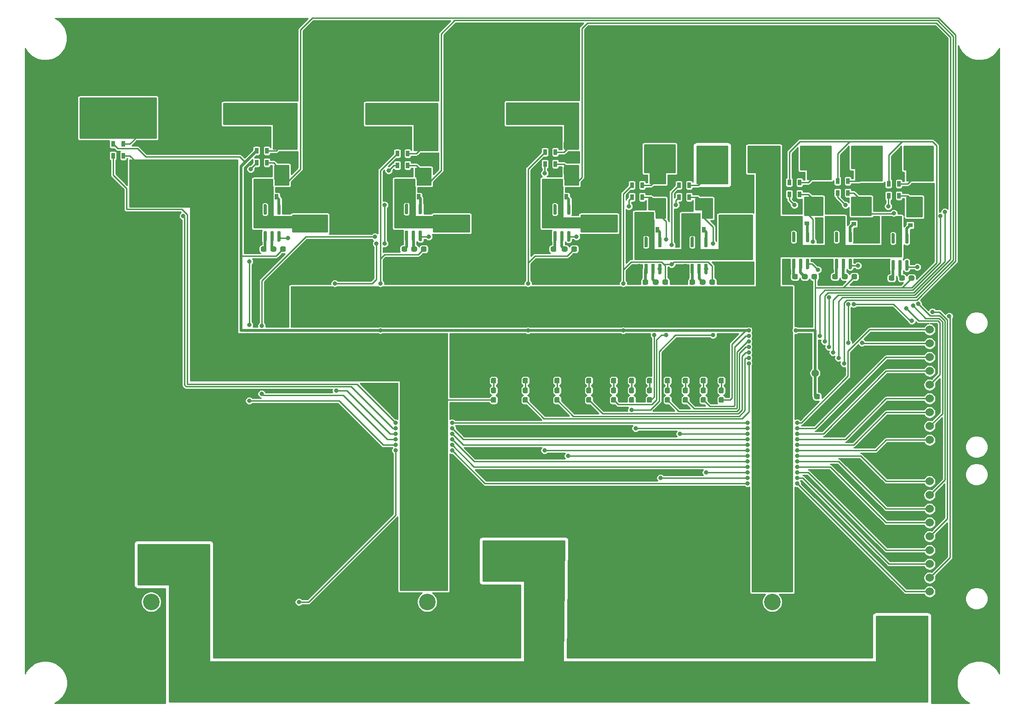
<source format=gbr>
%TF.GenerationSoftware,KiCad,Pcbnew,(5.1.6)-1*%
%TF.CreationDate,2022-03-18T16:24:39-05:00*%
%TF.ProjectId,2022_Rev2,32303232-5f52-4657-9632-2e6b69636164,rev?*%
%TF.SameCoordinates,Original*%
%TF.FileFunction,Copper,L1,Top*%
%TF.FilePolarity,Positive*%
%FSLAX46Y46*%
G04 Gerber Fmt 4.6, Leading zero omitted, Abs format (unit mm)*
G04 Created by KiCad (PCBNEW (5.1.6)-1) date 2022-03-18 16:24:39*
%MOMM*%
%LPD*%
G01*
G04 APERTURE LIST*
%TA.AperFunction,ComponentPad*%
%ADD10O,5.100000X3.000000*%
%TD*%
%TA.AperFunction,ComponentPad*%
%ADD11C,1.524000*%
%TD*%
%TA.AperFunction,ComponentPad*%
%ADD12C,3.048000*%
%TD*%
%TA.AperFunction,ComponentPad*%
%ADD13C,3.810000*%
%TD*%
%TA.AperFunction,SMDPad,CuDef*%
%ADD14R,0.650000X1.060000*%
%TD*%
%TA.AperFunction,ComponentPad*%
%ADD15R,1.358000X1.358000*%
%TD*%
%TA.AperFunction,ComponentPad*%
%ADD16C,1.358000*%
%TD*%
%TA.AperFunction,SMDPad,CuDef*%
%ADD17R,0.900000X0.800000*%
%TD*%
%TA.AperFunction,SMDPad,CuDef*%
%ADD18R,0.700000X1.000000*%
%TD*%
%TA.AperFunction,ComponentPad*%
%ADD19C,2.819400*%
%TD*%
%TA.AperFunction,ComponentPad*%
%ADD20O,3.000000X5.100000*%
%TD*%
%TA.AperFunction,ViaPad*%
%ADD21C,0.800000*%
%TD*%
%TA.AperFunction,Conductor*%
%ADD22C,0.508000*%
%TD*%
%TA.AperFunction,Conductor*%
%ADD23C,0.254000*%
%TD*%
G04 APERTURE END LIST*
%TO.P,R36,2*%
%TO.N,/12V/Anderson_Nav*%
%TA.AperFunction,SMDPad,CuDef*%
G36*
G01*
X231707001Y-50749000D02*
X229556999Y-50749000D01*
G75*
G02*
X229307000Y-50499001I0J249999D01*
G01*
X229307000Y-49473999D01*
G75*
G02*
X229556999Y-49224000I249999J0D01*
G01*
X231707001Y-49224000D01*
G75*
G02*
X231957000Y-49473999I0J-249999D01*
G01*
X231957000Y-50499001D01*
G75*
G02*
X231707001Y-50749000I-249999J0D01*
G01*
G37*
%TD.AperFunction*%
%TO.P,R36,1*%
%TO.N,Net-(Q8-Pad2)*%
%TA.AperFunction,SMDPad,CuDef*%
G36*
G01*
X231707001Y-55424000D02*
X229556999Y-55424000D01*
G75*
G02*
X229307000Y-55174001I0J249999D01*
G01*
X229307000Y-54148999D01*
G75*
G02*
X229556999Y-53899000I249999J0D01*
G01*
X231707001Y-53899000D01*
G75*
G02*
X231957000Y-54148999I0J-249999D01*
G01*
X231957000Y-55174001D01*
G75*
G02*
X231707001Y-55424000I-249999J0D01*
G01*
G37*
%TD.AperFunction*%
%TD*%
%TO.P,R35,2*%
%TO.N,/12V/Anderson_Cam1*%
%TA.AperFunction,SMDPad,CuDef*%
G36*
G01*
X184463001Y-51003000D02*
X182312999Y-51003000D01*
G75*
G02*
X182063000Y-50753001I0J249999D01*
G01*
X182063000Y-49727999D01*
G75*
G02*
X182312999Y-49478000I249999J0D01*
G01*
X184463001Y-49478000D01*
G75*
G02*
X184713000Y-49727999I0J-249999D01*
G01*
X184713000Y-50753001D01*
G75*
G02*
X184463001Y-51003000I-249999J0D01*
G01*
G37*
%TD.AperFunction*%
%TO.P,R35,1*%
%TO.N,Net-(Q7-Pad4)*%
%TA.AperFunction,SMDPad,CuDef*%
G36*
G01*
X184463001Y-55678000D02*
X182312999Y-55678000D01*
G75*
G02*
X182063000Y-55428001I0J249999D01*
G01*
X182063000Y-54402999D01*
G75*
G02*
X182312999Y-54153000I249999J0D01*
G01*
X184463001Y-54153000D01*
G75*
G02*
X184713000Y-54402999I0J-249999D01*
G01*
X184713000Y-55428001D01*
G75*
G02*
X184463001Y-55678000I-249999J0D01*
G01*
G37*
%TD.AperFunction*%
%TD*%
%TO.P,R34,2*%
%TO.N,/12V/Anderson_GimAct*%
%TA.AperFunction,SMDPad,CuDef*%
G36*
G01*
X115248001Y-44907000D02*
X113097999Y-44907000D01*
G75*
G02*
X112848000Y-44657001I0J249999D01*
G01*
X112848000Y-43631999D01*
G75*
G02*
X113097999Y-43382000I249999J0D01*
G01*
X115248001Y-43382000D01*
G75*
G02*
X115498000Y-43631999I0J-249999D01*
G01*
X115498000Y-44657001D01*
G75*
G02*
X115248001Y-44907000I-249999J0D01*
G01*
G37*
%TD.AperFunction*%
%TO.P,R34,1*%
%TO.N,Net-(Q6-Pad4)*%
%TA.AperFunction,SMDPad,CuDef*%
G36*
G01*
X115248001Y-49582000D02*
X113097999Y-49582000D01*
G75*
G02*
X112848000Y-49332001I0J249999D01*
G01*
X112848000Y-48306999D01*
G75*
G02*
X113097999Y-48057000I249999J0D01*
G01*
X115248001Y-48057000D01*
G75*
G02*
X115498000Y-48306999I0J-249999D01*
G01*
X115498000Y-49332001D01*
G75*
G02*
X115248001Y-49582000I-249999J0D01*
G01*
G37*
%TD.AperFunction*%
%TD*%
%TO.P,R26,2*%
%TO.N,/12V/Anderson_Cam2*%
%TA.AperFunction,SMDPad,CuDef*%
G36*
G01*
X193099001Y-51054500D02*
X190948999Y-51054500D01*
G75*
G02*
X190699000Y-50804501I0J249999D01*
G01*
X190699000Y-49779499D01*
G75*
G02*
X190948999Y-49529500I249999J0D01*
G01*
X193099001Y-49529500D01*
G75*
G02*
X193349000Y-49779499I0J-249999D01*
G01*
X193349000Y-50804501D01*
G75*
G02*
X193099001Y-51054500I-249999J0D01*
G01*
G37*
%TD.AperFunction*%
%TO.P,R26,1*%
%TO.N,Net-(Q5-Pad4)*%
%TA.AperFunction,SMDPad,CuDef*%
G36*
G01*
X193099001Y-55729500D02*
X190948999Y-55729500D01*
G75*
G02*
X190699000Y-55479501I0J249999D01*
G01*
X190699000Y-54454499D01*
G75*
G02*
X190948999Y-54204500I249999J0D01*
G01*
X193099001Y-54204500D01*
G75*
G02*
X193349000Y-54454499I0J-249999D01*
G01*
X193349000Y-55479501D01*
G75*
G02*
X193099001Y-55729500I-249999J0D01*
G01*
G37*
%TD.AperFunction*%
%TD*%
%TO.P,R23,2*%
%TO.N,/12V/Anderson_Spare*%
%TA.AperFunction,SMDPad,CuDef*%
G36*
G01*
X168461001Y-44907000D02*
X166310999Y-44907000D01*
G75*
G02*
X166061000Y-44657001I0J249999D01*
G01*
X166061000Y-43631999D01*
G75*
G02*
X166310999Y-43382000I249999J0D01*
G01*
X168461001Y-43382000D01*
G75*
G02*
X168711000Y-43631999I0J-249999D01*
G01*
X168711000Y-44657001D01*
G75*
G02*
X168461001Y-44907000I-249999J0D01*
G01*
G37*
%TD.AperFunction*%
%TO.P,R23,1*%
%TO.N,Net-(Q4-Pad4)*%
%TA.AperFunction,SMDPad,CuDef*%
G36*
G01*
X168461001Y-49582000D02*
X166310999Y-49582000D01*
G75*
G02*
X166061000Y-49332001I0J249999D01*
G01*
X166061000Y-48306999D01*
G75*
G02*
X166310999Y-48057000I249999J0D01*
G01*
X168461001Y-48057000D01*
G75*
G02*
X168711000Y-48306999I0J-249999D01*
G01*
X168711000Y-49332001D01*
G75*
G02*
X168461001Y-49582000I-249999J0D01*
G01*
G37*
%TD.AperFunction*%
%TD*%
%TO.P,R21,2*%
%TO.N,/12V/Anderson_BBB*%
%TA.AperFunction,SMDPad,CuDef*%
G36*
G01*
X213419001Y-50495000D02*
X211268999Y-50495000D01*
G75*
G02*
X211019000Y-50245001I0J249999D01*
G01*
X211019000Y-49219999D01*
G75*
G02*
X211268999Y-48970000I249999J0D01*
G01*
X213419001Y-48970000D01*
G75*
G02*
X213669000Y-49219999I0J-249999D01*
G01*
X213669000Y-50245001D01*
G75*
G02*
X213419001Y-50495000I-249999J0D01*
G01*
G37*
%TD.AperFunction*%
%TO.P,R21,1*%
%TO.N,Net-(Q3-Pad2)*%
%TA.AperFunction,SMDPad,CuDef*%
G36*
G01*
X213419001Y-55170000D02*
X211268999Y-55170000D01*
G75*
G02*
X211019000Y-54920001I0J249999D01*
G01*
X211019000Y-53894999D01*
G75*
G02*
X211268999Y-53645000I249999J0D01*
G01*
X213419001Y-53645000D01*
G75*
G02*
X213669000Y-53894999I0J-249999D01*
G01*
X213669000Y-54920001D01*
G75*
G02*
X213419001Y-55170000I-249999J0D01*
G01*
G37*
%TD.AperFunction*%
%TD*%
%TO.P,R18,2*%
%TO.N,/12V/Anderson_Drive*%
%TA.AperFunction,SMDPad,CuDef*%
G36*
G01*
X222309001Y-50495000D02*
X220158999Y-50495000D01*
G75*
G02*
X219909000Y-50245001I0J249999D01*
G01*
X219909000Y-49219999D01*
G75*
G02*
X220158999Y-48970000I249999J0D01*
G01*
X222309001Y-48970000D01*
G75*
G02*
X222559000Y-49219999I0J-249999D01*
G01*
X222559000Y-50245001D01*
G75*
G02*
X222309001Y-50495000I-249999J0D01*
G01*
G37*
%TD.AperFunction*%
%TO.P,R18,1*%
%TO.N,Net-(Q1-Pad2)*%
%TA.AperFunction,SMDPad,CuDef*%
G36*
G01*
X222309001Y-55170000D02*
X220158999Y-55170000D01*
G75*
G02*
X219909000Y-54920001I0J249999D01*
G01*
X219909000Y-53894999D01*
G75*
G02*
X220158999Y-53645000I249999J0D01*
G01*
X222309001Y-53645000D01*
G75*
G02*
X222559000Y-53894999I0J-249999D01*
G01*
X222559000Y-54920001D01*
G75*
G02*
X222309001Y-55170000I-249999J0D01*
G01*
G37*
%TD.AperFunction*%
%TD*%
%TO.P,R16,2*%
%TO.N,/12V/Anderson_MultiAct*%
%TA.AperFunction,SMDPad,CuDef*%
G36*
G01*
X141283001Y-45161000D02*
X139132999Y-45161000D01*
G75*
G02*
X138883000Y-44911001I0J249999D01*
G01*
X138883000Y-43885999D01*
G75*
G02*
X139132999Y-43636000I249999J0D01*
G01*
X141283001Y-43636000D01*
G75*
G02*
X141533000Y-43885999I0J-249999D01*
G01*
X141533000Y-44911001D01*
G75*
G02*
X141283001Y-45161000I-249999J0D01*
G01*
G37*
%TD.AperFunction*%
%TO.P,R16,1*%
%TO.N,Net-(Q2-Pad4)*%
%TA.AperFunction,SMDPad,CuDef*%
G36*
G01*
X141283001Y-49836000D02*
X139132999Y-49836000D01*
G75*
G02*
X138883000Y-49586001I0J249999D01*
G01*
X138883000Y-48560999D01*
G75*
G02*
X139132999Y-48311000I249999J0D01*
G01*
X141283001Y-48311000D01*
G75*
G02*
X141533000Y-48560999I0J-249999D01*
G01*
X141533000Y-49586001D01*
G75*
G02*
X141283001Y-49836000I-249999J0D01*
G01*
G37*
%TD.AperFunction*%
%TD*%
%TO.P,R2,2*%
%TO.N,Net-(Conn4-Pad2)*%
%TA.AperFunction,SMDPad,CuDef*%
G36*
G01*
X89563001Y-42733000D02*
X86712999Y-42733000D01*
G75*
G02*
X86463000Y-42483001I0J249999D01*
G01*
X86463000Y-41457999D01*
G75*
G02*
X86712999Y-41208000I249999J0D01*
G01*
X89563001Y-41208000D01*
G75*
G02*
X89813000Y-41457999I0J-249999D01*
G01*
X89813000Y-42483001D01*
G75*
G02*
X89563001Y-42733000I-249999J0D01*
G01*
G37*
%TD.AperFunction*%
%TO.P,R2,1*%
%TO.N,Net-(R2-Pad1)*%
%TA.AperFunction,SMDPad,CuDef*%
G36*
G01*
X89563001Y-48708000D02*
X86712999Y-48708000D01*
G75*
G02*
X86463000Y-48458001I0J249999D01*
G01*
X86463000Y-47432999D01*
G75*
G02*
X86712999Y-47183000I249999J0D01*
G01*
X89563001Y-47183000D01*
G75*
G02*
X89813000Y-47432999I0J-249999D01*
G01*
X89813000Y-48458001D01*
G75*
G02*
X89563001Y-48708000I-249999J0D01*
G01*
G37*
%TD.AperFunction*%
%TD*%
D10*
%TO.P,Conn10,1*%
%TO.N,GND*%
X231425000Y-38285000D03*
%TO.P,Conn10,2*%
%TO.N,/12V/Anderson_Nav*%
X231425000Y-46159000D03*
%TD*%
%TO.P,Conn5,1*%
%TO.N,GND*%
X212375000Y-38285000D03*
%TO.P,Conn5,2*%
%TO.N,/12V/Anderson_BBB*%
X212375000Y-46159000D03*
%TD*%
%TO.P,Conn7,1*%
%TO.N,GND*%
X193325000Y-38285000D03*
%TO.P,Conn7,2*%
%TO.N,/12V/Anderson_Cam2*%
X193325000Y-46159000D03*
%TD*%
%TO.P,Conn8,1*%
%TO.N,GND*%
X221900000Y-38278000D03*
%TO.P,Conn8,2*%
%TO.N,/12V/Anderson_Drive*%
X221900000Y-46152000D03*
%TD*%
%TO.P,Conn6,1*%
%TO.N,GND*%
X183800000Y-38285000D03*
%TO.P,Conn6,2*%
%TO.N,/12V/Anderson_Cam1*%
X183800000Y-46159000D03*
%TD*%
%TO.P,Conn11,1*%
%TO.N,GND*%
X202850000Y-38285000D03*
%TO.P,Conn11,2*%
%TO.N,+12VA*%
X202850000Y-46159000D03*
%TD*%
D11*
%TO.P,Conn13,9*%
%TO.N,Driver_Aux*%
X233426000Y-126365000D03*
%TO.P,Conn13,8*%
%TO.N,Driver_BBB*%
X233426000Y-123825000D03*
%TO.P,Conn13,7*%
%TO.N,Driver_Cam1*%
X233426000Y-121285000D03*
%TO.P,Conn13,6*%
%TO.N,Driver_Cam2*%
X233426000Y-118745000D03*
%TO.P,Conn13,5*%
%TO.N,Driver_Drive*%
X233426000Y-116205000D03*
%TO.P,Conn13,4*%
%TO.N,Driver_Gim*%
X233426000Y-113665000D03*
%TO.P,Conn13,3*%
%TO.N,Driver_Multi*%
X233426000Y-111125000D03*
%TO.P,Conn13,2*%
%TO.N,Driver_Nav*%
X233426000Y-108585000D03*
%TO.P,Conn13,1*%
%TO.N,Driver_Spare*%
X233426000Y-106045000D03*
%TD*%
%TO.P,Conn1,9*%
%TO.N,Current_Sense_Spare*%
X233426000Y-98425000D03*
%TO.P,Conn1,8*%
%TO.N,Current_Sense_Nav*%
X233426000Y-95885000D03*
%TO.P,Conn1,7*%
%TO.N,Current_Sense_Multi*%
X233426000Y-93345000D03*
%TO.P,Conn1,6*%
%TO.N,Current_Sense_Gim*%
X233426000Y-90805000D03*
%TO.P,Conn1,5*%
%TO.N,Current_Sense_Drive*%
X233426000Y-88265000D03*
%TO.P,Conn1,4*%
%TO.N,Current_Sense_Cam2*%
X233426000Y-85725000D03*
%TO.P,Conn1,3*%
%TO.N,Current_Sense_Cam1*%
X233426000Y-83185000D03*
%TO.P,Conn1,2*%
%TO.N,Current_Sense_BBB*%
X233426000Y-80645000D03*
%TO.P,Conn1,1*%
%TO.N,Current_Sense_Aux*%
X233426000Y-78105000D03*
%TD*%
D12*
%TO.P,VR2,5*%
%TO.N,GND*%
X204470000Y-132080000D03*
%TO.P,VR2,6*%
%TO.N,Net-(VR2-Pad6)*%
X204470000Y-128270000D03*
%TO.P,VR2,7*%
%TO.N,+12VA*%
X204470000Y-124460000D03*
D13*
%TO.P,VR2,8*%
X204470000Y-120650000D03*
%TO.P,VR2,4*%
%TO.N,GND*%
X204470000Y-135890000D03*
D12*
%TO.P,VR2,1*%
%TO.N,+36V*%
X153670000Y-120650000D03*
%TO.P,VR2,2*%
%TO.N,GND*%
X153670000Y-128270000D03*
%TO.P,VR2,3*%
X153670000Y-135890000D03*
%TD*%
%TO.P,VR1,5*%
%TO.N,GND*%
X140970000Y-132080000D03*
%TO.P,VR1,6*%
%TO.N,Net-(VR1-Pad6)*%
X140970000Y-128270000D03*
%TO.P,VR1,7*%
%TO.N,Net-(R2-Pad1)*%
X140970000Y-124460000D03*
D13*
%TO.P,VR1,8*%
X140970000Y-120650000D03*
%TO.P,VR1,4*%
%TO.N,GND*%
X140970000Y-135890000D03*
D12*
%TO.P,VR1,1*%
%TO.N,+36V*%
X90170000Y-120650000D03*
%TO.P,VR1,2*%
%TO.N,Driver_Aux*%
X90170000Y-128270000D03*
%TO.P,VR1,3*%
%TO.N,GND*%
X90170000Y-135890000D03*
%TD*%
D14*
%TO.P,U25,5*%
%TO.N,+5V*%
X225872000Y-51224000D03*
%TO.P,U25,4*%
%TO.N,/12V/Anderson_Nav*%
X227772000Y-51224000D03*
%TO.P,U25,3*%
%TO.N,Net-(Q8-Pad2)*%
X227772000Y-53424000D03*
%TO.P,U25,2*%
%TO.N,GND*%
X226822000Y-53424000D03*
%TO.P,U25,1*%
%TO.N,Current_Sense_Nav*%
X225872000Y-53424000D03*
%TD*%
%TO.P,U24,5*%
%TO.N,+5V*%
X178628000Y-51478000D03*
%TO.P,U24,4*%
%TO.N,/12V/Anderson_Cam1*%
X180528000Y-51478000D03*
%TO.P,U24,3*%
%TO.N,Net-(Q7-Pad4)*%
X180528000Y-53678000D03*
%TO.P,U24,2*%
%TO.N,GND*%
X179578000Y-53678000D03*
%TO.P,U24,1*%
%TO.N,Current_Sense_Cam1*%
X178628000Y-53678000D03*
%TD*%
%TO.P,U23,5*%
%TO.N,+5V*%
X109540000Y-45128000D03*
%TO.P,U23,4*%
%TO.N,/12V/Anderson_GimAct*%
X111440000Y-45128000D03*
%TO.P,U23,3*%
%TO.N,Net-(Q6-Pad4)*%
X111440000Y-47328000D03*
%TO.P,U23,2*%
%TO.N,GND*%
X110490000Y-47328000D03*
%TO.P,U23,1*%
%TO.N,Current_Sense_Gim*%
X109540000Y-47328000D03*
%TD*%
%TO.P,U22,8*%
%TO.N,+12VA*%
%TA.AperFunction,SMDPad,CuDef*%
G36*
G01*
X225575000Y-62254000D02*
X225275000Y-62254000D01*
G75*
G02*
X225125000Y-62104000I0J150000D01*
G01*
X225125000Y-60454000D01*
G75*
G02*
X225275000Y-60304000I150000J0D01*
G01*
X225575000Y-60304000D01*
G75*
G02*
X225725000Y-60454000I0J-150000D01*
G01*
X225725000Y-62104000D01*
G75*
G02*
X225575000Y-62254000I-150000J0D01*
G01*
G37*
%TD.AperFunction*%
%TO.P,U22,7*%
%TO.N,N/C*%
%TA.AperFunction,SMDPad,CuDef*%
G36*
G01*
X226845000Y-62254000D02*
X226545000Y-62254000D01*
G75*
G02*
X226395000Y-62104000I0J150000D01*
G01*
X226395000Y-60454000D01*
G75*
G02*
X226545000Y-60304000I150000J0D01*
G01*
X226845000Y-60304000D01*
G75*
G02*
X226995000Y-60454000I0J-150000D01*
G01*
X226995000Y-62104000D01*
G75*
G02*
X226845000Y-62254000I-150000J0D01*
G01*
G37*
%TD.AperFunction*%
%TO.P,U22,6*%
%TO.N,+12VA*%
%TA.AperFunction,SMDPad,CuDef*%
G36*
G01*
X228115000Y-62254000D02*
X227815000Y-62254000D01*
G75*
G02*
X227665000Y-62104000I0J150000D01*
G01*
X227665000Y-60454000D01*
G75*
G02*
X227815000Y-60304000I150000J0D01*
G01*
X228115000Y-60304000D01*
G75*
G02*
X228265000Y-60454000I0J-150000D01*
G01*
X228265000Y-62104000D01*
G75*
G02*
X228115000Y-62254000I-150000J0D01*
G01*
G37*
%TD.AperFunction*%
%TO.P,U22,5*%
%TO.N,Net-(Q8-Pad1)*%
%TA.AperFunction,SMDPad,CuDef*%
G36*
G01*
X229385000Y-62254000D02*
X229085000Y-62254000D01*
G75*
G02*
X228935000Y-62104000I0J150000D01*
G01*
X228935000Y-60454000D01*
G75*
G02*
X229085000Y-60304000I150000J0D01*
G01*
X229385000Y-60304000D01*
G75*
G02*
X229535000Y-60454000I0J-150000D01*
G01*
X229535000Y-62104000D01*
G75*
G02*
X229385000Y-62254000I-150000J0D01*
G01*
G37*
%TD.AperFunction*%
%TO.P,U22,4*%
%TO.N,Driver_Nav*%
%TA.AperFunction,SMDPad,CuDef*%
G36*
G01*
X229385000Y-67204000D02*
X229085000Y-67204000D01*
G75*
G02*
X228935000Y-67054000I0J150000D01*
G01*
X228935000Y-65404000D01*
G75*
G02*
X229085000Y-65254000I150000J0D01*
G01*
X229385000Y-65254000D01*
G75*
G02*
X229535000Y-65404000I0J-150000D01*
G01*
X229535000Y-67054000D01*
G75*
G02*
X229385000Y-67204000I-150000J0D01*
G01*
G37*
%TD.AperFunction*%
%TO.P,U22,3*%
%TO.N,Net-(R30-Pad2)*%
%TA.AperFunction,SMDPad,CuDef*%
G36*
G01*
X228115000Y-67204000D02*
X227815000Y-67204000D01*
G75*
G02*
X227665000Y-67054000I0J150000D01*
G01*
X227665000Y-65404000D01*
G75*
G02*
X227815000Y-65254000I150000J0D01*
G01*
X228115000Y-65254000D01*
G75*
G02*
X228265000Y-65404000I0J-150000D01*
G01*
X228265000Y-67054000D01*
G75*
G02*
X228115000Y-67204000I-150000J0D01*
G01*
G37*
%TD.AperFunction*%
%TO.P,U22,2*%
%TO.N,Net-(C28-Pad1)*%
%TA.AperFunction,SMDPad,CuDef*%
G36*
G01*
X226845000Y-67204000D02*
X226545000Y-67204000D01*
G75*
G02*
X226395000Y-67054000I0J150000D01*
G01*
X226395000Y-65404000D01*
G75*
G02*
X226545000Y-65254000I150000J0D01*
G01*
X226845000Y-65254000D01*
G75*
G02*
X226995000Y-65404000I0J-150000D01*
G01*
X226995000Y-67054000D01*
G75*
G02*
X226845000Y-67204000I-150000J0D01*
G01*
G37*
%TD.AperFunction*%
%TO.P,U22,1*%
%TO.N,GND*%
%TA.AperFunction,SMDPad,CuDef*%
G36*
G01*
X225575000Y-67204000D02*
X225275000Y-67204000D01*
G75*
G02*
X225125000Y-67054000I0J150000D01*
G01*
X225125000Y-65404000D01*
G75*
G02*
X225275000Y-65254000I150000J0D01*
G01*
X225575000Y-65254000D01*
G75*
G02*
X225725000Y-65404000I0J-150000D01*
G01*
X225725000Y-67054000D01*
G75*
G02*
X225575000Y-67204000I-150000J0D01*
G01*
G37*
%TD.AperFunction*%
%TD*%
%TO.P,U21,8*%
%TO.N,Net-(C25-Pad1)*%
%TA.AperFunction,SMDPad,CuDef*%
G36*
G01*
X180109000Y-62951000D02*
X179809000Y-62951000D01*
G75*
G02*
X179659000Y-62801000I0J150000D01*
G01*
X179659000Y-61151000D01*
G75*
G02*
X179809000Y-61001000I150000J0D01*
G01*
X180109000Y-61001000D01*
G75*
G02*
X180259000Y-61151000I0J-150000D01*
G01*
X180259000Y-62801000D01*
G75*
G02*
X180109000Y-62951000I-150000J0D01*
G01*
G37*
%TD.AperFunction*%
%TO.P,U21,7*%
%TO.N,N/C*%
%TA.AperFunction,SMDPad,CuDef*%
G36*
G01*
X181379000Y-62951000D02*
X181079000Y-62951000D01*
G75*
G02*
X180929000Y-62801000I0J150000D01*
G01*
X180929000Y-61151000D01*
G75*
G02*
X181079000Y-61001000I150000J0D01*
G01*
X181379000Y-61001000D01*
G75*
G02*
X181529000Y-61151000I0J-150000D01*
G01*
X181529000Y-62801000D01*
G75*
G02*
X181379000Y-62951000I-150000J0D01*
G01*
G37*
%TD.AperFunction*%
%TO.P,U21,6*%
%TO.N,Net-(C25-Pad1)*%
%TA.AperFunction,SMDPad,CuDef*%
G36*
G01*
X182649000Y-62951000D02*
X182349000Y-62951000D01*
G75*
G02*
X182199000Y-62801000I0J150000D01*
G01*
X182199000Y-61151000D01*
G75*
G02*
X182349000Y-61001000I150000J0D01*
G01*
X182649000Y-61001000D01*
G75*
G02*
X182799000Y-61151000I0J-150000D01*
G01*
X182799000Y-62801000D01*
G75*
G02*
X182649000Y-62951000I-150000J0D01*
G01*
G37*
%TD.AperFunction*%
%TO.P,U21,5*%
%TO.N,Net-(Q7-Pad3)*%
%TA.AperFunction,SMDPad,CuDef*%
G36*
G01*
X183919000Y-62951000D02*
X183619000Y-62951000D01*
G75*
G02*
X183469000Y-62801000I0J150000D01*
G01*
X183469000Y-61151000D01*
G75*
G02*
X183619000Y-61001000I150000J0D01*
G01*
X183919000Y-61001000D01*
G75*
G02*
X184069000Y-61151000I0J-150000D01*
G01*
X184069000Y-62801000D01*
G75*
G02*
X183919000Y-62951000I-150000J0D01*
G01*
G37*
%TD.AperFunction*%
%TO.P,U21,4*%
%TO.N,Driver_Cam1*%
%TA.AperFunction,SMDPad,CuDef*%
G36*
G01*
X183919000Y-67901000D02*
X183619000Y-67901000D01*
G75*
G02*
X183469000Y-67751000I0J150000D01*
G01*
X183469000Y-66101000D01*
G75*
G02*
X183619000Y-65951000I150000J0D01*
G01*
X183919000Y-65951000D01*
G75*
G02*
X184069000Y-66101000I0J-150000D01*
G01*
X184069000Y-67751000D01*
G75*
G02*
X183919000Y-67901000I-150000J0D01*
G01*
G37*
%TD.AperFunction*%
%TO.P,U21,3*%
%TO.N,Net-(R29-Pad2)*%
%TA.AperFunction,SMDPad,CuDef*%
G36*
G01*
X182649000Y-67901000D02*
X182349000Y-67901000D01*
G75*
G02*
X182199000Y-67751000I0J150000D01*
G01*
X182199000Y-66101000D01*
G75*
G02*
X182349000Y-65951000I150000J0D01*
G01*
X182649000Y-65951000D01*
G75*
G02*
X182799000Y-66101000I0J-150000D01*
G01*
X182799000Y-67751000D01*
G75*
G02*
X182649000Y-67901000I-150000J0D01*
G01*
G37*
%TD.AperFunction*%
%TO.P,U21,2*%
%TO.N,Net-(C27-Pad1)*%
%TA.AperFunction,SMDPad,CuDef*%
G36*
G01*
X181379000Y-67901000D02*
X181079000Y-67901000D01*
G75*
G02*
X180929000Y-67751000I0J150000D01*
G01*
X180929000Y-66101000D01*
G75*
G02*
X181079000Y-65951000I150000J0D01*
G01*
X181379000Y-65951000D01*
G75*
G02*
X181529000Y-66101000I0J-150000D01*
G01*
X181529000Y-67751000D01*
G75*
G02*
X181379000Y-67901000I-150000J0D01*
G01*
G37*
%TD.AperFunction*%
%TO.P,U21,1*%
%TO.N,GND*%
%TA.AperFunction,SMDPad,CuDef*%
G36*
G01*
X180109000Y-67901000D02*
X179809000Y-67901000D01*
G75*
G02*
X179659000Y-67751000I0J150000D01*
G01*
X179659000Y-66101000D01*
G75*
G02*
X179809000Y-65951000I150000J0D01*
G01*
X180109000Y-65951000D01*
G75*
G02*
X180259000Y-66101000I0J-150000D01*
G01*
X180259000Y-67751000D01*
G75*
G02*
X180109000Y-67901000I-150000J0D01*
G01*
G37*
%TD.AperFunction*%
%TD*%
%TO.P,U20,8*%
%TO.N,Net-(C29-Pad1)*%
%TA.AperFunction,SMDPad,CuDef*%
G36*
G01*
X110005000Y-56920000D02*
X109705000Y-56920000D01*
G75*
G02*
X109555000Y-56770000I0J150000D01*
G01*
X109555000Y-55120000D01*
G75*
G02*
X109705000Y-54970000I150000J0D01*
G01*
X110005000Y-54970000D01*
G75*
G02*
X110155000Y-55120000I0J-150000D01*
G01*
X110155000Y-56770000D01*
G75*
G02*
X110005000Y-56920000I-150000J0D01*
G01*
G37*
%TD.AperFunction*%
%TO.P,U20,7*%
%TO.N,N/C*%
%TA.AperFunction,SMDPad,CuDef*%
G36*
G01*
X111275000Y-56920000D02*
X110975000Y-56920000D01*
G75*
G02*
X110825000Y-56770000I0J150000D01*
G01*
X110825000Y-55120000D01*
G75*
G02*
X110975000Y-54970000I150000J0D01*
G01*
X111275000Y-54970000D01*
G75*
G02*
X111425000Y-55120000I0J-150000D01*
G01*
X111425000Y-56770000D01*
G75*
G02*
X111275000Y-56920000I-150000J0D01*
G01*
G37*
%TD.AperFunction*%
%TO.P,U20,6*%
%TO.N,Net-(C29-Pad1)*%
%TA.AperFunction,SMDPad,CuDef*%
G36*
G01*
X112545000Y-56920000D02*
X112245000Y-56920000D01*
G75*
G02*
X112095000Y-56770000I0J150000D01*
G01*
X112095000Y-55120000D01*
G75*
G02*
X112245000Y-54970000I150000J0D01*
G01*
X112545000Y-54970000D01*
G75*
G02*
X112695000Y-55120000I0J-150000D01*
G01*
X112695000Y-56770000D01*
G75*
G02*
X112545000Y-56920000I-150000J0D01*
G01*
G37*
%TD.AperFunction*%
%TO.P,U20,5*%
%TO.N,Net-(Q6-Pad3)*%
%TA.AperFunction,SMDPad,CuDef*%
G36*
G01*
X113815000Y-56920000D02*
X113515000Y-56920000D01*
G75*
G02*
X113365000Y-56770000I0J150000D01*
G01*
X113365000Y-55120000D01*
G75*
G02*
X113515000Y-54970000I150000J0D01*
G01*
X113815000Y-54970000D01*
G75*
G02*
X113965000Y-55120000I0J-150000D01*
G01*
X113965000Y-56770000D01*
G75*
G02*
X113815000Y-56920000I-150000J0D01*
G01*
G37*
%TD.AperFunction*%
%TO.P,U20,4*%
%TO.N,Driver_Gim*%
%TA.AperFunction,SMDPad,CuDef*%
G36*
G01*
X113815000Y-61870000D02*
X113515000Y-61870000D01*
G75*
G02*
X113365000Y-61720000I0J150000D01*
G01*
X113365000Y-60070000D01*
G75*
G02*
X113515000Y-59920000I150000J0D01*
G01*
X113815000Y-59920000D01*
G75*
G02*
X113965000Y-60070000I0J-150000D01*
G01*
X113965000Y-61720000D01*
G75*
G02*
X113815000Y-61870000I-150000J0D01*
G01*
G37*
%TD.AperFunction*%
%TO.P,U20,3*%
%TO.N,Net-(R28-Pad2)*%
%TA.AperFunction,SMDPad,CuDef*%
G36*
G01*
X112545000Y-61870000D02*
X112245000Y-61870000D01*
G75*
G02*
X112095000Y-61720000I0J150000D01*
G01*
X112095000Y-60070000D01*
G75*
G02*
X112245000Y-59920000I150000J0D01*
G01*
X112545000Y-59920000D01*
G75*
G02*
X112695000Y-60070000I0J-150000D01*
G01*
X112695000Y-61720000D01*
G75*
G02*
X112545000Y-61870000I-150000J0D01*
G01*
G37*
%TD.AperFunction*%
%TO.P,U20,2*%
%TO.N,Net-(C26-Pad1)*%
%TA.AperFunction,SMDPad,CuDef*%
G36*
G01*
X111275000Y-61870000D02*
X110975000Y-61870000D01*
G75*
G02*
X110825000Y-61720000I0J150000D01*
G01*
X110825000Y-60070000D01*
G75*
G02*
X110975000Y-59920000I150000J0D01*
G01*
X111275000Y-59920000D01*
G75*
G02*
X111425000Y-60070000I0J-150000D01*
G01*
X111425000Y-61720000D01*
G75*
G02*
X111275000Y-61870000I-150000J0D01*
G01*
G37*
%TD.AperFunction*%
%TO.P,U20,1*%
%TO.N,GND*%
%TA.AperFunction,SMDPad,CuDef*%
G36*
G01*
X110005000Y-61870000D02*
X109705000Y-61870000D01*
G75*
G02*
X109555000Y-61720000I0J150000D01*
G01*
X109555000Y-60070000D01*
G75*
G02*
X109705000Y-59920000I150000J0D01*
G01*
X110005000Y-59920000D01*
G75*
G02*
X110155000Y-60070000I0J-150000D01*
G01*
X110155000Y-61720000D01*
G75*
G02*
X110005000Y-61870000I-150000J0D01*
G01*
G37*
%TD.AperFunction*%
%TD*%
%TO.P,U19,5*%
%TO.N,+5V*%
X187264000Y-51478000D03*
%TO.P,U19,4*%
%TO.N,/12V/Anderson_Cam2*%
X189164000Y-51478000D03*
%TO.P,U19,3*%
%TO.N,Net-(Q5-Pad4)*%
X189164000Y-53678000D03*
%TO.P,U19,2*%
%TO.N,GND*%
X188214000Y-53678000D03*
%TO.P,U19,1*%
%TO.N,Current_Sense_Cam2*%
X187264000Y-53678000D03*
%TD*%
%TO.P,U18,8*%
%TO.N,Net-(C25-Pad1)*%
%TA.AperFunction,SMDPad,CuDef*%
G36*
G01*
X188618000Y-62951000D02*
X188318000Y-62951000D01*
G75*
G02*
X188168000Y-62801000I0J150000D01*
G01*
X188168000Y-61151000D01*
G75*
G02*
X188318000Y-61001000I150000J0D01*
G01*
X188618000Y-61001000D01*
G75*
G02*
X188768000Y-61151000I0J-150000D01*
G01*
X188768000Y-62801000D01*
G75*
G02*
X188618000Y-62951000I-150000J0D01*
G01*
G37*
%TD.AperFunction*%
%TO.P,U18,7*%
%TO.N,N/C*%
%TA.AperFunction,SMDPad,CuDef*%
G36*
G01*
X189888000Y-62951000D02*
X189588000Y-62951000D01*
G75*
G02*
X189438000Y-62801000I0J150000D01*
G01*
X189438000Y-61151000D01*
G75*
G02*
X189588000Y-61001000I150000J0D01*
G01*
X189888000Y-61001000D01*
G75*
G02*
X190038000Y-61151000I0J-150000D01*
G01*
X190038000Y-62801000D01*
G75*
G02*
X189888000Y-62951000I-150000J0D01*
G01*
G37*
%TD.AperFunction*%
%TO.P,U18,6*%
%TO.N,Net-(C25-Pad1)*%
%TA.AperFunction,SMDPad,CuDef*%
G36*
G01*
X191158000Y-62951000D02*
X190858000Y-62951000D01*
G75*
G02*
X190708000Y-62801000I0J150000D01*
G01*
X190708000Y-61151000D01*
G75*
G02*
X190858000Y-61001000I150000J0D01*
G01*
X191158000Y-61001000D01*
G75*
G02*
X191308000Y-61151000I0J-150000D01*
G01*
X191308000Y-62801000D01*
G75*
G02*
X191158000Y-62951000I-150000J0D01*
G01*
G37*
%TD.AperFunction*%
%TO.P,U18,5*%
%TO.N,Net-(Q5-Pad3)*%
%TA.AperFunction,SMDPad,CuDef*%
G36*
G01*
X192428000Y-62951000D02*
X192128000Y-62951000D01*
G75*
G02*
X191978000Y-62801000I0J150000D01*
G01*
X191978000Y-61151000D01*
G75*
G02*
X192128000Y-61001000I150000J0D01*
G01*
X192428000Y-61001000D01*
G75*
G02*
X192578000Y-61151000I0J-150000D01*
G01*
X192578000Y-62801000D01*
G75*
G02*
X192428000Y-62951000I-150000J0D01*
G01*
G37*
%TD.AperFunction*%
%TO.P,U18,4*%
%TO.N,Driver_Cam2*%
%TA.AperFunction,SMDPad,CuDef*%
G36*
G01*
X192428000Y-67901000D02*
X192128000Y-67901000D01*
G75*
G02*
X191978000Y-67751000I0J150000D01*
G01*
X191978000Y-66101000D01*
G75*
G02*
X192128000Y-65951000I150000J0D01*
G01*
X192428000Y-65951000D01*
G75*
G02*
X192578000Y-66101000I0J-150000D01*
G01*
X192578000Y-67751000D01*
G75*
G02*
X192428000Y-67901000I-150000J0D01*
G01*
G37*
%TD.AperFunction*%
%TO.P,U18,3*%
%TO.N,Net-(R27-Pad2)*%
%TA.AperFunction,SMDPad,CuDef*%
G36*
G01*
X191158000Y-67901000D02*
X190858000Y-67901000D01*
G75*
G02*
X190708000Y-67751000I0J150000D01*
G01*
X190708000Y-66101000D01*
G75*
G02*
X190858000Y-65951000I150000J0D01*
G01*
X191158000Y-65951000D01*
G75*
G02*
X191308000Y-66101000I0J-150000D01*
G01*
X191308000Y-67751000D01*
G75*
G02*
X191158000Y-67901000I-150000J0D01*
G01*
G37*
%TD.AperFunction*%
%TO.P,U18,2*%
%TO.N,Net-(C23-Pad1)*%
%TA.AperFunction,SMDPad,CuDef*%
G36*
G01*
X189888000Y-67901000D02*
X189588000Y-67901000D01*
G75*
G02*
X189438000Y-67751000I0J150000D01*
G01*
X189438000Y-66101000D01*
G75*
G02*
X189588000Y-65951000I150000J0D01*
G01*
X189888000Y-65951000D01*
G75*
G02*
X190038000Y-66101000I0J-150000D01*
G01*
X190038000Y-67751000D01*
G75*
G02*
X189888000Y-67901000I-150000J0D01*
G01*
G37*
%TD.AperFunction*%
%TO.P,U18,1*%
%TO.N,GND*%
%TA.AperFunction,SMDPad,CuDef*%
G36*
G01*
X188618000Y-67901000D02*
X188318000Y-67901000D01*
G75*
G02*
X188168000Y-67751000I0J150000D01*
G01*
X188168000Y-66101000D01*
G75*
G02*
X188318000Y-65951000I150000J0D01*
G01*
X188618000Y-65951000D01*
G75*
G02*
X188768000Y-66101000I0J-150000D01*
G01*
X188768000Y-67751000D01*
G75*
G02*
X188618000Y-67901000I-150000J0D01*
G01*
G37*
%TD.AperFunction*%
%TD*%
%TO.P,U17,8*%
%TO.N,Net-(C22-Pad1)*%
%TA.AperFunction,SMDPad,CuDef*%
G36*
G01*
X163345000Y-56920000D02*
X163045000Y-56920000D01*
G75*
G02*
X162895000Y-56770000I0J150000D01*
G01*
X162895000Y-55120000D01*
G75*
G02*
X163045000Y-54970000I150000J0D01*
G01*
X163345000Y-54970000D01*
G75*
G02*
X163495000Y-55120000I0J-150000D01*
G01*
X163495000Y-56770000D01*
G75*
G02*
X163345000Y-56920000I-150000J0D01*
G01*
G37*
%TD.AperFunction*%
%TO.P,U17,7*%
%TO.N,N/C*%
%TA.AperFunction,SMDPad,CuDef*%
G36*
G01*
X164615000Y-56920000D02*
X164315000Y-56920000D01*
G75*
G02*
X164165000Y-56770000I0J150000D01*
G01*
X164165000Y-55120000D01*
G75*
G02*
X164315000Y-54970000I150000J0D01*
G01*
X164615000Y-54970000D01*
G75*
G02*
X164765000Y-55120000I0J-150000D01*
G01*
X164765000Y-56770000D01*
G75*
G02*
X164615000Y-56920000I-150000J0D01*
G01*
G37*
%TD.AperFunction*%
%TO.P,U17,6*%
%TO.N,Net-(C22-Pad1)*%
%TA.AperFunction,SMDPad,CuDef*%
G36*
G01*
X165885000Y-56920000D02*
X165585000Y-56920000D01*
G75*
G02*
X165435000Y-56770000I0J150000D01*
G01*
X165435000Y-55120000D01*
G75*
G02*
X165585000Y-54970000I150000J0D01*
G01*
X165885000Y-54970000D01*
G75*
G02*
X166035000Y-55120000I0J-150000D01*
G01*
X166035000Y-56770000D01*
G75*
G02*
X165885000Y-56920000I-150000J0D01*
G01*
G37*
%TD.AperFunction*%
%TO.P,U17,5*%
%TO.N,Net-(Q4-Pad3)*%
%TA.AperFunction,SMDPad,CuDef*%
G36*
G01*
X167155000Y-56920000D02*
X166855000Y-56920000D01*
G75*
G02*
X166705000Y-56770000I0J150000D01*
G01*
X166705000Y-55120000D01*
G75*
G02*
X166855000Y-54970000I150000J0D01*
G01*
X167155000Y-54970000D01*
G75*
G02*
X167305000Y-55120000I0J-150000D01*
G01*
X167305000Y-56770000D01*
G75*
G02*
X167155000Y-56920000I-150000J0D01*
G01*
G37*
%TD.AperFunction*%
%TO.P,U17,4*%
%TO.N,Driver_Spare*%
%TA.AperFunction,SMDPad,CuDef*%
G36*
G01*
X167155000Y-61870000D02*
X166855000Y-61870000D01*
G75*
G02*
X166705000Y-61720000I0J150000D01*
G01*
X166705000Y-60070000D01*
G75*
G02*
X166855000Y-59920000I150000J0D01*
G01*
X167155000Y-59920000D01*
G75*
G02*
X167305000Y-60070000I0J-150000D01*
G01*
X167305000Y-61720000D01*
G75*
G02*
X167155000Y-61870000I-150000J0D01*
G01*
G37*
%TD.AperFunction*%
%TO.P,U17,3*%
%TO.N,Net-(R22-Pad2)*%
%TA.AperFunction,SMDPad,CuDef*%
G36*
G01*
X165885000Y-61870000D02*
X165585000Y-61870000D01*
G75*
G02*
X165435000Y-61720000I0J150000D01*
G01*
X165435000Y-60070000D01*
G75*
G02*
X165585000Y-59920000I150000J0D01*
G01*
X165885000Y-59920000D01*
G75*
G02*
X166035000Y-60070000I0J-150000D01*
G01*
X166035000Y-61720000D01*
G75*
G02*
X165885000Y-61870000I-150000J0D01*
G01*
G37*
%TD.AperFunction*%
%TO.P,U17,2*%
%TO.N,Net-(C24-Pad1)*%
%TA.AperFunction,SMDPad,CuDef*%
G36*
G01*
X164615000Y-61870000D02*
X164315000Y-61870000D01*
G75*
G02*
X164165000Y-61720000I0J150000D01*
G01*
X164165000Y-60070000D01*
G75*
G02*
X164315000Y-59920000I150000J0D01*
G01*
X164615000Y-59920000D01*
G75*
G02*
X164765000Y-60070000I0J-150000D01*
G01*
X164765000Y-61720000D01*
G75*
G02*
X164615000Y-61870000I-150000J0D01*
G01*
G37*
%TD.AperFunction*%
%TO.P,U17,1*%
%TO.N,GND*%
%TA.AperFunction,SMDPad,CuDef*%
G36*
G01*
X163345000Y-61870000D02*
X163045000Y-61870000D01*
G75*
G02*
X162895000Y-61720000I0J150000D01*
G01*
X162895000Y-60070000D01*
G75*
G02*
X163045000Y-59920000I150000J0D01*
G01*
X163345000Y-59920000D01*
G75*
G02*
X163495000Y-60070000I0J-150000D01*
G01*
X163495000Y-61720000D01*
G75*
G02*
X163345000Y-61870000I-150000J0D01*
G01*
G37*
%TD.AperFunction*%
%TD*%
%TO.P,U16,5*%
%TO.N,+5V*%
X162626000Y-45382000D03*
%TO.P,U16,4*%
%TO.N,/12V/Anderson_Spare*%
X164526000Y-45382000D03*
%TO.P,U16,3*%
%TO.N,Net-(Q4-Pad4)*%
X164526000Y-47582000D03*
%TO.P,U16,2*%
%TO.N,GND*%
X163576000Y-47582000D03*
%TO.P,U16,1*%
%TO.N,Current_Sense_Spare*%
X162626000Y-47582000D03*
%TD*%
%TO.P,U15,5*%
%TO.N,+5V*%
X207584000Y-50970000D03*
%TO.P,U15,4*%
%TO.N,/12V/Anderson_BBB*%
X209484000Y-50970000D03*
%TO.P,U15,3*%
%TO.N,Net-(Q3-Pad2)*%
X209484000Y-53170000D03*
%TO.P,U15,2*%
%TO.N,GND*%
X208534000Y-53170000D03*
%TO.P,U15,1*%
%TO.N,Current_Sense_BBB*%
X207584000Y-53170000D03*
%TD*%
%TO.P,U13,5*%
%TO.N,+5V*%
X216474000Y-50716000D03*
%TO.P,U13,4*%
%TO.N,/12V/Anderson_Drive*%
X218374000Y-50716000D03*
%TO.P,U13,3*%
%TO.N,Net-(Q1-Pad2)*%
X218374000Y-52916000D03*
%TO.P,U13,2*%
%TO.N,GND*%
X217424000Y-52916000D03*
%TO.P,U13,1*%
%TO.N,Current_Sense_Drive*%
X216474000Y-52916000D03*
%TD*%
%TO.P,U12,5*%
%TO.N,+5V*%
X135448000Y-45636000D03*
%TO.P,U12,4*%
%TO.N,/12V/Anderson_MultiAct*%
X137348000Y-45636000D03*
%TO.P,U12,3*%
%TO.N,Net-(Q2-Pad4)*%
X137348000Y-47836000D03*
%TO.P,U12,2*%
%TO.N,GND*%
X136398000Y-47836000D03*
%TO.P,U12,1*%
%TO.N,Current_Sense_Multi*%
X135448000Y-47836000D03*
%TD*%
%TO.P,U11,8*%
%TO.N,+12VA*%
%TA.AperFunction,SMDPad,CuDef*%
G36*
G01*
X207287000Y-62000000D02*
X206987000Y-62000000D01*
G75*
G02*
X206837000Y-61850000I0J150000D01*
G01*
X206837000Y-60200000D01*
G75*
G02*
X206987000Y-60050000I150000J0D01*
G01*
X207287000Y-60050000D01*
G75*
G02*
X207437000Y-60200000I0J-150000D01*
G01*
X207437000Y-61850000D01*
G75*
G02*
X207287000Y-62000000I-150000J0D01*
G01*
G37*
%TD.AperFunction*%
%TO.P,U11,7*%
%TO.N,N/C*%
%TA.AperFunction,SMDPad,CuDef*%
G36*
G01*
X208557000Y-62000000D02*
X208257000Y-62000000D01*
G75*
G02*
X208107000Y-61850000I0J150000D01*
G01*
X208107000Y-60200000D01*
G75*
G02*
X208257000Y-60050000I150000J0D01*
G01*
X208557000Y-60050000D01*
G75*
G02*
X208707000Y-60200000I0J-150000D01*
G01*
X208707000Y-61850000D01*
G75*
G02*
X208557000Y-62000000I-150000J0D01*
G01*
G37*
%TD.AperFunction*%
%TO.P,U11,6*%
%TO.N,+12VA*%
%TA.AperFunction,SMDPad,CuDef*%
G36*
G01*
X209827000Y-62000000D02*
X209527000Y-62000000D01*
G75*
G02*
X209377000Y-61850000I0J150000D01*
G01*
X209377000Y-60200000D01*
G75*
G02*
X209527000Y-60050000I150000J0D01*
G01*
X209827000Y-60050000D01*
G75*
G02*
X209977000Y-60200000I0J-150000D01*
G01*
X209977000Y-61850000D01*
G75*
G02*
X209827000Y-62000000I-150000J0D01*
G01*
G37*
%TD.AperFunction*%
%TO.P,U11,5*%
%TO.N,Net-(Q3-Pad1)*%
%TA.AperFunction,SMDPad,CuDef*%
G36*
G01*
X211097000Y-62000000D02*
X210797000Y-62000000D01*
G75*
G02*
X210647000Y-61850000I0J150000D01*
G01*
X210647000Y-60200000D01*
G75*
G02*
X210797000Y-60050000I150000J0D01*
G01*
X211097000Y-60050000D01*
G75*
G02*
X211247000Y-60200000I0J-150000D01*
G01*
X211247000Y-61850000D01*
G75*
G02*
X211097000Y-62000000I-150000J0D01*
G01*
G37*
%TD.AperFunction*%
%TO.P,U11,4*%
%TO.N,Driver_BBB*%
%TA.AperFunction,SMDPad,CuDef*%
G36*
G01*
X211097000Y-66950000D02*
X210797000Y-66950000D01*
G75*
G02*
X210647000Y-66800000I0J150000D01*
G01*
X210647000Y-65150000D01*
G75*
G02*
X210797000Y-65000000I150000J0D01*
G01*
X211097000Y-65000000D01*
G75*
G02*
X211247000Y-65150000I0J-150000D01*
G01*
X211247000Y-66800000D01*
G75*
G02*
X211097000Y-66950000I-150000J0D01*
G01*
G37*
%TD.AperFunction*%
%TO.P,U11,3*%
%TO.N,Net-(R13-Pad2)*%
%TA.AperFunction,SMDPad,CuDef*%
G36*
G01*
X209827000Y-66950000D02*
X209527000Y-66950000D01*
G75*
G02*
X209377000Y-66800000I0J150000D01*
G01*
X209377000Y-65150000D01*
G75*
G02*
X209527000Y-65000000I150000J0D01*
G01*
X209827000Y-65000000D01*
G75*
G02*
X209977000Y-65150000I0J-150000D01*
G01*
X209977000Y-66800000D01*
G75*
G02*
X209827000Y-66950000I-150000J0D01*
G01*
G37*
%TD.AperFunction*%
%TO.P,U11,2*%
%TO.N,Net-(C17-Pad1)*%
%TA.AperFunction,SMDPad,CuDef*%
G36*
G01*
X208557000Y-66950000D02*
X208257000Y-66950000D01*
G75*
G02*
X208107000Y-66800000I0J150000D01*
G01*
X208107000Y-65150000D01*
G75*
G02*
X208257000Y-65000000I150000J0D01*
G01*
X208557000Y-65000000D01*
G75*
G02*
X208707000Y-65150000I0J-150000D01*
G01*
X208707000Y-66800000D01*
G75*
G02*
X208557000Y-66950000I-150000J0D01*
G01*
G37*
%TD.AperFunction*%
%TO.P,U11,1*%
%TO.N,GND*%
%TA.AperFunction,SMDPad,CuDef*%
G36*
G01*
X207287000Y-66950000D02*
X206987000Y-66950000D01*
G75*
G02*
X206837000Y-66800000I0J150000D01*
G01*
X206837000Y-65150000D01*
G75*
G02*
X206987000Y-65000000I150000J0D01*
G01*
X207287000Y-65000000D01*
G75*
G02*
X207437000Y-65150000I0J-150000D01*
G01*
X207437000Y-66800000D01*
G75*
G02*
X207287000Y-66950000I-150000J0D01*
G01*
G37*
%TD.AperFunction*%
%TD*%
%TO.P,U9,8*%
%TO.N,+12VA*%
%TA.AperFunction,SMDPad,CuDef*%
G36*
G01*
X215161000Y-62000000D02*
X214861000Y-62000000D01*
G75*
G02*
X214711000Y-61850000I0J150000D01*
G01*
X214711000Y-60200000D01*
G75*
G02*
X214861000Y-60050000I150000J0D01*
G01*
X215161000Y-60050000D01*
G75*
G02*
X215311000Y-60200000I0J-150000D01*
G01*
X215311000Y-61850000D01*
G75*
G02*
X215161000Y-62000000I-150000J0D01*
G01*
G37*
%TD.AperFunction*%
%TO.P,U9,7*%
%TO.N,N/C*%
%TA.AperFunction,SMDPad,CuDef*%
G36*
G01*
X216431000Y-62000000D02*
X216131000Y-62000000D01*
G75*
G02*
X215981000Y-61850000I0J150000D01*
G01*
X215981000Y-60200000D01*
G75*
G02*
X216131000Y-60050000I150000J0D01*
G01*
X216431000Y-60050000D01*
G75*
G02*
X216581000Y-60200000I0J-150000D01*
G01*
X216581000Y-61850000D01*
G75*
G02*
X216431000Y-62000000I-150000J0D01*
G01*
G37*
%TD.AperFunction*%
%TO.P,U9,6*%
%TO.N,+12VA*%
%TA.AperFunction,SMDPad,CuDef*%
G36*
G01*
X217701000Y-62000000D02*
X217401000Y-62000000D01*
G75*
G02*
X217251000Y-61850000I0J150000D01*
G01*
X217251000Y-60200000D01*
G75*
G02*
X217401000Y-60050000I150000J0D01*
G01*
X217701000Y-60050000D01*
G75*
G02*
X217851000Y-60200000I0J-150000D01*
G01*
X217851000Y-61850000D01*
G75*
G02*
X217701000Y-62000000I-150000J0D01*
G01*
G37*
%TD.AperFunction*%
%TO.P,U9,5*%
%TO.N,Net-(Q1-Pad1)*%
%TA.AperFunction,SMDPad,CuDef*%
G36*
G01*
X218971000Y-62000000D02*
X218671000Y-62000000D01*
G75*
G02*
X218521000Y-61850000I0J150000D01*
G01*
X218521000Y-60200000D01*
G75*
G02*
X218671000Y-60050000I150000J0D01*
G01*
X218971000Y-60050000D01*
G75*
G02*
X219121000Y-60200000I0J-150000D01*
G01*
X219121000Y-61850000D01*
G75*
G02*
X218971000Y-62000000I-150000J0D01*
G01*
G37*
%TD.AperFunction*%
%TO.P,U9,4*%
%TO.N,Driver_Drive*%
%TA.AperFunction,SMDPad,CuDef*%
G36*
G01*
X218971000Y-66950000D02*
X218671000Y-66950000D01*
G75*
G02*
X218521000Y-66800000I0J150000D01*
G01*
X218521000Y-65150000D01*
G75*
G02*
X218671000Y-65000000I150000J0D01*
G01*
X218971000Y-65000000D01*
G75*
G02*
X219121000Y-65150000I0J-150000D01*
G01*
X219121000Y-66800000D01*
G75*
G02*
X218971000Y-66950000I-150000J0D01*
G01*
G37*
%TD.AperFunction*%
%TO.P,U9,3*%
%TO.N,Net-(R11-Pad2)*%
%TA.AperFunction,SMDPad,CuDef*%
G36*
G01*
X217701000Y-66950000D02*
X217401000Y-66950000D01*
G75*
G02*
X217251000Y-66800000I0J150000D01*
G01*
X217251000Y-65150000D01*
G75*
G02*
X217401000Y-65000000I150000J0D01*
G01*
X217701000Y-65000000D01*
G75*
G02*
X217851000Y-65150000I0J-150000D01*
G01*
X217851000Y-66800000D01*
G75*
G02*
X217701000Y-66950000I-150000J0D01*
G01*
G37*
%TD.AperFunction*%
%TO.P,U9,2*%
%TO.N,Net-(C15-Pad1)*%
%TA.AperFunction,SMDPad,CuDef*%
G36*
G01*
X216431000Y-66950000D02*
X216131000Y-66950000D01*
G75*
G02*
X215981000Y-66800000I0J150000D01*
G01*
X215981000Y-65150000D01*
G75*
G02*
X216131000Y-65000000I150000J0D01*
G01*
X216431000Y-65000000D01*
G75*
G02*
X216581000Y-65150000I0J-150000D01*
G01*
X216581000Y-66800000D01*
G75*
G02*
X216431000Y-66950000I-150000J0D01*
G01*
G37*
%TD.AperFunction*%
%TO.P,U9,1*%
%TO.N,GND*%
%TA.AperFunction,SMDPad,CuDef*%
G36*
G01*
X215161000Y-66950000D02*
X214861000Y-66950000D01*
G75*
G02*
X214711000Y-66800000I0J150000D01*
G01*
X214711000Y-65150000D01*
G75*
G02*
X214861000Y-65000000I150000J0D01*
G01*
X215161000Y-65000000D01*
G75*
G02*
X215311000Y-65150000I0J-150000D01*
G01*
X215311000Y-66800000D01*
G75*
G02*
X215161000Y-66950000I-150000J0D01*
G01*
G37*
%TD.AperFunction*%
%TD*%
%TO.P,U8,8*%
%TO.N,Net-(C18-Pad1)*%
%TA.AperFunction,SMDPad,CuDef*%
G36*
G01*
X136040000Y-56855000D02*
X135740000Y-56855000D01*
G75*
G02*
X135590000Y-56705000I0J150000D01*
G01*
X135590000Y-55055000D01*
G75*
G02*
X135740000Y-54905000I150000J0D01*
G01*
X136040000Y-54905000D01*
G75*
G02*
X136190000Y-55055000I0J-150000D01*
G01*
X136190000Y-56705000D01*
G75*
G02*
X136040000Y-56855000I-150000J0D01*
G01*
G37*
%TD.AperFunction*%
%TO.P,U8,7*%
%TO.N,N/C*%
%TA.AperFunction,SMDPad,CuDef*%
G36*
G01*
X137310000Y-56855000D02*
X137010000Y-56855000D01*
G75*
G02*
X136860000Y-56705000I0J150000D01*
G01*
X136860000Y-55055000D01*
G75*
G02*
X137010000Y-54905000I150000J0D01*
G01*
X137310000Y-54905000D01*
G75*
G02*
X137460000Y-55055000I0J-150000D01*
G01*
X137460000Y-56705000D01*
G75*
G02*
X137310000Y-56855000I-150000J0D01*
G01*
G37*
%TD.AperFunction*%
%TO.P,U8,6*%
%TO.N,Net-(C18-Pad1)*%
%TA.AperFunction,SMDPad,CuDef*%
G36*
G01*
X138580000Y-56855000D02*
X138280000Y-56855000D01*
G75*
G02*
X138130000Y-56705000I0J150000D01*
G01*
X138130000Y-55055000D01*
G75*
G02*
X138280000Y-54905000I150000J0D01*
G01*
X138580000Y-54905000D01*
G75*
G02*
X138730000Y-55055000I0J-150000D01*
G01*
X138730000Y-56705000D01*
G75*
G02*
X138580000Y-56855000I-150000J0D01*
G01*
G37*
%TD.AperFunction*%
%TO.P,U8,5*%
%TO.N,Net-(Q2-Pad3)*%
%TA.AperFunction,SMDPad,CuDef*%
G36*
G01*
X139850000Y-56855000D02*
X139550000Y-56855000D01*
G75*
G02*
X139400000Y-56705000I0J150000D01*
G01*
X139400000Y-55055000D01*
G75*
G02*
X139550000Y-54905000I150000J0D01*
G01*
X139850000Y-54905000D01*
G75*
G02*
X140000000Y-55055000I0J-150000D01*
G01*
X140000000Y-56705000D01*
G75*
G02*
X139850000Y-56855000I-150000J0D01*
G01*
G37*
%TD.AperFunction*%
%TO.P,U8,4*%
%TO.N,Driver_Multi*%
%TA.AperFunction,SMDPad,CuDef*%
G36*
G01*
X139850000Y-61805000D02*
X139550000Y-61805000D01*
G75*
G02*
X139400000Y-61655000I0J150000D01*
G01*
X139400000Y-60005000D01*
G75*
G02*
X139550000Y-59855000I150000J0D01*
G01*
X139850000Y-59855000D01*
G75*
G02*
X140000000Y-60005000I0J-150000D01*
G01*
X140000000Y-61655000D01*
G75*
G02*
X139850000Y-61805000I-150000J0D01*
G01*
G37*
%TD.AperFunction*%
%TO.P,U8,3*%
%TO.N,Net-(R10-Pad2)*%
%TA.AperFunction,SMDPad,CuDef*%
G36*
G01*
X138580000Y-61805000D02*
X138280000Y-61805000D01*
G75*
G02*
X138130000Y-61655000I0J150000D01*
G01*
X138130000Y-60005000D01*
G75*
G02*
X138280000Y-59855000I150000J0D01*
G01*
X138580000Y-59855000D01*
G75*
G02*
X138730000Y-60005000I0J-150000D01*
G01*
X138730000Y-61655000D01*
G75*
G02*
X138580000Y-61805000I-150000J0D01*
G01*
G37*
%TD.AperFunction*%
%TO.P,U8,2*%
%TO.N,Net-(C14-Pad1)*%
%TA.AperFunction,SMDPad,CuDef*%
G36*
G01*
X137310000Y-61805000D02*
X137010000Y-61805000D01*
G75*
G02*
X136860000Y-61655000I0J150000D01*
G01*
X136860000Y-60005000D01*
G75*
G02*
X137010000Y-59855000I150000J0D01*
G01*
X137310000Y-59855000D01*
G75*
G02*
X137460000Y-60005000I0J-150000D01*
G01*
X137460000Y-61655000D01*
G75*
G02*
X137310000Y-61805000I-150000J0D01*
G01*
G37*
%TD.AperFunction*%
%TO.P,U8,1*%
%TO.N,GND*%
%TA.AperFunction,SMDPad,CuDef*%
G36*
G01*
X136040000Y-61805000D02*
X135740000Y-61805000D01*
G75*
G02*
X135590000Y-61655000I0J150000D01*
G01*
X135590000Y-60005000D01*
G75*
G02*
X135740000Y-59855000I150000J0D01*
G01*
X136040000Y-59855000D01*
G75*
G02*
X136190000Y-60005000I0J-150000D01*
G01*
X136190000Y-61655000D01*
G75*
G02*
X136040000Y-61805000I-150000J0D01*
G01*
G37*
%TD.AperFunction*%
%TD*%
%TO.P,U2,5*%
%TO.N,+5V*%
X83124000Y-43858000D03*
%TO.P,U2,4*%
%TO.N,Net-(Conn4-Pad2)*%
X85024000Y-43858000D03*
%TO.P,U2,3*%
%TO.N,Net-(R2-Pad1)*%
X85024000Y-46058000D03*
%TO.P,U2,2*%
%TO.N,GND*%
X84074000Y-46058000D03*
%TO.P,U2,1*%
%TO.N,Current_Sense_Aux*%
X83124000Y-46058000D03*
%TD*%
D15*
%TO.P,U1,1*%
%TO.N,+12VA*%
X207264000Y-86078000D03*
D16*
%TO.P,U1,2*%
%TO.N,GND*%
X209804000Y-86078000D03*
%TO.P,U1,3*%
%TO.N,+5V*%
X212344000Y-86078000D03*
%TD*%
%TO.P,R33,2*%
%TO.N,Net-(Q8-Pad2)*%
%TA.AperFunction,SMDPad,CuDef*%
G36*
G01*
X191532500Y-90520000D02*
X192007500Y-90520000D01*
G75*
G02*
X192245000Y-90757500I0J-237500D01*
G01*
X192245000Y-91332500D01*
G75*
G02*
X192007500Y-91570000I-237500J0D01*
G01*
X191532500Y-91570000D01*
G75*
G02*
X191295000Y-91332500I0J237500D01*
G01*
X191295000Y-90757500D01*
G75*
G02*
X191532500Y-90520000I237500J0D01*
G01*
G37*
%TD.AperFunction*%
%TO.P,R33,1*%
%TO.N,Net-(D14-Pad2)*%
%TA.AperFunction,SMDPad,CuDef*%
G36*
G01*
X191532500Y-88770000D02*
X192007500Y-88770000D01*
G75*
G02*
X192245000Y-89007500I0J-237500D01*
G01*
X192245000Y-89582500D01*
G75*
G02*
X192007500Y-89820000I-237500J0D01*
G01*
X191532500Y-89820000D01*
G75*
G02*
X191295000Y-89582500I0J237500D01*
G01*
X191295000Y-89007500D01*
G75*
G02*
X191532500Y-88770000I237500J0D01*
G01*
G37*
%TD.AperFunction*%
%TD*%
%TO.P,R32,2*%
%TO.N,Net-(Q7-Pad4)*%
%TA.AperFunction,SMDPad,CuDef*%
G36*
G01*
X175022500Y-90520000D02*
X175497500Y-90520000D01*
G75*
G02*
X175735000Y-90757500I0J-237500D01*
G01*
X175735000Y-91332500D01*
G75*
G02*
X175497500Y-91570000I-237500J0D01*
G01*
X175022500Y-91570000D01*
G75*
G02*
X174785000Y-91332500I0J237500D01*
G01*
X174785000Y-90757500D01*
G75*
G02*
X175022500Y-90520000I237500J0D01*
G01*
G37*
%TD.AperFunction*%
%TO.P,R32,1*%
%TO.N,Net-(D13-Pad2)*%
%TA.AperFunction,SMDPad,CuDef*%
G36*
G01*
X175022500Y-88770000D02*
X175497500Y-88770000D01*
G75*
G02*
X175735000Y-89007500I0J-237500D01*
G01*
X175735000Y-89582500D01*
G75*
G02*
X175497500Y-89820000I-237500J0D01*
G01*
X175022500Y-89820000D01*
G75*
G02*
X174785000Y-89582500I0J237500D01*
G01*
X174785000Y-89007500D01*
G75*
G02*
X175022500Y-88770000I237500J0D01*
G01*
G37*
%TD.AperFunction*%
%TD*%
%TO.P,R31,2*%
%TO.N,Net-(Q6-Pad4)*%
%TA.AperFunction,SMDPad,CuDef*%
G36*
G01*
X158766500Y-90520000D02*
X159241500Y-90520000D01*
G75*
G02*
X159479000Y-90757500I0J-237500D01*
G01*
X159479000Y-91332500D01*
G75*
G02*
X159241500Y-91570000I-237500J0D01*
G01*
X158766500Y-91570000D01*
G75*
G02*
X158529000Y-91332500I0J237500D01*
G01*
X158529000Y-90757500D01*
G75*
G02*
X158766500Y-90520000I237500J0D01*
G01*
G37*
%TD.AperFunction*%
%TO.P,R31,1*%
%TO.N,Net-(D12-Pad2)*%
%TA.AperFunction,SMDPad,CuDef*%
G36*
G01*
X158766500Y-88770000D02*
X159241500Y-88770000D01*
G75*
G02*
X159479000Y-89007500I0J-237500D01*
G01*
X159479000Y-89582500D01*
G75*
G02*
X159241500Y-89820000I-237500J0D01*
G01*
X158766500Y-89820000D01*
G75*
G02*
X158529000Y-89582500I0J237500D01*
G01*
X158529000Y-89007500D01*
G75*
G02*
X158766500Y-88770000I237500J0D01*
G01*
G37*
%TD.AperFunction*%
%TD*%
%TO.P,R30,2*%
%TO.N,Net-(R30-Pad2)*%
%TA.AperFunction,SMDPad,CuDef*%
G36*
G01*
X228885000Y-68342500D02*
X228885000Y-68817500D01*
G75*
G02*
X228647500Y-69055000I-237500J0D01*
G01*
X228072500Y-69055000D01*
G75*
G02*
X227835000Y-68817500I0J237500D01*
G01*
X227835000Y-68342500D01*
G75*
G02*
X228072500Y-68105000I237500J0D01*
G01*
X228647500Y-68105000D01*
G75*
G02*
X228885000Y-68342500I0J-237500D01*
G01*
G37*
%TD.AperFunction*%
%TO.P,R30,1*%
%TO.N,+5V*%
%TA.AperFunction,SMDPad,CuDef*%
G36*
G01*
X230635000Y-68342500D02*
X230635000Y-68817500D01*
G75*
G02*
X230397500Y-69055000I-237500J0D01*
G01*
X229822500Y-69055000D01*
G75*
G02*
X229585000Y-68817500I0J237500D01*
G01*
X229585000Y-68342500D01*
G75*
G02*
X229822500Y-68105000I237500J0D01*
G01*
X230397500Y-68105000D01*
G75*
G02*
X230635000Y-68342500I0J-237500D01*
G01*
G37*
%TD.AperFunction*%
%TD*%
%TO.P,R29,2*%
%TO.N,Net-(R29-Pad2)*%
%TA.AperFunction,SMDPad,CuDef*%
G36*
G01*
X183546000Y-69104500D02*
X183546000Y-69579500D01*
G75*
G02*
X183308500Y-69817000I-237500J0D01*
G01*
X182733500Y-69817000D01*
G75*
G02*
X182496000Y-69579500I0J237500D01*
G01*
X182496000Y-69104500D01*
G75*
G02*
X182733500Y-68867000I237500J0D01*
G01*
X183308500Y-68867000D01*
G75*
G02*
X183546000Y-69104500I0J-237500D01*
G01*
G37*
%TD.AperFunction*%
%TO.P,R29,1*%
%TO.N,+5V*%
%TA.AperFunction,SMDPad,CuDef*%
G36*
G01*
X185296000Y-69104500D02*
X185296000Y-69579500D01*
G75*
G02*
X185058500Y-69817000I-237500J0D01*
G01*
X184483500Y-69817000D01*
G75*
G02*
X184246000Y-69579500I0J237500D01*
G01*
X184246000Y-69104500D01*
G75*
G02*
X184483500Y-68867000I237500J0D01*
G01*
X185058500Y-68867000D01*
G75*
G02*
X185296000Y-69104500I0J-237500D01*
G01*
G37*
%TD.AperFunction*%
%TD*%
%TO.P,R28,2*%
%TO.N,Net-(R28-Pad2)*%
%TA.AperFunction,SMDPad,CuDef*%
G36*
G01*
X113188000Y-63008500D02*
X113188000Y-63483500D01*
G75*
G02*
X112950500Y-63721000I-237500J0D01*
G01*
X112375500Y-63721000D01*
G75*
G02*
X112138000Y-63483500I0J237500D01*
G01*
X112138000Y-63008500D01*
G75*
G02*
X112375500Y-62771000I237500J0D01*
G01*
X112950500Y-62771000D01*
G75*
G02*
X113188000Y-63008500I0J-237500D01*
G01*
G37*
%TD.AperFunction*%
%TO.P,R28,1*%
%TO.N,+5V*%
%TA.AperFunction,SMDPad,CuDef*%
G36*
G01*
X114938000Y-63008500D02*
X114938000Y-63483500D01*
G75*
G02*
X114700500Y-63721000I-237500J0D01*
G01*
X114125500Y-63721000D01*
G75*
G02*
X113888000Y-63483500I0J237500D01*
G01*
X113888000Y-63008500D01*
G75*
G02*
X114125500Y-62771000I237500J0D01*
G01*
X114700500Y-62771000D01*
G75*
G02*
X114938000Y-63008500I0J-237500D01*
G01*
G37*
%TD.AperFunction*%
%TD*%
%TO.P,R27,2*%
%TO.N,Net-(R27-Pad2)*%
%TA.AperFunction,SMDPad,CuDef*%
G36*
G01*
X192182000Y-69104500D02*
X192182000Y-69579500D01*
G75*
G02*
X191944500Y-69817000I-237500J0D01*
G01*
X191369500Y-69817000D01*
G75*
G02*
X191132000Y-69579500I0J237500D01*
G01*
X191132000Y-69104500D01*
G75*
G02*
X191369500Y-68867000I237500J0D01*
G01*
X191944500Y-68867000D01*
G75*
G02*
X192182000Y-69104500I0J-237500D01*
G01*
G37*
%TD.AperFunction*%
%TO.P,R27,1*%
%TO.N,+5V*%
%TA.AperFunction,SMDPad,CuDef*%
G36*
G01*
X193932000Y-69104500D02*
X193932000Y-69579500D01*
G75*
G02*
X193694500Y-69817000I-237500J0D01*
G01*
X193119500Y-69817000D01*
G75*
G02*
X192882000Y-69579500I0J237500D01*
G01*
X192882000Y-69104500D01*
G75*
G02*
X193119500Y-68867000I237500J0D01*
G01*
X193694500Y-68867000D01*
G75*
G02*
X193932000Y-69104500I0J-237500D01*
G01*
G37*
%TD.AperFunction*%
%TD*%
%TO.P,R25,2*%
%TO.N,Net-(Q4-Pad4)*%
%TA.AperFunction,SMDPad,CuDef*%
G36*
G01*
X170450500Y-90520000D02*
X170925500Y-90520000D01*
G75*
G02*
X171163000Y-90757500I0J-237500D01*
G01*
X171163000Y-91332500D01*
G75*
G02*
X170925500Y-91570000I-237500J0D01*
G01*
X170450500Y-91570000D01*
G75*
G02*
X170213000Y-91332500I0J237500D01*
G01*
X170213000Y-90757500D01*
G75*
G02*
X170450500Y-90520000I237500J0D01*
G01*
G37*
%TD.AperFunction*%
%TO.P,R25,1*%
%TO.N,Net-(D11-Pad2)*%
%TA.AperFunction,SMDPad,CuDef*%
G36*
G01*
X170450500Y-88770000D02*
X170925500Y-88770000D01*
G75*
G02*
X171163000Y-89007500I0J-237500D01*
G01*
X171163000Y-89582500D01*
G75*
G02*
X170925500Y-89820000I-237500J0D01*
G01*
X170450500Y-89820000D01*
G75*
G02*
X170213000Y-89582500I0J237500D01*
G01*
X170213000Y-89007500D01*
G75*
G02*
X170450500Y-88770000I237500J0D01*
G01*
G37*
%TD.AperFunction*%
%TD*%
%TO.P,R24,2*%
%TO.N,Net-(Q5-Pad4)*%
%TA.AperFunction,SMDPad,CuDef*%
G36*
G01*
X178324500Y-90520000D02*
X178799500Y-90520000D01*
G75*
G02*
X179037000Y-90757500I0J-237500D01*
G01*
X179037000Y-91332500D01*
G75*
G02*
X178799500Y-91570000I-237500J0D01*
G01*
X178324500Y-91570000D01*
G75*
G02*
X178087000Y-91332500I0J237500D01*
G01*
X178087000Y-90757500D01*
G75*
G02*
X178324500Y-90520000I237500J0D01*
G01*
G37*
%TD.AperFunction*%
%TO.P,R24,1*%
%TO.N,Net-(D10-Pad2)*%
%TA.AperFunction,SMDPad,CuDef*%
G36*
G01*
X178324500Y-88770000D02*
X178799500Y-88770000D01*
G75*
G02*
X179037000Y-89007500I0J-237500D01*
G01*
X179037000Y-89582500D01*
G75*
G02*
X178799500Y-89820000I-237500J0D01*
G01*
X178324500Y-89820000D01*
G75*
G02*
X178087000Y-89582500I0J237500D01*
G01*
X178087000Y-89007500D01*
G75*
G02*
X178324500Y-88770000I237500J0D01*
G01*
G37*
%TD.AperFunction*%
%TD*%
%TO.P,R22,2*%
%TO.N,Net-(R22-Pad2)*%
%TA.AperFunction,SMDPad,CuDef*%
G36*
G01*
X166782000Y-63008500D02*
X166782000Y-63483500D01*
G75*
G02*
X166544500Y-63721000I-237500J0D01*
G01*
X165969500Y-63721000D01*
G75*
G02*
X165732000Y-63483500I0J237500D01*
G01*
X165732000Y-63008500D01*
G75*
G02*
X165969500Y-62771000I237500J0D01*
G01*
X166544500Y-62771000D01*
G75*
G02*
X166782000Y-63008500I0J-237500D01*
G01*
G37*
%TD.AperFunction*%
%TO.P,R22,1*%
%TO.N,+5V*%
%TA.AperFunction,SMDPad,CuDef*%
G36*
G01*
X168532000Y-63008500D02*
X168532000Y-63483500D01*
G75*
G02*
X168294500Y-63721000I-237500J0D01*
G01*
X167719500Y-63721000D01*
G75*
G02*
X167482000Y-63483500I0J237500D01*
G01*
X167482000Y-63008500D01*
G75*
G02*
X167719500Y-62771000I237500J0D01*
G01*
X168294500Y-62771000D01*
G75*
G02*
X168532000Y-63008500I0J-237500D01*
G01*
G37*
%TD.AperFunction*%
%TD*%
%TO.P,R19,2*%
%TO.N,Net-(Q3-Pad2)*%
%TA.AperFunction,SMDPad,CuDef*%
G36*
G01*
X184928500Y-90520000D02*
X185403500Y-90520000D01*
G75*
G02*
X185641000Y-90757500I0J-237500D01*
G01*
X185641000Y-91332500D01*
G75*
G02*
X185403500Y-91570000I-237500J0D01*
G01*
X184928500Y-91570000D01*
G75*
G02*
X184691000Y-91332500I0J237500D01*
G01*
X184691000Y-90757500D01*
G75*
G02*
X184928500Y-90520000I237500J0D01*
G01*
G37*
%TD.AperFunction*%
%TO.P,R19,1*%
%TO.N,Net-(D9-Pad2)*%
%TA.AperFunction,SMDPad,CuDef*%
G36*
G01*
X184928500Y-88770000D02*
X185403500Y-88770000D01*
G75*
G02*
X185641000Y-89007500I0J-237500D01*
G01*
X185641000Y-89582500D01*
G75*
G02*
X185403500Y-89820000I-237500J0D01*
G01*
X184928500Y-89820000D01*
G75*
G02*
X184691000Y-89582500I0J237500D01*
G01*
X184691000Y-89007500D01*
G75*
G02*
X184928500Y-88770000I237500J0D01*
G01*
G37*
%TD.AperFunction*%
%TD*%
%TO.P,R17,2*%
%TO.N,+12VA*%
%TA.AperFunction,SMDPad,CuDef*%
G36*
G01*
X181626500Y-90520000D02*
X182101500Y-90520000D01*
G75*
G02*
X182339000Y-90757500I0J-237500D01*
G01*
X182339000Y-91332500D01*
G75*
G02*
X182101500Y-91570000I-237500J0D01*
G01*
X181626500Y-91570000D01*
G75*
G02*
X181389000Y-91332500I0J237500D01*
G01*
X181389000Y-90757500D01*
G75*
G02*
X181626500Y-90520000I237500J0D01*
G01*
G37*
%TD.AperFunction*%
%TO.P,R17,1*%
%TO.N,Net-(D8-Pad2)*%
%TA.AperFunction,SMDPad,CuDef*%
G36*
G01*
X181626500Y-88770000D02*
X182101500Y-88770000D01*
G75*
G02*
X182339000Y-89007500I0J-237500D01*
G01*
X182339000Y-89582500D01*
G75*
G02*
X182101500Y-89820000I-237500J0D01*
G01*
X181626500Y-89820000D01*
G75*
G02*
X181389000Y-89582500I0J237500D01*
G01*
X181389000Y-89007500D01*
G75*
G02*
X181626500Y-88770000I237500J0D01*
G01*
G37*
%TD.AperFunction*%
%TD*%
%TO.P,R15,2*%
%TO.N,Net-(Q1-Pad2)*%
%TA.AperFunction,SMDPad,CuDef*%
G36*
G01*
X188230500Y-90520000D02*
X188705500Y-90520000D01*
G75*
G02*
X188943000Y-90757500I0J-237500D01*
G01*
X188943000Y-91332500D01*
G75*
G02*
X188705500Y-91570000I-237500J0D01*
G01*
X188230500Y-91570000D01*
G75*
G02*
X187993000Y-91332500I0J237500D01*
G01*
X187993000Y-90757500D01*
G75*
G02*
X188230500Y-90520000I237500J0D01*
G01*
G37*
%TD.AperFunction*%
%TO.P,R15,1*%
%TO.N,Net-(D7-Pad2)*%
%TA.AperFunction,SMDPad,CuDef*%
G36*
G01*
X188230500Y-88770000D02*
X188705500Y-88770000D01*
G75*
G02*
X188943000Y-89007500I0J-237500D01*
G01*
X188943000Y-89582500D01*
G75*
G02*
X188705500Y-89820000I-237500J0D01*
G01*
X188230500Y-89820000D01*
G75*
G02*
X187993000Y-89582500I0J237500D01*
G01*
X187993000Y-89007500D01*
G75*
G02*
X188230500Y-88770000I237500J0D01*
G01*
G37*
%TD.AperFunction*%
%TD*%
%TO.P,R14,2*%
%TO.N,Net-(Q2-Pad4)*%
%TA.AperFunction,SMDPad,CuDef*%
G36*
G01*
X164608500Y-90520000D02*
X165083500Y-90520000D01*
G75*
G02*
X165321000Y-90757500I0J-237500D01*
G01*
X165321000Y-91332500D01*
G75*
G02*
X165083500Y-91570000I-237500J0D01*
G01*
X164608500Y-91570000D01*
G75*
G02*
X164371000Y-91332500I0J237500D01*
G01*
X164371000Y-90757500D01*
G75*
G02*
X164608500Y-90520000I237500J0D01*
G01*
G37*
%TD.AperFunction*%
%TO.P,R14,1*%
%TO.N,Net-(D6-Pad2)*%
%TA.AperFunction,SMDPad,CuDef*%
G36*
G01*
X164608500Y-88770000D02*
X165083500Y-88770000D01*
G75*
G02*
X165321000Y-89007500I0J-237500D01*
G01*
X165321000Y-89582500D01*
G75*
G02*
X165083500Y-89820000I-237500J0D01*
G01*
X164608500Y-89820000D01*
G75*
G02*
X164371000Y-89582500I0J237500D01*
G01*
X164371000Y-89007500D01*
G75*
G02*
X164608500Y-88770000I237500J0D01*
G01*
G37*
%TD.AperFunction*%
%TD*%
%TO.P,R13,2*%
%TO.N,Net-(R13-Pad2)*%
%TA.AperFunction,SMDPad,CuDef*%
G36*
G01*
X210978000Y-68088500D02*
X210978000Y-68563500D01*
G75*
G02*
X210740500Y-68801000I-237500J0D01*
G01*
X210165500Y-68801000D01*
G75*
G02*
X209928000Y-68563500I0J237500D01*
G01*
X209928000Y-68088500D01*
G75*
G02*
X210165500Y-67851000I237500J0D01*
G01*
X210740500Y-67851000D01*
G75*
G02*
X210978000Y-68088500I0J-237500D01*
G01*
G37*
%TD.AperFunction*%
%TO.P,R13,1*%
%TO.N,+5V*%
%TA.AperFunction,SMDPad,CuDef*%
G36*
G01*
X212728000Y-68088500D02*
X212728000Y-68563500D01*
G75*
G02*
X212490500Y-68801000I-237500J0D01*
G01*
X211915500Y-68801000D01*
G75*
G02*
X211678000Y-68563500I0J237500D01*
G01*
X211678000Y-68088500D01*
G75*
G02*
X211915500Y-67851000I237500J0D01*
G01*
X212490500Y-67851000D01*
G75*
G02*
X212728000Y-68088500I0J-237500D01*
G01*
G37*
%TD.AperFunction*%
%TD*%
%TO.P,R11,2*%
%TO.N,Net-(R11-Pad2)*%
%TA.AperFunction,SMDPad,CuDef*%
G36*
G01*
X218344000Y-68088500D02*
X218344000Y-68563500D01*
G75*
G02*
X218106500Y-68801000I-237500J0D01*
G01*
X217531500Y-68801000D01*
G75*
G02*
X217294000Y-68563500I0J237500D01*
G01*
X217294000Y-68088500D01*
G75*
G02*
X217531500Y-67851000I237500J0D01*
G01*
X218106500Y-67851000D01*
G75*
G02*
X218344000Y-68088500I0J-237500D01*
G01*
G37*
%TD.AperFunction*%
%TO.P,R11,1*%
%TO.N,+5V*%
%TA.AperFunction,SMDPad,CuDef*%
G36*
G01*
X220094000Y-68088500D02*
X220094000Y-68563500D01*
G75*
G02*
X219856500Y-68801000I-237500J0D01*
G01*
X219281500Y-68801000D01*
G75*
G02*
X219044000Y-68563500I0J237500D01*
G01*
X219044000Y-68088500D01*
G75*
G02*
X219281500Y-67851000I237500J0D01*
G01*
X219856500Y-67851000D01*
G75*
G02*
X220094000Y-68088500I0J-237500D01*
G01*
G37*
%TD.AperFunction*%
%TD*%
%TO.P,R10,2*%
%TO.N,Net-(R10-Pad2)*%
%TA.AperFunction,SMDPad,CuDef*%
G36*
G01*
X139096000Y-63008500D02*
X139096000Y-63483500D01*
G75*
G02*
X138858500Y-63721000I-237500J0D01*
G01*
X138283500Y-63721000D01*
G75*
G02*
X138046000Y-63483500I0J237500D01*
G01*
X138046000Y-63008500D01*
G75*
G02*
X138283500Y-62771000I237500J0D01*
G01*
X138858500Y-62771000D01*
G75*
G02*
X139096000Y-63008500I0J-237500D01*
G01*
G37*
%TD.AperFunction*%
%TO.P,R10,1*%
%TO.N,+5V*%
%TA.AperFunction,SMDPad,CuDef*%
G36*
G01*
X140846000Y-63008500D02*
X140846000Y-63483500D01*
G75*
G02*
X140608500Y-63721000I-237500J0D01*
G01*
X140033500Y-63721000D01*
G75*
G02*
X139796000Y-63483500I0J237500D01*
G01*
X139796000Y-63008500D01*
G75*
G02*
X140033500Y-62771000I237500J0D01*
G01*
X140608500Y-62771000D01*
G75*
G02*
X140846000Y-63008500I0J-237500D01*
G01*
G37*
%TD.AperFunction*%
%TD*%
%TO.P,R3,2*%
%TO.N,Net-(R2-Pad1)*%
%TA.AperFunction,SMDPad,CuDef*%
G36*
G01*
X152924500Y-90520000D02*
X153399500Y-90520000D01*
G75*
G02*
X153637000Y-90757500I0J-237500D01*
G01*
X153637000Y-91332500D01*
G75*
G02*
X153399500Y-91570000I-237500J0D01*
G01*
X152924500Y-91570000D01*
G75*
G02*
X152687000Y-91332500I0J237500D01*
G01*
X152687000Y-90757500D01*
G75*
G02*
X152924500Y-90520000I237500J0D01*
G01*
G37*
%TD.AperFunction*%
%TO.P,R3,1*%
%TO.N,Net-(D2-Pad2)*%
%TA.AperFunction,SMDPad,CuDef*%
G36*
G01*
X152924500Y-88770000D02*
X153399500Y-88770000D01*
G75*
G02*
X153637000Y-89007500I0J-237500D01*
G01*
X153637000Y-89582500D01*
G75*
G02*
X153399500Y-89820000I-237500J0D01*
G01*
X152924500Y-89820000D01*
G75*
G02*
X152687000Y-89582500I0J237500D01*
G01*
X152687000Y-89007500D01*
G75*
G02*
X152924500Y-88770000I237500J0D01*
G01*
G37*
%TD.AperFunction*%
%TD*%
%TO.P,R1,2*%
%TO.N,+5V*%
%TA.AperFunction,SMDPad,CuDef*%
G36*
G01*
X194834500Y-90520000D02*
X195309500Y-90520000D01*
G75*
G02*
X195547000Y-90757500I0J-237500D01*
G01*
X195547000Y-91332500D01*
G75*
G02*
X195309500Y-91570000I-237500J0D01*
G01*
X194834500Y-91570000D01*
G75*
G02*
X194597000Y-91332500I0J237500D01*
G01*
X194597000Y-90757500D01*
G75*
G02*
X194834500Y-90520000I237500J0D01*
G01*
G37*
%TD.AperFunction*%
%TO.P,R1,1*%
%TO.N,Net-(D1-Pad2)*%
%TA.AperFunction,SMDPad,CuDef*%
G36*
G01*
X194834500Y-88770000D02*
X195309500Y-88770000D01*
G75*
G02*
X195547000Y-89007500I0J-237500D01*
G01*
X195547000Y-89582500D01*
G75*
G02*
X195309500Y-89820000I-237500J0D01*
G01*
X194834500Y-89820000D01*
G75*
G02*
X194597000Y-89582500I0J237500D01*
G01*
X194597000Y-89007500D01*
G75*
G02*
X194834500Y-88770000I237500J0D01*
G01*
G37*
%TD.AperFunction*%
%TD*%
D17*
%TO.P,Q8,3*%
%TO.N,+12VA*%
X227854000Y-57912000D03*
%TO.P,Q8,2*%
%TO.N,Net-(Q8-Pad2)*%
X229854000Y-56962000D03*
%TO.P,Q8,1*%
%TO.N,Net-(Q8-Pad1)*%
X229854000Y-58862000D03*
%TD*%
D18*
%TO.P,Q7,5*%
%TO.N,Net-(C25-Pad1)*%
X182372000Y-57090000D03*
%TO.P,Q7,6*%
X181422000Y-57090000D03*
%TO.P,Q7,4*%
%TO.N,Net-(Q7-Pad4)*%
X183322000Y-57090000D03*
%TO.P,Q7,3*%
%TO.N,Net-(Q7-Pad3)*%
X183322000Y-59690000D03*
%TO.P,Q7,2*%
%TO.N,Net-(C25-Pad1)*%
X182372000Y-59690000D03*
%TO.P,Q7,1*%
X181422000Y-59690000D03*
%TD*%
%TO.P,Q6,5*%
%TO.N,Net-(C29-Pad1)*%
X112268000Y-51024000D03*
%TO.P,Q6,6*%
X111318000Y-51024000D03*
%TO.P,Q6,4*%
%TO.N,Net-(Q6-Pad4)*%
X113218000Y-51024000D03*
%TO.P,Q6,3*%
%TO.N,Net-(Q6-Pad3)*%
X113218000Y-53624000D03*
%TO.P,Q6,2*%
%TO.N,Net-(C29-Pad1)*%
X112268000Y-53624000D03*
%TO.P,Q6,1*%
X111318000Y-53624000D03*
%TD*%
%TO.P,Q5,5*%
%TO.N,Net-(C25-Pad1)*%
X190942000Y-57120000D03*
%TO.P,Q5,6*%
X189992000Y-57120000D03*
%TO.P,Q5,4*%
%TO.N,Net-(Q5-Pad4)*%
X191892000Y-57120000D03*
%TO.P,Q5,3*%
%TO.N,Net-(Q5-Pad3)*%
X191892000Y-59720000D03*
%TO.P,Q5,2*%
%TO.N,Net-(C25-Pad1)*%
X190942000Y-59720000D03*
%TO.P,Q5,1*%
X189992000Y-59720000D03*
%TD*%
%TO.P,Q4,5*%
%TO.N,Net-(C22-Pad1)*%
X165608000Y-51024000D03*
%TO.P,Q4,6*%
X164658000Y-51024000D03*
%TO.P,Q4,4*%
%TO.N,Net-(Q4-Pad4)*%
X166558000Y-51024000D03*
%TO.P,Q4,3*%
%TO.N,Net-(Q4-Pad3)*%
X166558000Y-53624000D03*
%TO.P,Q4,2*%
%TO.N,Net-(C22-Pad1)*%
X165608000Y-53624000D03*
%TO.P,Q4,1*%
X164658000Y-53624000D03*
%TD*%
D17*
%TO.P,Q3,3*%
%TO.N,+12VA*%
X208804000Y-57592000D03*
%TO.P,Q3,2*%
%TO.N,Net-(Q3-Pad2)*%
X210804000Y-56642000D03*
%TO.P,Q3,1*%
%TO.N,Net-(Q3-Pad1)*%
X210804000Y-58542000D03*
%TD*%
D18*
%TO.P,Q2,5*%
%TO.N,Net-(C18-Pad1)*%
X138430000Y-51024000D03*
%TO.P,Q2,6*%
X137480000Y-51024000D03*
%TO.P,Q2,4*%
%TO.N,Net-(Q2-Pad4)*%
X139380000Y-51024000D03*
%TO.P,Q2,3*%
%TO.N,Net-(Q2-Pad3)*%
X139380000Y-53624000D03*
%TO.P,Q2,2*%
%TO.N,Net-(C18-Pad1)*%
X138430000Y-53624000D03*
%TO.P,Q2,1*%
X137480000Y-53624000D03*
%TD*%
D17*
%TO.P,Q1,3*%
%TO.N,+12VA*%
X217440000Y-57658000D03*
%TO.P,Q1,2*%
%TO.N,Net-(Q1-Pad2)*%
X219440000Y-56708000D03*
%TO.P,Q1,1*%
%TO.N,Net-(Q1-Pad1)*%
X219440000Y-58608000D03*
%TD*%
D19*
%TO.P,F9,1*%
%TO.N,+12VA*%
X121158000Y-72009000D03*
X117729000Y-72009000D03*
%TO.P,F9,2*%
%TO.N,Net-(C29-Pad1)*%
X117729000Y-58547000D03*
X121158000Y-58547000D03*
%TD*%
%TO.P,F8,1*%
%TO.N,+12VA*%
X199517000Y-72009000D03*
X196088000Y-72009000D03*
%TO.P,F8,2*%
%TO.N,Net-(C25-Pad1)*%
X196088000Y-58547000D03*
X199517000Y-58547000D03*
%TD*%
%TO.P,F6,1*%
%TO.N,+12VA*%
X147193000Y-72009000D03*
X143764000Y-72009000D03*
%TO.P,F6,2*%
%TO.N,Net-(C18-Pad1)*%
X143764000Y-58547000D03*
X147193000Y-58547000D03*
%TD*%
%TO.P,F1,1*%
%TO.N,+12VA*%
X174371000Y-72009000D03*
X170942000Y-72009000D03*
%TO.P,F1,2*%
%TO.N,Net-(C22-Pad1)*%
X170942000Y-58547000D03*
X174371000Y-58547000D03*
%TD*%
%TO.P,D14,2*%
%TO.N,Net-(D14-Pad2)*%
%TA.AperFunction,SMDPad,CuDef*%
G36*
G01*
X191532500Y-86964000D02*
X192007500Y-86964000D01*
G75*
G02*
X192245000Y-87201500I0J-237500D01*
G01*
X192245000Y-87776500D01*
G75*
G02*
X192007500Y-88014000I-237500J0D01*
G01*
X191532500Y-88014000D01*
G75*
G02*
X191295000Y-87776500I0J237500D01*
G01*
X191295000Y-87201500D01*
G75*
G02*
X191532500Y-86964000I237500J0D01*
G01*
G37*
%TD.AperFunction*%
%TO.P,D14,1*%
%TO.N,GND*%
%TA.AperFunction,SMDPad,CuDef*%
G36*
G01*
X191532500Y-85214000D02*
X192007500Y-85214000D01*
G75*
G02*
X192245000Y-85451500I0J-237500D01*
G01*
X192245000Y-86026500D01*
G75*
G02*
X192007500Y-86264000I-237500J0D01*
G01*
X191532500Y-86264000D01*
G75*
G02*
X191295000Y-86026500I0J237500D01*
G01*
X191295000Y-85451500D01*
G75*
G02*
X191532500Y-85214000I237500J0D01*
G01*
G37*
%TD.AperFunction*%
%TD*%
%TO.P,D13,2*%
%TO.N,Net-(D13-Pad2)*%
%TA.AperFunction,SMDPad,CuDef*%
G36*
G01*
X175022500Y-86964000D02*
X175497500Y-86964000D01*
G75*
G02*
X175735000Y-87201500I0J-237500D01*
G01*
X175735000Y-87776500D01*
G75*
G02*
X175497500Y-88014000I-237500J0D01*
G01*
X175022500Y-88014000D01*
G75*
G02*
X174785000Y-87776500I0J237500D01*
G01*
X174785000Y-87201500D01*
G75*
G02*
X175022500Y-86964000I237500J0D01*
G01*
G37*
%TD.AperFunction*%
%TO.P,D13,1*%
%TO.N,GND*%
%TA.AperFunction,SMDPad,CuDef*%
G36*
G01*
X175022500Y-85214000D02*
X175497500Y-85214000D01*
G75*
G02*
X175735000Y-85451500I0J-237500D01*
G01*
X175735000Y-86026500D01*
G75*
G02*
X175497500Y-86264000I-237500J0D01*
G01*
X175022500Y-86264000D01*
G75*
G02*
X174785000Y-86026500I0J237500D01*
G01*
X174785000Y-85451500D01*
G75*
G02*
X175022500Y-85214000I237500J0D01*
G01*
G37*
%TD.AperFunction*%
%TD*%
%TO.P,D12,2*%
%TO.N,Net-(D12-Pad2)*%
%TA.AperFunction,SMDPad,CuDef*%
G36*
G01*
X158766500Y-86964000D02*
X159241500Y-86964000D01*
G75*
G02*
X159479000Y-87201500I0J-237500D01*
G01*
X159479000Y-87776500D01*
G75*
G02*
X159241500Y-88014000I-237500J0D01*
G01*
X158766500Y-88014000D01*
G75*
G02*
X158529000Y-87776500I0J237500D01*
G01*
X158529000Y-87201500D01*
G75*
G02*
X158766500Y-86964000I237500J0D01*
G01*
G37*
%TD.AperFunction*%
%TO.P,D12,1*%
%TO.N,GND*%
%TA.AperFunction,SMDPad,CuDef*%
G36*
G01*
X158766500Y-85214000D02*
X159241500Y-85214000D01*
G75*
G02*
X159479000Y-85451500I0J-237500D01*
G01*
X159479000Y-86026500D01*
G75*
G02*
X159241500Y-86264000I-237500J0D01*
G01*
X158766500Y-86264000D01*
G75*
G02*
X158529000Y-86026500I0J237500D01*
G01*
X158529000Y-85451500D01*
G75*
G02*
X158766500Y-85214000I237500J0D01*
G01*
G37*
%TD.AperFunction*%
%TD*%
%TO.P,D11,2*%
%TO.N,Net-(D11-Pad2)*%
%TA.AperFunction,SMDPad,CuDef*%
G36*
G01*
X170450500Y-86964000D02*
X170925500Y-86964000D01*
G75*
G02*
X171163000Y-87201500I0J-237500D01*
G01*
X171163000Y-87776500D01*
G75*
G02*
X170925500Y-88014000I-237500J0D01*
G01*
X170450500Y-88014000D01*
G75*
G02*
X170213000Y-87776500I0J237500D01*
G01*
X170213000Y-87201500D01*
G75*
G02*
X170450500Y-86964000I237500J0D01*
G01*
G37*
%TD.AperFunction*%
%TO.P,D11,1*%
%TO.N,GND*%
%TA.AperFunction,SMDPad,CuDef*%
G36*
G01*
X170450500Y-85214000D02*
X170925500Y-85214000D01*
G75*
G02*
X171163000Y-85451500I0J-237500D01*
G01*
X171163000Y-86026500D01*
G75*
G02*
X170925500Y-86264000I-237500J0D01*
G01*
X170450500Y-86264000D01*
G75*
G02*
X170213000Y-86026500I0J237500D01*
G01*
X170213000Y-85451500D01*
G75*
G02*
X170450500Y-85214000I237500J0D01*
G01*
G37*
%TD.AperFunction*%
%TD*%
%TO.P,D10,2*%
%TO.N,Net-(D10-Pad2)*%
%TA.AperFunction,SMDPad,CuDef*%
G36*
G01*
X178324500Y-86964000D02*
X178799500Y-86964000D01*
G75*
G02*
X179037000Y-87201500I0J-237500D01*
G01*
X179037000Y-87776500D01*
G75*
G02*
X178799500Y-88014000I-237500J0D01*
G01*
X178324500Y-88014000D01*
G75*
G02*
X178087000Y-87776500I0J237500D01*
G01*
X178087000Y-87201500D01*
G75*
G02*
X178324500Y-86964000I237500J0D01*
G01*
G37*
%TD.AperFunction*%
%TO.P,D10,1*%
%TO.N,GND*%
%TA.AperFunction,SMDPad,CuDef*%
G36*
G01*
X178324500Y-85214000D02*
X178799500Y-85214000D01*
G75*
G02*
X179037000Y-85451500I0J-237500D01*
G01*
X179037000Y-86026500D01*
G75*
G02*
X178799500Y-86264000I-237500J0D01*
G01*
X178324500Y-86264000D01*
G75*
G02*
X178087000Y-86026500I0J237500D01*
G01*
X178087000Y-85451500D01*
G75*
G02*
X178324500Y-85214000I237500J0D01*
G01*
G37*
%TD.AperFunction*%
%TD*%
%TO.P,D9,2*%
%TO.N,Net-(D9-Pad2)*%
%TA.AperFunction,SMDPad,CuDef*%
G36*
G01*
X184928500Y-86964000D02*
X185403500Y-86964000D01*
G75*
G02*
X185641000Y-87201500I0J-237500D01*
G01*
X185641000Y-87776500D01*
G75*
G02*
X185403500Y-88014000I-237500J0D01*
G01*
X184928500Y-88014000D01*
G75*
G02*
X184691000Y-87776500I0J237500D01*
G01*
X184691000Y-87201500D01*
G75*
G02*
X184928500Y-86964000I237500J0D01*
G01*
G37*
%TD.AperFunction*%
%TO.P,D9,1*%
%TO.N,GND*%
%TA.AperFunction,SMDPad,CuDef*%
G36*
G01*
X184928500Y-85214000D02*
X185403500Y-85214000D01*
G75*
G02*
X185641000Y-85451500I0J-237500D01*
G01*
X185641000Y-86026500D01*
G75*
G02*
X185403500Y-86264000I-237500J0D01*
G01*
X184928500Y-86264000D01*
G75*
G02*
X184691000Y-86026500I0J237500D01*
G01*
X184691000Y-85451500D01*
G75*
G02*
X184928500Y-85214000I237500J0D01*
G01*
G37*
%TD.AperFunction*%
%TD*%
%TO.P,D8,2*%
%TO.N,Net-(D8-Pad2)*%
%TA.AperFunction,SMDPad,CuDef*%
G36*
G01*
X181626500Y-86964000D02*
X182101500Y-86964000D01*
G75*
G02*
X182339000Y-87201500I0J-237500D01*
G01*
X182339000Y-87776500D01*
G75*
G02*
X182101500Y-88014000I-237500J0D01*
G01*
X181626500Y-88014000D01*
G75*
G02*
X181389000Y-87776500I0J237500D01*
G01*
X181389000Y-87201500D01*
G75*
G02*
X181626500Y-86964000I237500J0D01*
G01*
G37*
%TD.AperFunction*%
%TO.P,D8,1*%
%TO.N,GND*%
%TA.AperFunction,SMDPad,CuDef*%
G36*
G01*
X181626500Y-85214000D02*
X182101500Y-85214000D01*
G75*
G02*
X182339000Y-85451500I0J-237500D01*
G01*
X182339000Y-86026500D01*
G75*
G02*
X182101500Y-86264000I-237500J0D01*
G01*
X181626500Y-86264000D01*
G75*
G02*
X181389000Y-86026500I0J237500D01*
G01*
X181389000Y-85451500D01*
G75*
G02*
X181626500Y-85214000I237500J0D01*
G01*
G37*
%TD.AperFunction*%
%TD*%
%TO.P,D7,2*%
%TO.N,Net-(D7-Pad2)*%
%TA.AperFunction,SMDPad,CuDef*%
G36*
G01*
X188230500Y-86964000D02*
X188705500Y-86964000D01*
G75*
G02*
X188943000Y-87201500I0J-237500D01*
G01*
X188943000Y-87776500D01*
G75*
G02*
X188705500Y-88014000I-237500J0D01*
G01*
X188230500Y-88014000D01*
G75*
G02*
X187993000Y-87776500I0J237500D01*
G01*
X187993000Y-87201500D01*
G75*
G02*
X188230500Y-86964000I237500J0D01*
G01*
G37*
%TD.AperFunction*%
%TO.P,D7,1*%
%TO.N,GND*%
%TA.AperFunction,SMDPad,CuDef*%
G36*
G01*
X188230500Y-85214000D02*
X188705500Y-85214000D01*
G75*
G02*
X188943000Y-85451500I0J-237500D01*
G01*
X188943000Y-86026500D01*
G75*
G02*
X188705500Y-86264000I-237500J0D01*
G01*
X188230500Y-86264000D01*
G75*
G02*
X187993000Y-86026500I0J237500D01*
G01*
X187993000Y-85451500D01*
G75*
G02*
X188230500Y-85214000I237500J0D01*
G01*
G37*
%TD.AperFunction*%
%TD*%
%TO.P,D6,2*%
%TO.N,Net-(D6-Pad2)*%
%TA.AperFunction,SMDPad,CuDef*%
G36*
G01*
X164608500Y-86964000D02*
X165083500Y-86964000D01*
G75*
G02*
X165321000Y-87201500I0J-237500D01*
G01*
X165321000Y-87776500D01*
G75*
G02*
X165083500Y-88014000I-237500J0D01*
G01*
X164608500Y-88014000D01*
G75*
G02*
X164371000Y-87776500I0J237500D01*
G01*
X164371000Y-87201500D01*
G75*
G02*
X164608500Y-86964000I237500J0D01*
G01*
G37*
%TD.AperFunction*%
%TO.P,D6,1*%
%TO.N,GND*%
%TA.AperFunction,SMDPad,CuDef*%
G36*
G01*
X164608500Y-85214000D02*
X165083500Y-85214000D01*
G75*
G02*
X165321000Y-85451500I0J-237500D01*
G01*
X165321000Y-86026500D01*
G75*
G02*
X165083500Y-86264000I-237500J0D01*
G01*
X164608500Y-86264000D01*
G75*
G02*
X164371000Y-86026500I0J237500D01*
G01*
X164371000Y-85451500D01*
G75*
G02*
X164608500Y-85214000I237500J0D01*
G01*
G37*
%TD.AperFunction*%
%TD*%
%TO.P,D2,2*%
%TO.N,Net-(D2-Pad2)*%
%TA.AperFunction,SMDPad,CuDef*%
G36*
G01*
X152924500Y-86964000D02*
X153399500Y-86964000D01*
G75*
G02*
X153637000Y-87201500I0J-237500D01*
G01*
X153637000Y-87776500D01*
G75*
G02*
X153399500Y-88014000I-237500J0D01*
G01*
X152924500Y-88014000D01*
G75*
G02*
X152687000Y-87776500I0J237500D01*
G01*
X152687000Y-87201500D01*
G75*
G02*
X152924500Y-86964000I237500J0D01*
G01*
G37*
%TD.AperFunction*%
%TO.P,D2,1*%
%TO.N,GND*%
%TA.AperFunction,SMDPad,CuDef*%
G36*
G01*
X152924500Y-85214000D02*
X153399500Y-85214000D01*
G75*
G02*
X153637000Y-85451500I0J-237500D01*
G01*
X153637000Y-86026500D01*
G75*
G02*
X153399500Y-86264000I-237500J0D01*
G01*
X152924500Y-86264000D01*
G75*
G02*
X152687000Y-86026500I0J237500D01*
G01*
X152687000Y-85451500D01*
G75*
G02*
X152924500Y-85214000I237500J0D01*
G01*
G37*
%TD.AperFunction*%
%TD*%
%TO.P,D1,2*%
%TO.N,Net-(D1-Pad2)*%
%TA.AperFunction,SMDPad,CuDef*%
G36*
G01*
X194834500Y-86964000D02*
X195309500Y-86964000D01*
G75*
G02*
X195547000Y-87201500I0J-237500D01*
G01*
X195547000Y-87776500D01*
G75*
G02*
X195309500Y-88014000I-237500J0D01*
G01*
X194834500Y-88014000D01*
G75*
G02*
X194597000Y-87776500I0J237500D01*
G01*
X194597000Y-87201500D01*
G75*
G02*
X194834500Y-86964000I237500J0D01*
G01*
G37*
%TD.AperFunction*%
%TO.P,D1,1*%
%TO.N,GND*%
%TA.AperFunction,SMDPad,CuDef*%
G36*
G01*
X194834500Y-85214000D02*
X195309500Y-85214000D01*
G75*
G02*
X195547000Y-85451500I0J-237500D01*
G01*
X195547000Y-86026500D01*
G75*
G02*
X195309500Y-86264000I-237500J0D01*
G01*
X194834500Y-86264000D01*
G75*
G02*
X194597000Y-86026500I0J237500D01*
G01*
X194597000Y-85451500D01*
G75*
G02*
X194834500Y-85214000I237500J0D01*
G01*
G37*
%TD.AperFunction*%
%TD*%
D10*
%TO.P,Conn12,3*%
%TO.N,/12V/Anderson_MultiAct*%
X132322000Y-38250000D03*
%TO.P,Conn12,1*%
%TO.N,GND*%
X148070000Y-38250000D03*
%TO.P,Conn12,2*%
%TO.N,/12V/Anderson_MultiAct*%
X140196000Y-38250000D03*
%TD*%
%TO.P,Conn9,3*%
%TO.N,/12V/Anderson_GimAct*%
X106287000Y-38250000D03*
%TO.P,Conn9,1*%
%TO.N,GND*%
X122035000Y-38250000D03*
%TO.P,Conn9,2*%
%TO.N,/12V/Anderson_GimAct*%
X114161000Y-38250000D03*
%TD*%
%TO.P,Conn4,3*%
%TO.N,Net-(Conn4-Pad2)*%
X80252000Y-38250000D03*
%TO.P,Conn4,1*%
%TO.N,GND*%
X96000000Y-38250000D03*
%TO.P,Conn4,2*%
%TO.N,Net-(Conn4-Pad2)*%
X88126000Y-38250000D03*
%TD*%
%TO.P,Conn3,3*%
%TO.N,/12V/Anderson_Spare*%
X158357000Y-38250000D03*
%TO.P,Conn3,1*%
%TO.N,GND*%
X174105000Y-38250000D03*
%TO.P,Conn3,2*%
%TO.N,/12V/Anderson_Spare*%
X166231000Y-38250000D03*
%TD*%
D20*
%TO.P,Conn2,4*%
%TO.N,+36V*%
X228392000Y-134432000D03*
%TO.P,Conn2,1*%
%TO.N,GND*%
X220518000Y-134432000D03*
%TD*%
%TO.P,C31,2*%
%TO.N,GND*%
%TA.AperFunction,SMDPad,CuDef*%
G36*
G01*
X224186000Y-58817500D02*
X224186000Y-59292500D01*
G75*
G02*
X223948500Y-59530000I-237500J0D01*
G01*
X223373500Y-59530000D01*
G75*
G02*
X223136000Y-59292500I0J237500D01*
G01*
X223136000Y-58817500D01*
G75*
G02*
X223373500Y-58580000I237500J0D01*
G01*
X223948500Y-58580000D01*
G75*
G02*
X224186000Y-58817500I0J-237500D01*
G01*
G37*
%TD.AperFunction*%
%TO.P,C31,1*%
%TO.N,+12VA*%
%TA.AperFunction,SMDPad,CuDef*%
G36*
G01*
X225936000Y-58817500D02*
X225936000Y-59292500D01*
G75*
G02*
X225698500Y-59530000I-237500J0D01*
G01*
X225123500Y-59530000D01*
G75*
G02*
X224886000Y-59292500I0J237500D01*
G01*
X224886000Y-58817500D01*
G75*
G02*
X225123500Y-58580000I237500J0D01*
G01*
X225698500Y-58580000D01*
G75*
G02*
X225936000Y-58817500I0J-237500D01*
G01*
G37*
%TD.AperFunction*%
%TD*%
%TO.P,C30,2*%
%TO.N,GND*%
%TA.AperFunction,SMDPad,CuDef*%
G36*
G01*
X179815500Y-56038000D02*
X179340500Y-56038000D01*
G75*
G02*
X179103000Y-55800500I0J237500D01*
G01*
X179103000Y-55225500D01*
G75*
G02*
X179340500Y-54988000I237500J0D01*
G01*
X179815500Y-54988000D01*
G75*
G02*
X180053000Y-55225500I0J-237500D01*
G01*
X180053000Y-55800500D01*
G75*
G02*
X179815500Y-56038000I-237500J0D01*
G01*
G37*
%TD.AperFunction*%
%TO.P,C30,1*%
%TO.N,Net-(C25-Pad1)*%
%TA.AperFunction,SMDPad,CuDef*%
G36*
G01*
X179815500Y-57788000D02*
X179340500Y-57788000D01*
G75*
G02*
X179103000Y-57550500I0J237500D01*
G01*
X179103000Y-56975500D01*
G75*
G02*
X179340500Y-56738000I237500J0D01*
G01*
X179815500Y-56738000D01*
G75*
G02*
X180053000Y-56975500I0J-237500D01*
G01*
X180053000Y-57550500D01*
G75*
G02*
X179815500Y-57788000I-237500J0D01*
G01*
G37*
%TD.AperFunction*%
%TD*%
%TO.P,C29,2*%
%TO.N,GND*%
%TA.AperFunction,SMDPad,CuDef*%
G36*
G01*
X108362000Y-53356500D02*
X108362000Y-53831500D01*
G75*
G02*
X108124500Y-54069000I-237500J0D01*
G01*
X107549500Y-54069000D01*
G75*
G02*
X107312000Y-53831500I0J237500D01*
G01*
X107312000Y-53356500D01*
G75*
G02*
X107549500Y-53119000I237500J0D01*
G01*
X108124500Y-53119000D01*
G75*
G02*
X108362000Y-53356500I0J-237500D01*
G01*
G37*
%TD.AperFunction*%
%TO.P,C29,1*%
%TO.N,Net-(C29-Pad1)*%
%TA.AperFunction,SMDPad,CuDef*%
G36*
G01*
X110112000Y-53356500D02*
X110112000Y-53831500D01*
G75*
G02*
X109874500Y-54069000I-237500J0D01*
G01*
X109299500Y-54069000D01*
G75*
G02*
X109062000Y-53831500I0J237500D01*
G01*
X109062000Y-53356500D01*
G75*
G02*
X109299500Y-53119000I237500J0D01*
G01*
X109874500Y-53119000D01*
G75*
G02*
X110112000Y-53356500I0J-237500D01*
G01*
G37*
%TD.AperFunction*%
%TD*%
%TO.P,C28,2*%
%TO.N,GND*%
%TA.AperFunction,SMDPad,CuDef*%
G36*
G01*
X225202000Y-68342500D02*
X225202000Y-68817500D01*
G75*
G02*
X224964500Y-69055000I-237500J0D01*
G01*
X224389500Y-69055000D01*
G75*
G02*
X224152000Y-68817500I0J237500D01*
G01*
X224152000Y-68342500D01*
G75*
G02*
X224389500Y-68105000I237500J0D01*
G01*
X224964500Y-68105000D01*
G75*
G02*
X225202000Y-68342500I0J-237500D01*
G01*
G37*
%TD.AperFunction*%
%TO.P,C28,1*%
%TO.N,Net-(C28-Pad1)*%
%TA.AperFunction,SMDPad,CuDef*%
G36*
G01*
X226952000Y-68342500D02*
X226952000Y-68817500D01*
G75*
G02*
X226714500Y-69055000I-237500J0D01*
G01*
X226139500Y-69055000D01*
G75*
G02*
X225902000Y-68817500I0J237500D01*
G01*
X225902000Y-68342500D01*
G75*
G02*
X226139500Y-68105000I237500J0D01*
G01*
X226714500Y-68105000D01*
G75*
G02*
X226952000Y-68342500I0J-237500D01*
G01*
G37*
%TD.AperFunction*%
%TD*%
%TO.P,C27,2*%
%TO.N,GND*%
%TA.AperFunction,SMDPad,CuDef*%
G36*
G01*
X179877000Y-69104500D02*
X179877000Y-69579500D01*
G75*
G02*
X179639500Y-69817000I-237500J0D01*
G01*
X179064500Y-69817000D01*
G75*
G02*
X178827000Y-69579500I0J237500D01*
G01*
X178827000Y-69104500D01*
G75*
G02*
X179064500Y-68867000I237500J0D01*
G01*
X179639500Y-68867000D01*
G75*
G02*
X179877000Y-69104500I0J-237500D01*
G01*
G37*
%TD.AperFunction*%
%TO.P,C27,1*%
%TO.N,Net-(C27-Pad1)*%
%TA.AperFunction,SMDPad,CuDef*%
G36*
G01*
X181627000Y-69104500D02*
X181627000Y-69579500D01*
G75*
G02*
X181389500Y-69817000I-237500J0D01*
G01*
X180814500Y-69817000D01*
G75*
G02*
X180577000Y-69579500I0J237500D01*
G01*
X180577000Y-69104500D01*
G75*
G02*
X180814500Y-68867000I237500J0D01*
G01*
X181389500Y-68867000D01*
G75*
G02*
X181627000Y-69104500I0J-237500D01*
G01*
G37*
%TD.AperFunction*%
%TD*%
%TO.P,C26,2*%
%TO.N,GND*%
%TA.AperFunction,SMDPad,CuDef*%
G36*
G01*
X109632000Y-63008500D02*
X109632000Y-63483500D01*
G75*
G02*
X109394500Y-63721000I-237500J0D01*
G01*
X108819500Y-63721000D01*
G75*
G02*
X108582000Y-63483500I0J237500D01*
G01*
X108582000Y-63008500D01*
G75*
G02*
X108819500Y-62771000I237500J0D01*
G01*
X109394500Y-62771000D01*
G75*
G02*
X109632000Y-63008500I0J-237500D01*
G01*
G37*
%TD.AperFunction*%
%TO.P,C26,1*%
%TO.N,Net-(C26-Pad1)*%
%TA.AperFunction,SMDPad,CuDef*%
G36*
G01*
X111382000Y-63008500D02*
X111382000Y-63483500D01*
G75*
G02*
X111144500Y-63721000I-237500J0D01*
G01*
X110569500Y-63721000D01*
G75*
G02*
X110332000Y-63483500I0J237500D01*
G01*
X110332000Y-63008500D01*
G75*
G02*
X110569500Y-62771000I237500J0D01*
G01*
X111144500Y-62771000D01*
G75*
G02*
X111382000Y-63008500I0J-237500D01*
G01*
G37*
%TD.AperFunction*%
%TD*%
%TO.P,C25,2*%
%TO.N,GND*%
%TA.AperFunction,SMDPad,CuDef*%
G36*
G01*
X188451500Y-56292000D02*
X187976500Y-56292000D01*
G75*
G02*
X187739000Y-56054500I0J237500D01*
G01*
X187739000Y-55479500D01*
G75*
G02*
X187976500Y-55242000I237500J0D01*
G01*
X188451500Y-55242000D01*
G75*
G02*
X188689000Y-55479500I0J-237500D01*
G01*
X188689000Y-56054500D01*
G75*
G02*
X188451500Y-56292000I-237500J0D01*
G01*
G37*
%TD.AperFunction*%
%TO.P,C25,1*%
%TO.N,Net-(C25-Pad1)*%
%TA.AperFunction,SMDPad,CuDef*%
G36*
G01*
X188451500Y-58042000D02*
X187976500Y-58042000D01*
G75*
G02*
X187739000Y-57804500I0J237500D01*
G01*
X187739000Y-57229500D01*
G75*
G02*
X187976500Y-56992000I237500J0D01*
G01*
X188451500Y-56992000D01*
G75*
G02*
X188689000Y-57229500I0J-237500D01*
G01*
X188689000Y-57804500D01*
G75*
G02*
X188451500Y-58042000I-237500J0D01*
G01*
G37*
%TD.AperFunction*%
%TD*%
%TO.P,C24,2*%
%TO.N,GND*%
%TA.AperFunction,SMDPad,CuDef*%
G36*
G01*
X162972000Y-63008500D02*
X162972000Y-63483500D01*
G75*
G02*
X162734500Y-63721000I-237500J0D01*
G01*
X162159500Y-63721000D01*
G75*
G02*
X161922000Y-63483500I0J237500D01*
G01*
X161922000Y-63008500D01*
G75*
G02*
X162159500Y-62771000I237500J0D01*
G01*
X162734500Y-62771000D01*
G75*
G02*
X162972000Y-63008500I0J-237500D01*
G01*
G37*
%TD.AperFunction*%
%TO.P,C24,1*%
%TO.N,Net-(C24-Pad1)*%
%TA.AperFunction,SMDPad,CuDef*%
G36*
G01*
X164722000Y-63008500D02*
X164722000Y-63483500D01*
G75*
G02*
X164484500Y-63721000I-237500J0D01*
G01*
X163909500Y-63721000D01*
G75*
G02*
X163672000Y-63483500I0J237500D01*
G01*
X163672000Y-63008500D01*
G75*
G02*
X163909500Y-62771000I237500J0D01*
G01*
X164484500Y-62771000D01*
G75*
G02*
X164722000Y-63008500I0J-237500D01*
G01*
G37*
%TD.AperFunction*%
%TD*%
%TO.P,C23,2*%
%TO.N,GND*%
%TA.AperFunction,SMDPad,CuDef*%
G36*
G01*
X188513000Y-69104500D02*
X188513000Y-69579500D01*
G75*
G02*
X188275500Y-69817000I-237500J0D01*
G01*
X187700500Y-69817000D01*
G75*
G02*
X187463000Y-69579500I0J237500D01*
G01*
X187463000Y-69104500D01*
G75*
G02*
X187700500Y-68867000I237500J0D01*
G01*
X188275500Y-68867000D01*
G75*
G02*
X188513000Y-69104500I0J-237500D01*
G01*
G37*
%TD.AperFunction*%
%TO.P,C23,1*%
%TO.N,Net-(C23-Pad1)*%
%TA.AperFunction,SMDPad,CuDef*%
G36*
G01*
X190263000Y-69104500D02*
X190263000Y-69579500D01*
G75*
G02*
X190025500Y-69817000I-237500J0D01*
G01*
X189450500Y-69817000D01*
G75*
G02*
X189213000Y-69579500I0J237500D01*
G01*
X189213000Y-69104500D01*
G75*
G02*
X189450500Y-68867000I237500J0D01*
G01*
X190025500Y-68867000D01*
G75*
G02*
X190263000Y-69104500I0J-237500D01*
G01*
G37*
%TD.AperFunction*%
%TD*%
%TO.P,C22,2*%
%TO.N,GND*%
%TA.AperFunction,SMDPad,CuDef*%
G36*
G01*
X161448000Y-53356500D02*
X161448000Y-53831500D01*
G75*
G02*
X161210500Y-54069000I-237500J0D01*
G01*
X160635500Y-54069000D01*
G75*
G02*
X160398000Y-53831500I0J237500D01*
G01*
X160398000Y-53356500D01*
G75*
G02*
X160635500Y-53119000I237500J0D01*
G01*
X161210500Y-53119000D01*
G75*
G02*
X161448000Y-53356500I0J-237500D01*
G01*
G37*
%TD.AperFunction*%
%TO.P,C22,1*%
%TO.N,Net-(C22-Pad1)*%
%TA.AperFunction,SMDPad,CuDef*%
G36*
G01*
X163198000Y-53356500D02*
X163198000Y-53831500D01*
G75*
G02*
X162960500Y-54069000I-237500J0D01*
G01*
X162385500Y-54069000D01*
G75*
G02*
X162148000Y-53831500I0J237500D01*
G01*
X162148000Y-53356500D01*
G75*
G02*
X162385500Y-53119000I237500J0D01*
G01*
X162960500Y-53119000D01*
G75*
G02*
X163198000Y-53356500I0J-237500D01*
G01*
G37*
%TD.AperFunction*%
%TD*%
%TO.P,C21,2*%
%TO.N,GND*%
%TA.AperFunction,SMDPad,CuDef*%
G36*
G01*
X207247500Y-56546000D02*
X206772500Y-56546000D01*
G75*
G02*
X206535000Y-56308500I0J237500D01*
G01*
X206535000Y-55733500D01*
G75*
G02*
X206772500Y-55496000I237500J0D01*
G01*
X207247500Y-55496000D01*
G75*
G02*
X207485000Y-55733500I0J-237500D01*
G01*
X207485000Y-56308500D01*
G75*
G02*
X207247500Y-56546000I-237500J0D01*
G01*
G37*
%TD.AperFunction*%
%TO.P,C21,1*%
%TO.N,+12VA*%
%TA.AperFunction,SMDPad,CuDef*%
G36*
G01*
X207247500Y-58296000D02*
X206772500Y-58296000D01*
G75*
G02*
X206535000Y-58058500I0J237500D01*
G01*
X206535000Y-57483500D01*
G75*
G02*
X206772500Y-57246000I237500J0D01*
G01*
X207247500Y-57246000D01*
G75*
G02*
X207485000Y-57483500I0J-237500D01*
G01*
X207485000Y-58058500D01*
G75*
G02*
X207247500Y-58296000I-237500J0D01*
G01*
G37*
%TD.AperFunction*%
%TD*%
%TO.P,C19,2*%
%TO.N,GND*%
%TA.AperFunction,SMDPad,CuDef*%
G36*
G01*
X213772000Y-58436500D02*
X213772000Y-58911500D01*
G75*
G02*
X213534500Y-59149000I-237500J0D01*
G01*
X212959500Y-59149000D01*
G75*
G02*
X212722000Y-58911500I0J237500D01*
G01*
X212722000Y-58436500D01*
G75*
G02*
X212959500Y-58199000I237500J0D01*
G01*
X213534500Y-58199000D01*
G75*
G02*
X213772000Y-58436500I0J-237500D01*
G01*
G37*
%TD.AperFunction*%
%TO.P,C19,1*%
%TO.N,+12VA*%
%TA.AperFunction,SMDPad,CuDef*%
G36*
G01*
X215522000Y-58436500D02*
X215522000Y-58911500D01*
G75*
G02*
X215284500Y-59149000I-237500J0D01*
G01*
X214709500Y-59149000D01*
G75*
G02*
X214472000Y-58911500I0J237500D01*
G01*
X214472000Y-58436500D01*
G75*
G02*
X214709500Y-58199000I237500J0D01*
G01*
X215284500Y-58199000D01*
G75*
G02*
X215522000Y-58436500I0J-237500D01*
G01*
G37*
%TD.AperFunction*%
%TD*%
%TO.P,C18,2*%
%TO.N,GND*%
%TA.AperFunction,SMDPad,CuDef*%
G36*
G01*
X134270000Y-53356500D02*
X134270000Y-53831500D01*
G75*
G02*
X134032500Y-54069000I-237500J0D01*
G01*
X133457500Y-54069000D01*
G75*
G02*
X133220000Y-53831500I0J237500D01*
G01*
X133220000Y-53356500D01*
G75*
G02*
X133457500Y-53119000I237500J0D01*
G01*
X134032500Y-53119000D01*
G75*
G02*
X134270000Y-53356500I0J-237500D01*
G01*
G37*
%TD.AperFunction*%
%TO.P,C18,1*%
%TO.N,Net-(C18-Pad1)*%
%TA.AperFunction,SMDPad,CuDef*%
G36*
G01*
X136020000Y-53356500D02*
X136020000Y-53831500D01*
G75*
G02*
X135782500Y-54069000I-237500J0D01*
G01*
X135207500Y-54069000D01*
G75*
G02*
X134970000Y-53831500I0J237500D01*
G01*
X134970000Y-53356500D01*
G75*
G02*
X135207500Y-53119000I237500J0D01*
G01*
X135782500Y-53119000D01*
G75*
G02*
X136020000Y-53356500I0J-237500D01*
G01*
G37*
%TD.AperFunction*%
%TD*%
%TO.P,C17,2*%
%TO.N,GND*%
%TA.AperFunction,SMDPad,CuDef*%
G36*
G01*
X207422000Y-68088500D02*
X207422000Y-68563500D01*
G75*
G02*
X207184500Y-68801000I-237500J0D01*
G01*
X206609500Y-68801000D01*
G75*
G02*
X206372000Y-68563500I0J237500D01*
G01*
X206372000Y-68088500D01*
G75*
G02*
X206609500Y-67851000I237500J0D01*
G01*
X207184500Y-67851000D01*
G75*
G02*
X207422000Y-68088500I0J-237500D01*
G01*
G37*
%TD.AperFunction*%
%TO.P,C17,1*%
%TO.N,Net-(C17-Pad1)*%
%TA.AperFunction,SMDPad,CuDef*%
G36*
G01*
X209172000Y-68088500D02*
X209172000Y-68563500D01*
G75*
G02*
X208934500Y-68801000I-237500J0D01*
G01*
X208359500Y-68801000D01*
G75*
G02*
X208122000Y-68563500I0J237500D01*
G01*
X208122000Y-68088500D01*
G75*
G02*
X208359500Y-67851000I237500J0D01*
G01*
X208934500Y-67851000D01*
G75*
G02*
X209172000Y-68088500I0J-237500D01*
G01*
G37*
%TD.AperFunction*%
%TD*%
%TO.P,C15,2*%
%TO.N,GND*%
%TA.AperFunction,SMDPad,CuDef*%
G36*
G01*
X214788000Y-68088500D02*
X214788000Y-68563500D01*
G75*
G02*
X214550500Y-68801000I-237500J0D01*
G01*
X213975500Y-68801000D01*
G75*
G02*
X213738000Y-68563500I0J237500D01*
G01*
X213738000Y-68088500D01*
G75*
G02*
X213975500Y-67851000I237500J0D01*
G01*
X214550500Y-67851000D01*
G75*
G02*
X214788000Y-68088500I0J-237500D01*
G01*
G37*
%TD.AperFunction*%
%TO.P,C15,1*%
%TO.N,Net-(C15-Pad1)*%
%TA.AperFunction,SMDPad,CuDef*%
G36*
G01*
X216538000Y-68088500D02*
X216538000Y-68563500D01*
G75*
G02*
X216300500Y-68801000I-237500J0D01*
G01*
X215725500Y-68801000D01*
G75*
G02*
X215488000Y-68563500I0J237500D01*
G01*
X215488000Y-68088500D01*
G75*
G02*
X215725500Y-67851000I237500J0D01*
G01*
X216300500Y-67851000D01*
G75*
G02*
X216538000Y-68088500I0J-237500D01*
G01*
G37*
%TD.AperFunction*%
%TD*%
%TO.P,C14,2*%
%TO.N,GND*%
%TA.AperFunction,SMDPad,CuDef*%
G36*
G01*
X135540000Y-63008500D02*
X135540000Y-63483500D01*
G75*
G02*
X135302500Y-63721000I-237500J0D01*
G01*
X134727500Y-63721000D01*
G75*
G02*
X134490000Y-63483500I0J237500D01*
G01*
X134490000Y-63008500D01*
G75*
G02*
X134727500Y-62771000I237500J0D01*
G01*
X135302500Y-62771000D01*
G75*
G02*
X135540000Y-63008500I0J-237500D01*
G01*
G37*
%TD.AperFunction*%
%TO.P,C14,1*%
%TO.N,Net-(C14-Pad1)*%
%TA.AperFunction,SMDPad,CuDef*%
G36*
G01*
X137290000Y-63008500D02*
X137290000Y-63483500D01*
G75*
G02*
X137052500Y-63721000I-237500J0D01*
G01*
X136477500Y-63721000D01*
G75*
G02*
X136240000Y-63483500I0J237500D01*
G01*
X136240000Y-63008500D01*
G75*
G02*
X136477500Y-62771000I237500J0D01*
G01*
X137052500Y-62771000D01*
G75*
G02*
X137290000Y-63008500I0J-237500D01*
G01*
G37*
%TD.AperFunction*%
%TD*%
%TO.P,C2,2*%
%TO.N,GND*%
%TA.AperFunction,SMDPad,CuDef*%
G36*
G01*
X211486000Y-90186500D02*
X211486000Y-90661500D01*
G75*
G02*
X211248500Y-90899000I-237500J0D01*
G01*
X210673500Y-90899000D01*
G75*
G02*
X210436000Y-90661500I0J237500D01*
G01*
X210436000Y-90186500D01*
G75*
G02*
X210673500Y-89949000I237500J0D01*
G01*
X211248500Y-89949000D01*
G75*
G02*
X211486000Y-90186500I0J-237500D01*
G01*
G37*
%TD.AperFunction*%
%TO.P,C2,1*%
%TO.N,+5V*%
%TA.AperFunction,SMDPad,CuDef*%
G36*
G01*
X213236000Y-90186500D02*
X213236000Y-90661500D01*
G75*
G02*
X212998500Y-90899000I-237500J0D01*
G01*
X212423500Y-90899000D01*
G75*
G02*
X212186000Y-90661500I0J237500D01*
G01*
X212186000Y-90186500D01*
G75*
G02*
X212423500Y-89949000I237500J0D01*
G01*
X212998500Y-89949000D01*
G75*
G02*
X213236000Y-90186500I0J-237500D01*
G01*
G37*
%TD.AperFunction*%
%TD*%
%TO.P,C1,2*%
%TO.N,GND*%
%TA.AperFunction,SMDPad,CuDef*%
G36*
G01*
X208630000Y-90661500D02*
X208630000Y-90186500D01*
G75*
G02*
X208867500Y-89949000I237500J0D01*
G01*
X209442500Y-89949000D01*
G75*
G02*
X209680000Y-90186500I0J-237500D01*
G01*
X209680000Y-90661500D01*
G75*
G02*
X209442500Y-90899000I-237500J0D01*
G01*
X208867500Y-90899000D01*
G75*
G02*
X208630000Y-90661500I0J237500D01*
G01*
G37*
%TD.AperFunction*%
%TO.P,C1,1*%
%TO.N,+12VA*%
%TA.AperFunction,SMDPad,CuDef*%
G36*
G01*
X206880000Y-90661500D02*
X206880000Y-90186500D01*
G75*
G02*
X207117500Y-89949000I237500J0D01*
G01*
X207692500Y-89949000D01*
G75*
G02*
X207930000Y-90186500I0J-237500D01*
G01*
X207930000Y-90661500D01*
G75*
G02*
X207692500Y-90899000I-237500J0D01*
G01*
X207117500Y-90899000D01*
G75*
G02*
X206880000Y-90661500I0J237500D01*
G01*
G37*
%TD.AperFunction*%
%TD*%
D21*
%TO.N,GND*%
X178308000Y-67564000D03*
X186690000Y-67564000D03*
X210058000Y-70866000D03*
X213106000Y-66040000D03*
X222250000Y-66548000D03*
X220980000Y-60960000D03*
X220980000Y-59436000D03*
X220980000Y-57912000D03*
X194310000Y-83820000D03*
X194310000Y-81280000D03*
X195580000Y-82550000D03*
X195580000Y-80010000D03*
X213106000Y-61468000D03*
X146050000Y-80010000D03*
X148590000Y-80010000D03*
X147320000Y-81280000D03*
X146050000Y-82550000D03*
X148590000Y-82550000D03*
X147320000Y-83820000D03*
X146050000Y-85090000D03*
X148590000Y-85090000D03*
X147320000Y-86360000D03*
X146050000Y-87630000D03*
X148590000Y-87630000D03*
X147320000Y-88900000D03*
X146050000Y-90170000D03*
X148590000Y-90170000D03*
X149860000Y-88900000D03*
X149860000Y-86360000D03*
X149860000Y-83820000D03*
X149860000Y-81280000D03*
X190500000Y-80010000D03*
X189230000Y-81280000D03*
X190500000Y-82550000D03*
X189230000Y-83820000D03*
X118110000Y-63500000D03*
X120650000Y-63500000D03*
X119380000Y-64770000D03*
X118110000Y-66040000D03*
X120650000Y-66040000D03*
X119380000Y-67310000D03*
X118110000Y-68580000D03*
X120650000Y-68580000D03*
X121920000Y-67310000D03*
X121920000Y-64770000D03*
X119380000Y-62230000D03*
X121920000Y-62230000D03*
X116840000Y-67310000D03*
X116840000Y-64770000D03*
X133350000Y-90170000D03*
X134620000Y-91440000D03*
X148590000Y-96520000D03*
X151130000Y-96520000D03*
X153670000Y-96520000D03*
X156210000Y-96520000D03*
X158750000Y-96520000D03*
X151130000Y-100330000D03*
X153670000Y-100330000D03*
X156210000Y-100330000D03*
X158750000Y-100330000D03*
X153670000Y-105410000D03*
X156210000Y-105410000D03*
X158750000Y-105410000D03*
X195580000Y-66040000D03*
X198120000Y-66040000D03*
X200660000Y-66040000D03*
X199390000Y-67310000D03*
X196850000Y-67310000D03*
X198120000Y-68580000D03*
X195580000Y-68580000D03*
X200660000Y-68580000D03*
X219710000Y-78740000D03*
X220980000Y-77470000D03*
X219710000Y-76200000D03*
X220980000Y-74930000D03*
X222250000Y-76200000D03*
X223520000Y-74930000D03*
X213868000Y-69596000D03*
X217678000Y-85598000D03*
X109982000Y-67056000D03*
%TO.N,+5V*%
X208788000Y-78232000D03*
X200152000Y-78232000D03*
X132334000Y-69596000D03*
X132334000Y-78232000D03*
X159512000Y-69596000D03*
X159512000Y-78232000D03*
X177038000Y-69596000D03*
X177038000Y-78232000D03*
X185928000Y-62484000D03*
X185928000Y-66040000D03*
%TO.N,Current_Sense_Nav*%
X230378000Y-73660000D03*
X225806000Y-55372000D03*
%TO.N,Current_Sense_Multi*%
X131607000Y-62230000D03*
X133096000Y-62230000D03*
X133096000Y-55118000D03*
X133858000Y-48768000D03*
X209042000Y-99314000D03*
X199898000Y-99314000D03*
X145542000Y-97282000D03*
X135128000Y-97282000D03*
X123952000Y-69596000D03*
X124206000Y-89319010D03*
%TO.N,Current_Sense_Drive*%
X229108000Y-74168000D03*
X217932000Y-55118000D03*
%TO.N,Current_Sense_Cam2*%
X209042000Y-97282000D03*
X199898000Y-97282000D03*
X187452000Y-97282000D03*
X186690000Y-55118000D03*
%TO.N,Current_Sense_Cam1*%
X178054000Y-55372000D03*
X209042000Y-96266000D03*
X199898000Y-96266000D03*
X179324000Y-96266000D03*
%TO.N,Current_Sense_BBB*%
X208534000Y-55118000D03*
X220986067Y-80524067D03*
X218446067Y-73412067D03*
X218440000Y-80518000D03*
%TO.N,Driver_Nav*%
X231326685Y-73343772D03*
X231140000Y-66548000D03*
%TO.N,Driver_Multi*%
X110490000Y-77378000D03*
X131318000Y-60960000D03*
X141224000Y-60960000D03*
X209042000Y-102362000D03*
X199898000Y-102362000D03*
X145535933Y-98304067D03*
X135128000Y-98298000D03*
X110490000Y-89916000D03*
%TO.N,Driver_Drive*%
X220218000Y-66294000D03*
X233937524Y-74818980D03*
%TO.N,Driver_Cam2*%
X192278000Y-66926000D03*
X209042000Y-104378003D03*
X199898000Y-104394000D03*
X192278000Y-104394000D03*
%TO.N,Driver_Cam1*%
X183769000Y-66926000D03*
X209042000Y-105410000D03*
X199898000Y-105410000D03*
X183896000Y-105410000D03*
%TO.N,Driver_BBB*%
X219456000Y-73371000D03*
X212852000Y-67056000D03*
X237044235Y-75593900D03*
X230124000Y-76454000D03*
%TO.N,Net-(Q2-Pad4)*%
X216662000Y-83312000D03*
X200152000Y-83312000D03*
%TO.N,Net-(Q4-Pad4)*%
X215646000Y-82296000D03*
X200152000Y-82296000D03*
%TO.N,Net-(Q5-Pad4)*%
X193548000Y-62230000D03*
X193548000Y-79086000D03*
X178562000Y-92852980D03*
X178562000Y-91045000D03*
%TO.N,Net-(Q6-Pad4)*%
X217678000Y-84328000D03*
X200152000Y-84328000D03*
%TO.N,Net-(Q7-Pad4)*%
X184912000Y-61468000D03*
X184912000Y-79086000D03*
%TO.N,Current_Sense_Spare*%
X162560000Y-49276000D03*
X209042000Y-100330000D03*
X199898000Y-100330000D03*
X162560000Y-100330000D03*
%TO.N,Current_Sense_Gim*%
X108458000Y-48514000D03*
X209042000Y-98298000D03*
X199898000Y-98298000D03*
X145542000Y-96250003D03*
X135128000Y-96266000D03*
X96023433Y-57173567D03*
%TO.N,Current_Sense_Aux*%
X209042000Y-95250000D03*
X199898000Y-95250000D03*
X145542000Y-95250000D03*
X135128000Y-95250000D03*
%TO.N,Driver_Aux*%
X209042000Y-106426000D03*
X199898000Y-106426000D03*
X145523799Y-100348201D03*
X135128000Y-100330000D03*
X117348000Y-128270000D03*
%TO.N,Driver_Gim*%
X108204000Y-77216000D03*
X108204000Y-65532000D03*
X115316000Y-61214000D03*
X209042000Y-103378000D03*
X199898000Y-103378000D03*
X145529866Y-99326134D03*
X135128000Y-99314000D03*
X108204000Y-91186000D03*
%TO.N,Driver_Spare*%
X168402000Y-60960000D03*
X209042000Y-101346000D03*
X199898000Y-101346000D03*
X166878000Y-101346000D03*
%TO.N,+12VA*%
X182727600Y-79086000D03*
X182727600Y-77089000D03*
%TO.N,Net-(Q1-Pad2)*%
X226822000Y-56642000D03*
X236220000Y-56388000D03*
X214122000Y-80264000D03*
X200152000Y-80264000D03*
%TO.N,Net-(Q3-Pad2)*%
X214884000Y-81280000D03*
X200152000Y-81280000D03*
X211930645Y-61859156D03*
X214890067Y-72142067D03*
%TO.N,Net-(Q8-Pad2)*%
X231648000Y-56896000D03*
X235423000Y-57150000D03*
X213198000Y-79248000D03*
X200152000Y-79248000D03*
%TD*%
D22*
%TO.N,+5V*%
X212344000Y-90283000D02*
X212485000Y-90424000D01*
X212344000Y-78232000D02*
X208788000Y-78232000D01*
X106680000Y-78232000D02*
X106680000Y-64516000D01*
X106680000Y-64516000D02*
X106680000Y-47988000D01*
X83124000Y-43858000D02*
X83124000Y-44008000D01*
D23*
X83981001Y-44715001D02*
X87641001Y-44715001D01*
X83124000Y-43858000D02*
X83981001Y-44715001D01*
X87641001Y-44715001D02*
X89154000Y-46228000D01*
X106426000Y-46228000D02*
X107433000Y-47235000D01*
X89154000Y-46228000D02*
X106426000Y-46228000D01*
D22*
X106680000Y-47988000D02*
X107433000Y-47235000D01*
X107433000Y-47235000D02*
X109540000Y-45128000D01*
D23*
X113143000Y-64516000D02*
X106680000Y-64516000D01*
X114413000Y-63246000D02*
X113143000Y-64516000D01*
X135448000Y-45636000D02*
X132334000Y-48750000D01*
D22*
X132334000Y-78232000D02*
X106680000Y-78232000D01*
D23*
X133096000Y-64262000D02*
X132334000Y-65024000D01*
X140321000Y-63246000D02*
X139305000Y-64262000D01*
X139305000Y-64262000D02*
X133096000Y-64262000D01*
X132334000Y-48750000D02*
X132334000Y-65024000D01*
X132334000Y-65024000D02*
X132334000Y-69596000D01*
X162626000Y-45382000D02*
X159512000Y-48496000D01*
D22*
X159512000Y-78232000D02*
X132334000Y-78232000D01*
D23*
X168007000Y-63246000D02*
X166737000Y-64516000D01*
X160782000Y-64516000D02*
X159512000Y-65786000D01*
X166737000Y-64516000D02*
X160782000Y-64516000D01*
X159512000Y-48496000D02*
X159512000Y-65786000D01*
X159512000Y-65786000D02*
X159512000Y-69596000D01*
X178628000Y-51478000D02*
X177038000Y-53068000D01*
D22*
X200152000Y-78232000D02*
X177038000Y-78232000D01*
X177038000Y-78232000D02*
X159512000Y-78232000D01*
D23*
X178470010Y-65623990D02*
X177038000Y-67056000D01*
X184771000Y-66278404D02*
X184116586Y-65623990D01*
X184771000Y-69342000D02*
X184771000Y-66278404D01*
X177038000Y-67056000D02*
X177038000Y-69596000D01*
X184116586Y-65623990D02*
X178470010Y-65623990D01*
X177038000Y-53068000D02*
X177038000Y-67056000D01*
X187264000Y-51478000D02*
X185928000Y-52814000D01*
X185928000Y-52814000D02*
X185928000Y-62484000D01*
X184532596Y-66040000D02*
X184116586Y-65623990D01*
X185928000Y-66040000D02*
X184532596Y-66040000D01*
X186344010Y-65623990D02*
X185928000Y-66040000D01*
X192625586Y-65623990D02*
X186344010Y-65623990D01*
X193407000Y-66405404D02*
X192625586Y-65623990D01*
X193407000Y-69342000D02*
X193407000Y-66405404D01*
X212344000Y-68467000D02*
X212203000Y-68326000D01*
X219569000Y-68326000D02*
X217537000Y-70358000D01*
X212344000Y-78232000D02*
X212344000Y-70358000D01*
X212344000Y-70358000D02*
X212344000Y-68467000D01*
X228332000Y-70358000D02*
X217424000Y-70358000D01*
X230110000Y-68580000D02*
X228332000Y-70358000D01*
X217537000Y-70358000D02*
X217424000Y-70358000D01*
X217424000Y-70358000D02*
X212344000Y-70358000D01*
X225872000Y-51224000D02*
X225872000Y-45908000D01*
X225872000Y-45908000D02*
X228092000Y-43688000D01*
X216474000Y-45654000D02*
X216474000Y-50716000D01*
X218694000Y-43434000D02*
X216474000Y-45654000D01*
X209550000Y-43434000D02*
X218694000Y-43434000D01*
X207584000Y-50970000D02*
X207584000Y-45400000D01*
X207584000Y-45400000D02*
X209550000Y-43434000D01*
X218694000Y-43434000D02*
X228346000Y-43434000D01*
X228092000Y-43688000D02*
X228346000Y-43434000D01*
X234696000Y-44196000D02*
X234696000Y-65786000D01*
X234696000Y-65786000D02*
X230124000Y-70358000D01*
X228346000Y-43434000D02*
X233934000Y-43434000D01*
X230124000Y-70358000D02*
X228332000Y-70358000D01*
X233934000Y-43434000D02*
X234696000Y-44196000D01*
X200152000Y-78232000D02*
X199586315Y-78232000D01*
X197065960Y-80752354D02*
X197202157Y-80616157D01*
X197202157Y-80616157D02*
X197065960Y-80752355D01*
X197065960Y-90716040D02*
X197065960Y-80752354D01*
X199586315Y-78232000D02*
X197202157Y-80616157D01*
X196737000Y-91045000D02*
X197065960Y-90716040D01*
X195072000Y-91045000D02*
X196737000Y-91045000D01*
D22*
X212344000Y-86078000D02*
X212344000Y-78232000D01*
X212344000Y-90057000D02*
X212711000Y-90424000D01*
X212344000Y-86078000D02*
X212344000Y-90057000D01*
%TO.N,Net-(C14-Pad1)*%
X137160000Y-62851000D02*
X136765000Y-63246000D01*
X137160000Y-60830000D02*
X137160000Y-62851000D01*
%TO.N,Net-(C17-Pad1)*%
X208407000Y-68086000D02*
X208647000Y-68326000D01*
X208407000Y-65975000D02*
X208407000Y-68086000D01*
%TO.N,Net-(C23-Pad1)*%
X189738000Y-66926000D02*
X189738000Y-69342000D01*
%TO.N,Net-(C24-Pad1)*%
X164465000Y-62978000D02*
X164197000Y-63246000D01*
X164465000Y-60895000D02*
X164465000Y-62978000D01*
%TO.N,Net-(C26-Pad1)*%
X111125000Y-62978000D02*
X110857000Y-63246000D01*
X111125000Y-60895000D02*
X111125000Y-62978000D01*
%TO.N,Net-(C27-Pad1)*%
X181102000Y-67053000D02*
X181229000Y-66926000D01*
X181102000Y-69342000D02*
X181102000Y-67053000D01*
%TO.N,Net-(C28-Pad1)*%
X226695000Y-68312000D02*
X226427000Y-68580000D01*
X226695000Y-66229000D02*
X226695000Y-68312000D01*
D23*
%TO.N,Current_Sense_Nav*%
X225806000Y-53490000D02*
X225872000Y-53424000D01*
X225806000Y-55372000D02*
X225806000Y-53490000D01*
X235785010Y-76646943D02*
X235138057Y-75999990D01*
X233426000Y-95885000D02*
X235785010Y-93525990D01*
X235785010Y-93525990D02*
X235785010Y-76646943D01*
X232717990Y-75999990D02*
X230378000Y-73660000D01*
X235138057Y-75999990D02*
X232717990Y-75999990D01*
%TO.N,Current_Sense_Multi*%
X130810000Y-69596000D02*
X131607000Y-68799000D01*
X131607000Y-68799000D02*
X131607000Y-62230000D01*
X133096000Y-62230000D02*
X133096000Y-55118000D01*
X134790000Y-47836000D02*
X135448000Y-47836000D01*
X133858000Y-48768000D02*
X134790000Y-47836000D01*
X225425000Y-93345000D02*
X219456000Y-99314000D01*
X219456000Y-99314000D02*
X209042000Y-99314000D01*
X199898000Y-99314000D02*
X147574000Y-99314000D01*
X147574000Y-99314000D02*
X145542000Y-97282000D01*
X123952000Y-69596000D02*
X130810000Y-69596000D01*
X134112000Y-97282000D02*
X135128000Y-97282000D01*
X124206000Y-89319010D02*
X126149010Y-89319010D01*
X126149010Y-89319010D02*
X134112000Y-97282000D01*
X225425000Y-93345000D02*
X233426000Y-93345000D01*
%TO.N,Current_Sense_Drive*%
X216474000Y-53660000D02*
X216474000Y-52916000D01*
X217932000Y-55118000D02*
X216474000Y-53660000D01*
X234950000Y-76454000D02*
X231394000Y-76454000D01*
X231394000Y-76454000D02*
X229108000Y-74168000D01*
X235331000Y-76835000D02*
X234950000Y-76454000D01*
X233426000Y-88265000D02*
X235331000Y-86360000D01*
X235331000Y-86360000D02*
X235331000Y-76835000D01*
%TO.N,Current_Sense_Cam2*%
X225425000Y-85725000D02*
X213868000Y-97282000D01*
X213868000Y-97282000D02*
X209042000Y-97282000D01*
X199898000Y-97282000D02*
X187452000Y-97282000D01*
X186690000Y-54252000D02*
X187264000Y-53678000D01*
X186690000Y-55118000D02*
X186690000Y-54252000D01*
X225425000Y-85725000D02*
X233426000Y-85725000D01*
%TO.N,Current_Sense_Cam1*%
X178054000Y-54252000D02*
X178628000Y-53678000D01*
X178054000Y-55372000D02*
X178054000Y-54252000D01*
X225425000Y-83185000D02*
X212344000Y-96266000D01*
X212344000Y-96266000D02*
X209042000Y-96266000D01*
X179324000Y-96266000D02*
X199898000Y-96266000D01*
X225425000Y-83185000D02*
X233426000Y-83185000D01*
%TO.N,Current_Sense_BBB*%
X207584000Y-54168000D02*
X207584000Y-53170000D01*
X208534000Y-55118000D02*
X207584000Y-54168000D01*
X225425000Y-80645000D02*
X221107000Y-80645000D01*
X221107000Y-80645000D02*
X220986067Y-80524067D01*
X218446067Y-73412067D02*
X218446067Y-80511933D01*
X218446067Y-80511933D02*
X218440000Y-80518000D01*
X225425000Y-80645000D02*
X233426000Y-80645000D01*
%TO.N,Driver_Nav*%
X229554000Y-66548000D02*
X229235000Y-66229000D01*
X231140000Y-66548000D02*
X229554000Y-66548000D01*
X236239020Y-76458886D02*
X235326114Y-75545980D01*
X233426000Y-108585000D02*
X236239020Y-105771980D01*
X236239020Y-105771980D02*
X236239020Y-76458886D01*
X233528893Y-75545980D02*
X231326685Y-73343772D01*
X235326114Y-75545980D02*
X233528893Y-75545980D01*
%TO.N,Driver_Multi*%
X110490000Y-77378000D02*
X110490000Y-69088000D01*
X110490000Y-69088000D02*
X118618000Y-60960000D01*
X118618000Y-60960000D02*
X131318000Y-60960000D01*
X139830000Y-60960000D02*
X139700000Y-60830000D01*
X141224000Y-60960000D02*
X139830000Y-60960000D01*
X225425000Y-111125000D02*
X216662000Y-102362000D01*
X216662000Y-102362000D02*
X209042000Y-102362000D01*
X199898000Y-102362000D02*
X149593866Y-102362000D01*
X149593866Y-102362000D02*
X145535933Y-98304067D01*
X135128000Y-98298000D02*
X133858000Y-98298000D01*
X133858000Y-98298000D02*
X133604000Y-98298000D01*
X133604000Y-98298000D02*
X125476000Y-90170000D01*
X125476000Y-90170000D02*
X110744000Y-90170000D01*
X110744000Y-90170000D02*
X110490000Y-89916000D01*
X225425000Y-111125000D02*
X233426000Y-111125000D01*
%TO.N,Driver_Drive*%
X219140000Y-66294000D02*
X218821000Y-65975000D01*
X220218000Y-66294000D02*
X219140000Y-66294000D01*
X235241181Y-74818980D02*
X233937524Y-74818980D01*
X236693030Y-76270829D02*
X235241181Y-74818980D01*
X233426000Y-116205000D02*
X236693030Y-112937970D01*
X236693030Y-112937970D02*
X236693030Y-76270829D01*
%TO.N,Driver_Cam2*%
X225425000Y-118745000D02*
X211074000Y-104394000D01*
X211074000Y-104394000D02*
X209057997Y-104394000D01*
X209057997Y-104394000D02*
X209042000Y-104378003D01*
X199898000Y-104394000D02*
X192278000Y-104394000D01*
X225425000Y-118745000D02*
X233426000Y-118745000D01*
%TO.N,Driver_Cam1*%
X199898000Y-105410000D02*
X183896000Y-105410000D01*
X210058000Y-105410000D02*
X225933000Y-121285000D01*
X209042000Y-105410000D02*
X210058000Y-105410000D01*
X225933000Y-121285000D02*
X233426000Y-121285000D01*
%TO.N,Driver_BBB*%
X210947000Y-65975000D02*
X211771000Y-65975000D01*
X211771000Y-65975000D02*
X212852000Y-67056000D01*
X233426000Y-123825000D02*
X237147040Y-120103960D01*
X237147040Y-75696705D02*
X237044235Y-75593900D01*
X237147040Y-120103960D02*
X237147040Y-75696705D01*
X229870000Y-76454000D02*
X230124000Y-76454000D01*
X219456000Y-73371000D02*
X226787000Y-73371000D01*
X226787000Y-73371000D02*
X229870000Y-76454000D01*
%TO.N,/12V/Anderson_BBB*%
X211106500Y-50970000D02*
X212344000Y-49732500D01*
X209484000Y-50970000D02*
X211106500Y-50970000D01*
%TO.N,/12V/Anderson_Cam1*%
X182150500Y-51478000D02*
X183388000Y-50240500D01*
X180528000Y-51478000D02*
X182150500Y-51478000D01*
%TO.N,/12V/Anderson_Cam2*%
X190838000Y-51478000D02*
X192024000Y-50292000D01*
X189164000Y-51478000D02*
X190838000Y-51478000D01*
%TO.N,/12V/Anderson_Drive*%
X220504500Y-50716000D02*
X221234000Y-49986500D01*
X218374000Y-50716000D02*
X220504500Y-50716000D01*
%TO.N,/12V/Anderson_GimAct*%
X113189500Y-45128000D02*
X114173000Y-44144500D01*
X111440000Y-45128000D02*
X113189500Y-45128000D01*
%TO.N,/12V/Anderson_Nav*%
X229394500Y-51224000D02*
X230632000Y-49986500D01*
X227772000Y-51224000D02*
X229394500Y-51224000D01*
%TO.N,Net-(D1-Pad2)*%
X195072000Y-89295000D02*
X195072000Y-87489000D01*
%TO.N,Net-(D2-Pad2)*%
X153162000Y-89295000D02*
X153162000Y-87489000D01*
%TO.N,Net-(D6-Pad2)*%
X164846000Y-89295000D02*
X164846000Y-87489000D01*
%TO.N,Net-(D7-Pad2)*%
X188468000Y-89295000D02*
X188468000Y-87489000D01*
%TO.N,Net-(D8-Pad2)*%
X181864000Y-89295000D02*
X181864000Y-87489000D01*
%TO.N,Net-(D9-Pad2)*%
X185166000Y-89295000D02*
X185166000Y-87489000D01*
%TO.N,Net-(D10-Pad2)*%
X178562000Y-89295000D02*
X178562000Y-87489000D01*
%TO.N,Net-(D11-Pad2)*%
X170688000Y-89295000D02*
X170688000Y-87489000D01*
%TO.N,Net-(D12-Pad2)*%
X159004000Y-89295000D02*
X159004000Y-87489000D01*
%TO.N,Net-(D13-Pad2)*%
X175260000Y-89295000D02*
X175260000Y-87489000D01*
%TO.N,Net-(D14-Pad2)*%
X191770000Y-89295000D02*
X191770000Y-87489000D01*
D22*
%TO.N,Net-(Q1-Pad1)*%
X218821000Y-59227000D02*
X219440000Y-58608000D01*
X218821000Y-61025000D02*
X218821000Y-59227000D01*
D23*
%TO.N,Net-(Q2-Pad4)*%
X138970500Y-47836000D02*
X140208000Y-49073500D01*
X137348000Y-47836000D02*
X138970500Y-47836000D01*
X216758029Y-83215971D02*
X216662000Y-83312000D01*
X199424999Y-83473316D02*
X199424999Y-92998999D01*
X200152000Y-83312000D02*
X199586315Y-83312000D01*
X199586315Y-83312000D02*
X199424999Y-83473316D01*
X199424999Y-92998999D02*
X198390008Y-94033990D01*
X167834990Y-94033990D02*
X164846000Y-91045000D01*
X198390008Y-94033990D02*
X167834990Y-94033990D01*
X230876227Y-72174037D02*
X217385963Y-72174037D01*
X237744000Y-24010066D02*
X237744000Y-65306264D01*
X234859954Y-21126020D02*
X237744000Y-24010066D01*
X139380000Y-51024000D02*
X141254000Y-51024000D01*
X216662000Y-72898000D02*
X216662000Y-83312000D01*
X237744000Y-65306264D02*
X230876227Y-72174037D01*
X146005980Y-21126020D02*
X234859954Y-21126020D01*
X143510000Y-48768000D02*
X143510000Y-23622000D01*
X141254000Y-51024000D02*
X143510000Y-48768000D01*
X217385963Y-72174037D02*
X216662000Y-72898000D01*
X143510000Y-23622000D02*
X146005980Y-21126020D01*
D22*
%TO.N,Net-(Q3-Pad1)*%
X210947000Y-58685000D02*
X210804000Y-58542000D01*
X210947000Y-61025000D02*
X210947000Y-58685000D01*
D23*
%TO.N,Net-(Q4-Pad4)*%
X166148500Y-47582000D02*
X167386000Y-48819500D01*
X164526000Y-47582000D02*
X166148500Y-47582000D01*
X166558000Y-51024000D02*
X168432000Y-51024000D01*
X168432000Y-51024000D02*
X169418000Y-50038000D01*
X169418000Y-50038000D02*
X169418000Y-22606000D01*
X169418000Y-22606000D02*
X170443970Y-21580030D01*
X170443970Y-21580030D02*
X234671898Y-21580030D01*
X234671898Y-21580030D02*
X237289990Y-24198122D01*
X237289990Y-24198122D02*
X237289990Y-60398010D01*
X237289990Y-65118207D02*
X230688170Y-71720027D01*
X237289990Y-60398010D02*
X237289990Y-65118207D01*
X230688170Y-71720027D02*
X216569973Y-71720027D01*
X216569973Y-71720027D02*
X215646000Y-72644000D01*
X215646000Y-72644000D02*
X215646000Y-82296000D01*
X199586315Y-82296000D02*
X198882000Y-83000315D01*
X200152000Y-82296000D02*
X199586315Y-82296000D01*
X198882000Y-83000315D02*
X198882000Y-92899932D01*
X198882000Y-92899932D02*
X198201952Y-93579980D01*
X173222980Y-93579980D02*
X170688000Y-91045000D01*
X198201952Y-93579980D02*
X173222980Y-93579980D01*
%TO.N,Net-(Q5-Pad4)*%
X190735000Y-53678000D02*
X192024000Y-54967000D01*
X189164000Y-53678000D02*
X190735000Y-53678000D01*
X191892000Y-57120000D02*
X191892000Y-57526000D01*
X191892000Y-57526000D02*
X193548000Y-59182000D01*
X193548000Y-59182000D02*
X193548000Y-62230000D01*
X186656575Y-79086000D02*
X183635620Y-82106955D01*
X183635620Y-82106955D02*
X183635620Y-91238787D01*
X193548000Y-79086000D02*
X186656575Y-79086000D01*
X183635620Y-91238787D02*
X182021427Y-92852980D01*
X182021427Y-92852980D02*
X178562000Y-92852980D01*
%TO.N,Net-(Q6-Pad4)*%
X112681500Y-47328000D02*
X114173000Y-48819500D01*
X111440000Y-47328000D02*
X112681500Y-47328000D01*
X200152000Y-84328000D02*
X200152000Y-93218000D01*
X200152000Y-93218000D02*
X198882000Y-94488000D01*
X162447000Y-94488000D02*
X159004000Y-91045000D01*
X198882000Y-94488000D02*
X162447000Y-94488000D01*
X217678000Y-73152000D02*
X217678000Y-84328000D01*
X218186000Y-72644000D02*
X217678000Y-73152000D01*
X231048331Y-72644000D02*
X218186000Y-72644000D01*
X238198010Y-65494321D02*
X231048331Y-72644000D01*
X238198010Y-23822009D02*
X238198010Y-65494321D01*
X113218000Y-51024000D02*
X115092000Y-51024000D01*
X117602000Y-48514000D02*
X117602000Y-22860000D01*
X115092000Y-51024000D02*
X117602000Y-48514000D01*
X117602000Y-22860000D02*
X119789990Y-20672010D01*
X235048010Y-20672010D02*
X238198010Y-23822009D01*
X119789990Y-20672010D02*
X235048010Y-20672010D01*
%TO.N,Net-(Q7-Pad4)*%
X182150500Y-53678000D02*
X183388000Y-54915500D01*
X180528000Y-53678000D02*
X182150500Y-53678000D01*
X183322000Y-57090000D02*
X183836000Y-57090000D01*
X183836000Y-57090000D02*
X184912000Y-58166000D01*
X184912000Y-58166000D02*
X184912000Y-61468000D01*
X184912000Y-79086000D02*
X184058000Y-79086000D01*
X182335330Y-91897010D02*
X176112010Y-91897010D01*
X183181610Y-91050730D02*
X182335330Y-91897010D01*
X183181610Y-79962390D02*
X183181610Y-91050730D01*
X176112010Y-91897010D02*
X175260000Y-91045000D01*
X184058000Y-79086000D02*
X183181610Y-79962390D01*
D22*
%TO.N,Net-(Q8-Pad1)*%
X229235000Y-59481000D02*
X229854000Y-58862000D01*
X229235000Y-61279000D02*
X229235000Y-59481000D01*
%TO.N,Net-(R11-Pad2)*%
X217551000Y-68058000D02*
X217819000Y-68326000D01*
X217551000Y-65975000D02*
X217551000Y-68058000D01*
%TO.N,Net-(R13-Pad2)*%
X209677000Y-67550000D02*
X210453000Y-68326000D01*
X209677000Y-65975000D02*
X209677000Y-67550000D01*
%TO.N,Net-(R27-Pad2)*%
X191008000Y-68693000D02*
X191657000Y-69342000D01*
X191008000Y-66926000D02*
X191008000Y-68693000D01*
%TO.N,Net-(R28-Pad2)*%
X112395000Y-62978000D02*
X112663000Y-63246000D01*
X112395000Y-60895000D02*
X112395000Y-62978000D01*
D23*
%TO.N,Current_Sense_Spare*%
X162560000Y-47648000D02*
X162626000Y-47582000D01*
X162560000Y-49276000D02*
X162560000Y-47648000D01*
X225425000Y-98425000D02*
X223520000Y-100330000D01*
X223520000Y-100330000D02*
X209042000Y-100330000D01*
X199898000Y-100330000D02*
X162560000Y-100330000D01*
X225425000Y-98425000D02*
X233426000Y-98425000D01*
%TO.N,Current_Sense_Gim*%
X108458000Y-48410000D02*
X109540000Y-47328000D01*
X108458000Y-48514000D02*
X108458000Y-48410000D01*
X225425000Y-90805000D02*
X217932000Y-98298000D01*
X217932000Y-98298000D02*
X209042000Y-98298000D01*
X199898000Y-98298000D02*
X147589997Y-98298000D01*
X147589997Y-98298000D02*
X145542000Y-96250003D01*
X135128000Y-96266000D02*
X134562315Y-96266000D01*
X134562315Y-96266000D02*
X134562315Y-96208315D01*
X96585943Y-88592010D02*
X96319990Y-88326057D01*
X134562315Y-96208315D02*
X126946010Y-88592010D01*
X126946010Y-88592010D02*
X96585943Y-88592010D01*
X96319990Y-88326057D02*
X96319990Y-57470124D01*
X96319990Y-57470124D02*
X96023433Y-57173567D01*
X233426000Y-90805000D02*
X225425000Y-90805000D01*
%TO.N,Current_Sense_Aux*%
X199898000Y-95250000D02*
X145542000Y-95250000D01*
X83124000Y-49596000D02*
X83124000Y-46058000D01*
X218405001Y-86648999D02*
X218405001Y-82076999D01*
X209042000Y-95250000D02*
X209804000Y-95250000D01*
X222377000Y-78105000D02*
X225425000Y-78105000D01*
X218405001Y-82076999D02*
X222377000Y-78105000D01*
X209804000Y-95250000D02*
X218405001Y-86648999D01*
X135128000Y-95250000D02*
X128016000Y-88138000D01*
X128016000Y-88138000D02*
X96774000Y-88138000D01*
X96774000Y-88138000D02*
X96774000Y-56896000D01*
X96774000Y-56896000D02*
X95758000Y-55880000D01*
X95758000Y-55880000D02*
X85598000Y-55880000D01*
X85598000Y-52070000D02*
X83124000Y-49596000D01*
X85598000Y-55880000D02*
X85598000Y-52070000D01*
X225425000Y-78105000D02*
X233426000Y-78105000D01*
%TO.N,/12V/Anderson_Spare*%
X166148500Y-45382000D02*
X167386000Y-44144500D01*
X164526000Y-45382000D02*
X166148500Y-45382000D01*
%TO.N,Net-(Conn4-Pad2)*%
X86250500Y-43858000D02*
X88138000Y-41970500D01*
X85024000Y-43858000D02*
X86250500Y-43858000D01*
%TO.N,Driver_Aux*%
X199898000Y-106426000D02*
X151601598Y-106426000D01*
X151601598Y-106426000D02*
X145523799Y-100348201D01*
X135128000Y-100330000D02*
X135128000Y-112268000D01*
X119126000Y-128270000D02*
X131064000Y-116332000D01*
X117348000Y-128270000D02*
X119126000Y-128270000D01*
X135128000Y-112268000D02*
X131064000Y-116332000D01*
X131064000Y-116332000D02*
X130810000Y-116586000D01*
X209042000Y-106426000D02*
X228981000Y-126365000D01*
X228981000Y-126365000D02*
X233426000Y-126365000D01*
%TO.N,Driver_Gim*%
X108204000Y-77216000D02*
X108204000Y-65532000D01*
X113984000Y-61214000D02*
X113665000Y-60895000D01*
X115316000Y-61214000D02*
X113984000Y-61214000D01*
X199898000Y-103378000D02*
X149581732Y-103378000D01*
X149581732Y-103378000D02*
X145529866Y-99326134D01*
X225425000Y-113665000D02*
X233426000Y-113665000D01*
X209042000Y-103378000D02*
X215138000Y-103378000D01*
X215138000Y-103378000D02*
X225425000Y-113665000D01*
X124714000Y-91186000D02*
X108204000Y-91186000D01*
X135128000Y-99314000D02*
X132842000Y-99314000D01*
X132842000Y-99314000D02*
X124714000Y-91186000D01*
%TO.N,Driver_Spare*%
X168402000Y-60960000D02*
X167070000Y-60960000D01*
X167070000Y-60960000D02*
X167005000Y-60895000D01*
X225425000Y-106045000D02*
X220726000Y-101346000D01*
X220726000Y-101346000D02*
X209042000Y-101346000D01*
X199898000Y-101346000D02*
X166878000Y-101346000D01*
X225425000Y-106045000D02*
X233426000Y-106045000D01*
%TO.N,+12VA*%
X181864000Y-91045000D02*
X182182800Y-91045000D01*
X182182800Y-91045000D02*
X182727600Y-90500200D01*
X182727600Y-90500200D02*
X182727600Y-79086000D01*
%TO.N,Net-(R2-Pad1)*%
X86250500Y-46058000D02*
X88138000Y-47945500D01*
X85024000Y-46058000D02*
X86250500Y-46058000D01*
X153162000Y-91045000D02*
X144435800Y-91045000D01*
%TO.N,/12V/Anderson_MultiAct*%
X138970500Y-45636000D02*
X140208000Y-44398500D01*
X137348000Y-45636000D02*
X138970500Y-45636000D01*
D22*
%TO.N,Net-(R10-Pad2)*%
X138430000Y-63105000D02*
X138571000Y-63246000D01*
X138430000Y-60830000D02*
X138430000Y-63105000D01*
%TO.N,Net-(C15-Pad1)*%
X216281000Y-68058000D02*
X216013000Y-68326000D01*
X216281000Y-65975000D02*
X216281000Y-68058000D01*
%TO.N,Net-(R22-Pad2)*%
X165735000Y-62724000D02*
X166257000Y-63246000D01*
X165735000Y-60895000D02*
X165735000Y-62724000D01*
%TO.N,Net-(R29-Pad2)*%
X182499000Y-68820000D02*
X183021000Y-69342000D01*
X182499000Y-66926000D02*
X182499000Y-68820000D01*
%TO.N,Net-(R30-Pad2)*%
X227965000Y-68185000D02*
X228360000Y-68580000D01*
X227965000Y-66229000D02*
X227965000Y-68185000D01*
D23*
%TO.N,Net-(Q1-Pad2)*%
X219488500Y-52916000D02*
X221234000Y-54661500D01*
X218374000Y-52916000D02*
X219488500Y-52916000D01*
X219440000Y-56708000D02*
X226756000Y-56708000D01*
X226756000Y-56708000D02*
X226822000Y-56642000D01*
X214122000Y-71882000D02*
X214122000Y-79756000D01*
X214122000Y-79756000D02*
X214122000Y-80264000D01*
X236220000Y-65546132D02*
X230500113Y-71266018D01*
X236220000Y-56388000D02*
X236220000Y-65546132D01*
X214737982Y-71266018D02*
X214122000Y-71882000D01*
X230500113Y-71266018D02*
X214737982Y-71266018D01*
X190094960Y-92671960D02*
X188468000Y-91045000D01*
X200152000Y-80264000D02*
X199960251Y-80264000D01*
X197825840Y-92671960D02*
X190094960Y-92671960D01*
X197973980Y-82250268D02*
X197973980Y-92523820D01*
X199960251Y-80264000D02*
X197973980Y-82250268D01*
X197973980Y-92523820D02*
X197825840Y-92671960D01*
D22*
%TO.N,Net-(Q2-Pad3)*%
X139700000Y-53944000D02*
X139380000Y-53624000D01*
X139700000Y-55880000D02*
X139700000Y-53944000D01*
D23*
%TO.N,Net-(Q3-Pad2)*%
X211106500Y-53170000D02*
X212344000Y-54407500D01*
X209484000Y-53170000D02*
X211106500Y-53170000D01*
X210804000Y-56642000D02*
X211930645Y-57768645D01*
X211930645Y-57768645D02*
X211930645Y-61859156D01*
X214884000Y-80772000D02*
X214884000Y-81280000D01*
X214890067Y-72142067D02*
X214884000Y-72148134D01*
X214884000Y-72148134D02*
X214884000Y-80772000D01*
X199586315Y-81280000D02*
X198427990Y-82438325D01*
X200152000Y-81280000D02*
X199586315Y-81280000D01*
X198427990Y-82438325D02*
X198427990Y-92711876D01*
X187246970Y-93125970D02*
X185166000Y-91045000D01*
X198013896Y-93125970D02*
X187246970Y-93125970D01*
X198427990Y-92711876D02*
X198013896Y-93125970D01*
D22*
%TO.N,Net-(Q4-Pad3)*%
X167005000Y-54071000D02*
X166558000Y-53624000D01*
X167005000Y-55945000D02*
X167005000Y-54071000D01*
%TO.N,Net-(Q5-Pad3)*%
X192278000Y-60106000D02*
X191892000Y-59720000D01*
X192278000Y-61976000D02*
X192278000Y-60106000D01*
%TO.N,Net-(Q6-Pad3)*%
X113665000Y-54071000D02*
X113218000Y-53624000D01*
X113665000Y-55945000D02*
X113665000Y-54071000D01*
%TO.N,Net-(Q7-Pad3)*%
X183769000Y-60137000D02*
X183322000Y-59690000D01*
X183769000Y-61976000D02*
X183769000Y-60137000D01*
D23*
%TO.N,Net-(Q8-Pad2)*%
X229394500Y-53424000D02*
X230632000Y-54661500D01*
X227772000Y-53424000D02*
X229394500Y-53424000D01*
X229920000Y-56896000D02*
X229854000Y-56962000D01*
X231648000Y-56896000D02*
X229920000Y-56896000D01*
X213198000Y-78994000D02*
X213198000Y-79248000D01*
X235423000Y-65701066D02*
X230312057Y-70812009D01*
X230312057Y-70812009D02*
X214175990Y-70812010D01*
X235423000Y-57150000D02*
X235423000Y-65701066D01*
X214175990Y-70812010D02*
X213198000Y-71790000D01*
X213198000Y-71790000D02*
X213198000Y-78994000D01*
X199586315Y-79248000D02*
X197519970Y-81314345D01*
X200152000Y-79248000D02*
X199586315Y-79248000D01*
X197519970Y-92040030D02*
X197342050Y-92217950D01*
X197519970Y-81314345D02*
X197519970Y-92040030D01*
X192942950Y-92217950D02*
X191770000Y-91045000D01*
X197342050Y-92217950D02*
X192942950Y-92217950D01*
%TD*%
%TO.N,GND*%
G36*
X117260430Y-22483150D02*
G01*
X117241053Y-22499052D01*
X117225151Y-22518429D01*
X117225150Y-22518430D01*
X117177571Y-22576405D01*
X117130400Y-22664657D01*
X117101352Y-22760416D01*
X117091543Y-22860000D01*
X117094001Y-22884954D01*
X117094000Y-35941000D01*
X103378000Y-35941000D01*
X103303671Y-35948321D01*
X103232198Y-35970002D01*
X103166328Y-36005210D01*
X103108592Y-36052592D01*
X103061210Y-36110328D01*
X103026002Y-36176198D01*
X103004321Y-36247671D01*
X102997000Y-36322000D01*
X102997000Y-40386000D01*
X103004321Y-40460329D01*
X103026002Y-40531802D01*
X103061210Y-40597672D01*
X103108592Y-40655408D01*
X103166328Y-40702790D01*
X103232198Y-40737998D01*
X103303671Y-40759679D01*
X103378000Y-40767000D01*
X112141000Y-40767000D01*
X112141000Y-44528520D01*
X112140487Y-44523311D01*
X112118701Y-44451492D01*
X112083322Y-44385304D01*
X112035711Y-44327289D01*
X111977696Y-44279678D01*
X111911508Y-44244299D01*
X111839689Y-44222513D01*
X111765000Y-44215157D01*
X111115000Y-44215157D01*
X111040311Y-44222513D01*
X110968492Y-44244299D01*
X110902304Y-44279678D01*
X110844289Y-44327289D01*
X110796678Y-44385304D01*
X110761299Y-44451492D01*
X110739513Y-44523311D01*
X110732157Y-44598000D01*
X110732157Y-45658000D01*
X110739513Y-45732689D01*
X110761299Y-45804508D01*
X110796678Y-45870696D01*
X110844289Y-45928711D01*
X110902304Y-45976322D01*
X110968492Y-46011701D01*
X111040311Y-46033487D01*
X111115000Y-46040843D01*
X111765000Y-46040843D01*
X111839689Y-46033487D01*
X111911508Y-46011701D01*
X111977696Y-45976322D01*
X112035711Y-45928711D01*
X112083322Y-45870696D01*
X112118701Y-45804508D01*
X112140487Y-45732689D01*
X112147843Y-45658000D01*
X112147843Y-45636000D01*
X113164556Y-45636000D01*
X113189500Y-45638457D01*
X113214444Y-45636000D01*
X113214447Y-45636000D01*
X113289085Y-45628649D01*
X113384843Y-45599601D01*
X113473095Y-45552429D01*
X113550448Y-45488948D01*
X113566355Y-45469565D01*
X113696920Y-45339000D01*
X117094000Y-45339000D01*
X117094000Y-48303579D01*
X115951000Y-49446580D01*
X115951000Y-47752000D01*
X115943679Y-47677671D01*
X115921998Y-47606198D01*
X115886790Y-47540328D01*
X115839408Y-47482592D01*
X115781672Y-47435210D01*
X115715802Y-47400002D01*
X115644329Y-47378321D01*
X115570000Y-47371000D01*
X113442920Y-47371000D01*
X113058355Y-46986435D01*
X113042448Y-46967052D01*
X112965095Y-46903571D01*
X112876843Y-46856399D01*
X112781085Y-46827351D01*
X112706447Y-46820000D01*
X112706444Y-46820000D01*
X112681500Y-46817543D01*
X112656556Y-46820000D01*
X112147843Y-46820000D01*
X112147843Y-46798000D01*
X112140487Y-46723311D01*
X112118701Y-46651492D01*
X112083322Y-46585304D01*
X112035711Y-46527289D01*
X111977696Y-46479678D01*
X111911508Y-46444299D01*
X111839689Y-46422513D01*
X111765000Y-46415157D01*
X111115000Y-46415157D01*
X111040311Y-46422513D01*
X110968492Y-46444299D01*
X110902304Y-46479678D01*
X110844289Y-46527289D01*
X110796678Y-46585304D01*
X110761299Y-46651492D01*
X110739513Y-46723311D01*
X110732157Y-46798000D01*
X110732157Y-47858000D01*
X110739513Y-47932689D01*
X110761299Y-48004508D01*
X110796678Y-48070696D01*
X110844289Y-48128711D01*
X110902304Y-48176322D01*
X110968492Y-48211701D01*
X111040311Y-48233487D01*
X111115000Y-48240843D01*
X111765000Y-48240843D01*
X111839689Y-48233487D01*
X111911508Y-48211701D01*
X111977696Y-48176322D01*
X112035711Y-48128711D01*
X112083322Y-48070696D01*
X112118701Y-48004508D01*
X112140487Y-47932689D01*
X112147843Y-47858000D01*
X112147843Y-47836000D01*
X112395000Y-47836000D01*
X112395000Y-49911000D01*
X108966000Y-49911000D01*
X108891671Y-49918321D01*
X108820198Y-49940002D01*
X108754328Y-49975210D01*
X108696592Y-50022592D01*
X108649210Y-50080328D01*
X108614002Y-50146198D01*
X108592321Y-50217671D01*
X108585000Y-50292000D01*
X108585000Y-59436000D01*
X108592321Y-59510329D01*
X108614002Y-59581802D01*
X108649210Y-59647672D01*
X108696592Y-59705408D01*
X108754328Y-59752790D01*
X108820198Y-59787998D01*
X108891671Y-59809679D01*
X108966000Y-59817000D01*
X110508956Y-59817000D01*
X110482717Y-59866090D01*
X110452395Y-59966047D01*
X110442157Y-60070000D01*
X110442157Y-61720000D01*
X110452395Y-61823953D01*
X110482717Y-61923910D01*
X110490001Y-61937537D01*
X110490001Y-62395987D01*
X110448477Y-62400077D01*
X110332105Y-62435378D01*
X110224856Y-62492704D01*
X110130851Y-62569851D01*
X110053704Y-62663856D01*
X109996378Y-62771105D01*
X109961077Y-62887477D01*
X109949157Y-63008500D01*
X109949157Y-63483500D01*
X109961077Y-63604523D01*
X109996378Y-63720895D01*
X110053704Y-63828144D01*
X110130851Y-63922149D01*
X110224856Y-63999296D01*
X110241140Y-64008000D01*
X107315000Y-64008000D01*
X107315000Y-48251025D01*
X107904069Y-47661957D01*
X107904078Y-47661946D01*
X108839163Y-46726861D01*
X108832157Y-46798000D01*
X108832157Y-47317422D01*
X108416580Y-47733000D01*
X108381078Y-47733000D01*
X108230191Y-47763013D01*
X108088058Y-47821887D01*
X107960141Y-47907358D01*
X107851358Y-48016141D01*
X107765887Y-48144058D01*
X107707013Y-48286191D01*
X107677000Y-48437078D01*
X107677000Y-48590922D01*
X107707013Y-48741809D01*
X107765887Y-48883942D01*
X107851358Y-49011859D01*
X107960141Y-49120642D01*
X108088058Y-49206113D01*
X108230191Y-49264987D01*
X108381078Y-49295000D01*
X108534922Y-49295000D01*
X108685809Y-49264987D01*
X108827942Y-49206113D01*
X108955859Y-49120642D01*
X109064642Y-49011859D01*
X109150113Y-48883942D01*
X109208987Y-48741809D01*
X109239000Y-48590922D01*
X109239000Y-48437078D01*
X109224125Y-48362295D01*
X109345577Y-48240843D01*
X109865000Y-48240843D01*
X109939689Y-48233487D01*
X110011508Y-48211701D01*
X110077696Y-48176322D01*
X110135711Y-48128711D01*
X110183322Y-48070696D01*
X110218701Y-48004508D01*
X110240487Y-47932689D01*
X110247843Y-47858000D01*
X110247843Y-46798000D01*
X110240487Y-46723311D01*
X110218701Y-46651492D01*
X110183322Y-46585304D01*
X110135711Y-46527289D01*
X110077696Y-46479678D01*
X110011508Y-46444299D01*
X109939689Y-46422513D01*
X109865000Y-46415157D01*
X109215000Y-46415157D01*
X109143861Y-46422163D01*
X109525182Y-46040843D01*
X109865000Y-46040843D01*
X109939689Y-46033487D01*
X110011508Y-46011701D01*
X110077696Y-45976322D01*
X110135711Y-45928711D01*
X110183322Y-45870696D01*
X110218701Y-45804508D01*
X110240487Y-45732689D01*
X110247843Y-45658000D01*
X110247843Y-44598000D01*
X110240487Y-44523311D01*
X110218701Y-44451492D01*
X110183322Y-44385304D01*
X110135711Y-44327289D01*
X110077696Y-44279678D01*
X110011508Y-44244299D01*
X109939689Y-44222513D01*
X109865000Y-44215157D01*
X109215000Y-44215157D01*
X109140311Y-44222513D01*
X109068492Y-44244299D01*
X109002304Y-44279678D01*
X108944289Y-44327289D01*
X108896678Y-44385304D01*
X108861299Y-44451492D01*
X108839513Y-44523311D01*
X108832157Y-44598000D01*
X108832157Y-44937818D01*
X107343198Y-46426778D01*
X106802855Y-45886435D01*
X106786948Y-45867052D01*
X106709595Y-45803571D01*
X106621343Y-45756399D01*
X106525585Y-45727351D01*
X106450947Y-45720000D01*
X106450944Y-45720000D01*
X106426000Y-45717543D01*
X106401056Y-45720000D01*
X89364420Y-45720000D01*
X88017856Y-44373436D01*
X88001949Y-44354053D01*
X87924596Y-44290572D01*
X87836344Y-44243400D01*
X87740586Y-44214352D01*
X87665948Y-44207001D01*
X87665945Y-44207001D01*
X87641001Y-44204544D01*
X87616057Y-44207001D01*
X86621253Y-44207001D01*
X86627355Y-44199565D01*
X87519920Y-43307000D01*
X91186000Y-43307000D01*
X91260329Y-43299679D01*
X91331802Y-43277998D01*
X91397672Y-43242790D01*
X91455408Y-43195408D01*
X91502790Y-43137672D01*
X91537998Y-43071802D01*
X91559679Y-43000329D01*
X91567000Y-42926000D01*
X91567000Y-35306000D01*
X91559679Y-35231671D01*
X91537998Y-35160198D01*
X91502790Y-35094328D01*
X91455408Y-35036592D01*
X91397672Y-34989210D01*
X91331802Y-34954002D01*
X91260329Y-34932321D01*
X91186000Y-34925000D01*
X76962000Y-34925000D01*
X76887671Y-34932321D01*
X76816198Y-34954002D01*
X76750328Y-34989210D01*
X76692592Y-35036592D01*
X76645210Y-35094328D01*
X76610002Y-35160198D01*
X76588321Y-35231671D01*
X76581000Y-35306000D01*
X76581000Y-42926000D01*
X76588321Y-43000329D01*
X76610002Y-43071802D01*
X76645210Y-43137672D01*
X76692592Y-43195408D01*
X76750328Y-43242790D01*
X76816198Y-43277998D01*
X76887671Y-43299679D01*
X76962000Y-43307000D01*
X82418225Y-43307000D01*
X82416157Y-43328000D01*
X82416157Y-44388000D01*
X82423513Y-44462689D01*
X82445299Y-44534508D01*
X82480678Y-44600696D01*
X82528289Y-44658711D01*
X82586304Y-44706322D01*
X82652492Y-44741701D01*
X82724311Y-44763487D01*
X82799000Y-44770843D01*
X83318422Y-44770843D01*
X83604151Y-45056571D01*
X83620053Y-45075949D01*
X83639430Y-45091851D01*
X83697405Y-45139430D01*
X83785656Y-45186601D01*
X83785658Y-45186602D01*
X83881416Y-45215650D01*
X83956054Y-45223001D01*
X83956056Y-45223001D01*
X83981000Y-45225458D01*
X84005944Y-45223001D01*
X84470070Y-45223001D01*
X84428289Y-45257289D01*
X84380678Y-45315304D01*
X84345299Y-45381492D01*
X84323513Y-45453311D01*
X84316157Y-45528000D01*
X84316157Y-46588000D01*
X84323513Y-46662689D01*
X84345299Y-46734508D01*
X84380678Y-46800696D01*
X84428289Y-46858711D01*
X84486304Y-46906322D01*
X84552492Y-46941701D01*
X84624311Y-46963487D01*
X84699000Y-46970843D01*
X85349000Y-46970843D01*
X85423689Y-46963487D01*
X85495508Y-46941701D01*
X85561696Y-46906322D01*
X85619711Y-46858711D01*
X85667322Y-46800696D01*
X85702701Y-46734508D01*
X85724487Y-46662689D01*
X85731843Y-46588000D01*
X85731843Y-46566000D01*
X85766936Y-46566000D01*
X85754002Y-46590198D01*
X85732321Y-46661671D01*
X85725000Y-46736000D01*
X85725000Y-51478579D01*
X83632000Y-49385580D01*
X83632000Y-46922195D01*
X83661696Y-46906322D01*
X83719711Y-46858711D01*
X83767322Y-46800696D01*
X83802701Y-46734508D01*
X83824487Y-46662689D01*
X83831843Y-46588000D01*
X83831843Y-45528000D01*
X83824487Y-45453311D01*
X83802701Y-45381492D01*
X83767322Y-45315304D01*
X83719711Y-45257289D01*
X83661696Y-45209678D01*
X83595508Y-45174299D01*
X83523689Y-45152513D01*
X83449000Y-45145157D01*
X82799000Y-45145157D01*
X82724311Y-45152513D01*
X82652492Y-45174299D01*
X82586304Y-45209678D01*
X82528289Y-45257289D01*
X82480678Y-45315304D01*
X82445299Y-45381492D01*
X82423513Y-45453311D01*
X82416157Y-45528000D01*
X82416157Y-46588000D01*
X82423513Y-46662689D01*
X82445299Y-46734508D01*
X82480678Y-46800696D01*
X82528289Y-46858711D01*
X82586304Y-46906322D01*
X82616001Y-46922196D01*
X82616000Y-49571056D01*
X82613543Y-49596000D01*
X82616000Y-49620944D01*
X82616000Y-49620946D01*
X82623351Y-49695584D01*
X82652399Y-49791342D01*
X82699571Y-49879595D01*
X82763052Y-49956948D01*
X82782435Y-49972855D01*
X85090001Y-52280422D01*
X85090000Y-55855053D01*
X85087543Y-55880000D01*
X85097351Y-55979585D01*
X85126399Y-56075343D01*
X85152503Y-56124179D01*
X85173571Y-56163595D01*
X85237052Y-56240948D01*
X85314405Y-56304429D01*
X85402657Y-56351601D01*
X85498415Y-56380649D01*
X85598000Y-56390457D01*
X85622947Y-56388000D01*
X95547580Y-56388000D01*
X95646023Y-56486444D01*
X95525574Y-56566925D01*
X95416791Y-56675708D01*
X95331320Y-56803625D01*
X95272446Y-56945758D01*
X95242433Y-57096645D01*
X95242433Y-57250489D01*
X95272446Y-57401376D01*
X95331320Y-57543509D01*
X95416791Y-57671426D01*
X95525574Y-57780209D01*
X95653491Y-57865680D01*
X95795624Y-57924554D01*
X95811991Y-57927810D01*
X95811990Y-88301113D01*
X95809533Y-88326057D01*
X95811990Y-88351001D01*
X95811990Y-88351003D01*
X95819341Y-88425641D01*
X95848389Y-88521399D01*
X95895561Y-88609652D01*
X95959042Y-88687005D01*
X95978425Y-88702912D01*
X96209088Y-88933575D01*
X96224995Y-88952958D01*
X96302348Y-89016439D01*
X96390600Y-89063611D01*
X96486358Y-89092659D01*
X96560996Y-89100010D01*
X96560998Y-89100010D01*
X96585942Y-89102467D01*
X96610886Y-89100010D01*
X123453261Y-89100010D01*
X123425000Y-89242088D01*
X123425000Y-89395932D01*
X123455013Y-89546819D01*
X123502723Y-89662000D01*
X111230138Y-89662000D01*
X111182113Y-89546058D01*
X111096642Y-89418141D01*
X110987859Y-89309358D01*
X110859942Y-89223887D01*
X110717809Y-89165013D01*
X110566922Y-89135000D01*
X110413078Y-89135000D01*
X110262191Y-89165013D01*
X110120058Y-89223887D01*
X109992141Y-89309358D01*
X109883358Y-89418141D01*
X109797887Y-89546058D01*
X109739013Y-89688191D01*
X109709000Y-89839078D01*
X109709000Y-89992922D01*
X109739013Y-90143809D01*
X109797887Y-90285942D01*
X109883358Y-90413859D01*
X109992141Y-90522642D01*
X110120058Y-90608113D01*
X110262191Y-90666987D01*
X110317558Y-90678000D01*
X108800501Y-90678000D01*
X108701859Y-90579358D01*
X108573942Y-90493887D01*
X108431809Y-90435013D01*
X108280922Y-90405000D01*
X108127078Y-90405000D01*
X107976191Y-90435013D01*
X107834058Y-90493887D01*
X107706141Y-90579358D01*
X107597358Y-90688141D01*
X107511887Y-90816058D01*
X107453013Y-90958191D01*
X107423000Y-91109078D01*
X107423000Y-91262922D01*
X107453013Y-91413809D01*
X107511887Y-91555942D01*
X107597358Y-91683859D01*
X107706141Y-91792642D01*
X107834058Y-91878113D01*
X107976191Y-91936987D01*
X108127078Y-91967000D01*
X108280922Y-91967000D01*
X108431809Y-91936987D01*
X108573942Y-91878113D01*
X108701859Y-91792642D01*
X108800501Y-91694000D01*
X124503580Y-91694000D01*
X132465145Y-99655565D01*
X132481052Y-99674948D01*
X132558405Y-99738429D01*
X132646657Y-99785601D01*
X132742415Y-99814649D01*
X132817053Y-99822000D01*
X132817056Y-99822000D01*
X132842000Y-99824457D01*
X132866944Y-99822000D01*
X134531499Y-99822000D01*
X134521358Y-99832141D01*
X134435887Y-99960058D01*
X134377013Y-100102191D01*
X134347000Y-100253078D01*
X134347000Y-100406922D01*
X134377013Y-100557809D01*
X134435887Y-100699942D01*
X134521358Y-100827859D01*
X134620000Y-100926501D01*
X134620001Y-112057579D01*
X118915580Y-127762000D01*
X117944501Y-127762000D01*
X117845859Y-127663358D01*
X117717942Y-127577887D01*
X117575809Y-127519013D01*
X117424922Y-127489000D01*
X117271078Y-127489000D01*
X117120191Y-127519013D01*
X116978058Y-127577887D01*
X116850141Y-127663358D01*
X116741358Y-127772141D01*
X116655887Y-127900058D01*
X116597013Y-128042191D01*
X116567000Y-128193078D01*
X116567000Y-128346922D01*
X116597013Y-128497809D01*
X116655887Y-128639942D01*
X116741358Y-128767859D01*
X116850141Y-128876642D01*
X116978058Y-128962113D01*
X117120191Y-129020987D01*
X117271078Y-129051000D01*
X117424922Y-129051000D01*
X117575809Y-129020987D01*
X117717942Y-128962113D01*
X117845859Y-128876642D01*
X117944501Y-128778000D01*
X119101056Y-128778000D01*
X119126000Y-128780457D01*
X119150944Y-128778000D01*
X119150947Y-128778000D01*
X119225585Y-128770649D01*
X119321343Y-128741601D01*
X119409595Y-128694429D01*
X119486948Y-128630948D01*
X119502855Y-128611565D01*
X135469565Y-112644855D01*
X135488948Y-112628948D01*
X135509000Y-112604514D01*
X135509000Y-126238000D01*
X135516321Y-126312329D01*
X135538002Y-126383802D01*
X135573210Y-126449672D01*
X135620592Y-126507408D01*
X135678328Y-126554790D01*
X135744198Y-126589998D01*
X135815671Y-126611679D01*
X135890000Y-126619000D01*
X140011987Y-126619000D01*
X139755634Y-126790290D01*
X139490290Y-127055634D01*
X139281811Y-127367644D01*
X139138209Y-127714332D01*
X139065000Y-128082374D01*
X139065000Y-128457626D01*
X139138209Y-128825668D01*
X139281811Y-129172356D01*
X139490290Y-129484366D01*
X139755634Y-129749710D01*
X140067644Y-129958189D01*
X140414332Y-130101791D01*
X140782374Y-130175000D01*
X141157626Y-130175000D01*
X141525668Y-130101791D01*
X141872356Y-129958189D01*
X142184366Y-129749710D01*
X142449710Y-129484366D01*
X142658189Y-129172356D01*
X142801791Y-128825668D01*
X142875000Y-128457626D01*
X142875000Y-128082374D01*
X142801791Y-127714332D01*
X142658189Y-127367644D01*
X142449710Y-127055634D01*
X142184366Y-126790290D01*
X141928013Y-126619000D01*
X144780000Y-126619000D01*
X144854329Y-126611679D01*
X144925802Y-126589998D01*
X144991672Y-126554790D01*
X145049408Y-126507408D01*
X145096790Y-126449672D01*
X145131998Y-126383802D01*
X145153679Y-126312329D01*
X145161000Y-126238000D01*
X145161000Y-101043273D01*
X145295990Y-101099188D01*
X145446877Y-101129201D01*
X145586379Y-101129201D01*
X151224743Y-106767565D01*
X151240650Y-106786948D01*
X151318003Y-106850429D01*
X151406255Y-106897601D01*
X151502013Y-106926649D01*
X151576651Y-106934000D01*
X151576654Y-106934000D01*
X151601598Y-106936457D01*
X151626542Y-106934000D01*
X199301499Y-106934000D01*
X199400141Y-107032642D01*
X199528058Y-107118113D01*
X199670191Y-107176987D01*
X199821078Y-107207000D01*
X199974922Y-107207000D01*
X200125809Y-107176987D01*
X200267942Y-107118113D01*
X200279000Y-107110724D01*
X200279000Y-126492000D01*
X200286321Y-126566329D01*
X200308002Y-126637802D01*
X200343210Y-126703672D01*
X200390592Y-126761408D01*
X200448328Y-126808790D01*
X200514198Y-126843998D01*
X200585671Y-126865679D01*
X200660000Y-126873000D01*
X203172924Y-126873000D01*
X202990290Y-127055634D01*
X202781811Y-127367644D01*
X202638209Y-127714332D01*
X202565000Y-128082374D01*
X202565000Y-128457626D01*
X202638209Y-128825668D01*
X202781811Y-129172356D01*
X202990290Y-129484366D01*
X203255634Y-129749710D01*
X203567644Y-129958189D01*
X203914332Y-130101791D01*
X204282374Y-130175000D01*
X204657626Y-130175000D01*
X205025668Y-130101791D01*
X205372356Y-129958189D01*
X205684366Y-129749710D01*
X205949710Y-129484366D01*
X206158189Y-129172356D01*
X206301791Y-128825668D01*
X206375000Y-128457626D01*
X206375000Y-128082374D01*
X206301791Y-127714332D01*
X206158189Y-127367644D01*
X205949710Y-127055634D01*
X205767076Y-126873000D01*
X208280000Y-126873000D01*
X208354329Y-126865679D01*
X208425802Y-126843998D01*
X208491672Y-126808790D01*
X208549408Y-126761408D01*
X208596790Y-126703672D01*
X208631998Y-126637802D01*
X208653679Y-126566329D01*
X208661000Y-126492000D01*
X208661000Y-107110724D01*
X208672058Y-107118113D01*
X208814191Y-107176987D01*
X208965078Y-107207000D01*
X209104580Y-107207000D01*
X228604150Y-126706571D01*
X228620052Y-126725948D01*
X228639429Y-126741850D01*
X228697404Y-126789429D01*
X228785655Y-126836600D01*
X228785657Y-126836601D01*
X228881415Y-126865649D01*
X228956053Y-126873000D01*
X228956055Y-126873000D01*
X228980999Y-126875457D01*
X229005943Y-126873000D01*
X232399247Y-126873000D01*
X232413087Y-126906413D01*
X232538174Y-127093620D01*
X232697380Y-127252826D01*
X232884587Y-127377913D01*
X233092599Y-127464075D01*
X233313424Y-127508000D01*
X233538576Y-127508000D01*
X233759401Y-127464075D01*
X233847514Y-127427577D01*
X239956000Y-127427577D01*
X239956000Y-127842423D01*
X240036932Y-128249298D01*
X240195687Y-128632565D01*
X240426163Y-128977497D01*
X240719503Y-129270837D01*
X241064435Y-129501313D01*
X241447702Y-129660068D01*
X241854577Y-129741000D01*
X242269423Y-129741000D01*
X242676298Y-129660068D01*
X243059565Y-129501313D01*
X243404497Y-129270837D01*
X243697837Y-128977497D01*
X243928313Y-128632565D01*
X244087068Y-128249298D01*
X244168000Y-127842423D01*
X244168000Y-127427577D01*
X244087068Y-127020702D01*
X243928313Y-126637435D01*
X243697837Y-126292503D01*
X243404497Y-125999163D01*
X243059565Y-125768687D01*
X242676298Y-125609932D01*
X242269423Y-125529000D01*
X241854577Y-125529000D01*
X241447702Y-125609932D01*
X241064435Y-125768687D01*
X240719503Y-125999163D01*
X240426163Y-126292503D01*
X240195687Y-126637435D01*
X240036932Y-127020702D01*
X239956000Y-127427577D01*
X233847514Y-127427577D01*
X233967413Y-127377913D01*
X234154620Y-127252826D01*
X234313826Y-127093620D01*
X234438913Y-126906413D01*
X234525075Y-126698401D01*
X234569000Y-126477576D01*
X234569000Y-126252424D01*
X234525075Y-126031599D01*
X234438913Y-125823587D01*
X234313826Y-125636380D01*
X234154620Y-125477174D01*
X233967413Y-125352087D01*
X233759401Y-125265925D01*
X233538576Y-125222000D01*
X233313424Y-125222000D01*
X233092599Y-125265925D01*
X232884587Y-125352087D01*
X232697380Y-125477174D01*
X232538174Y-125636380D01*
X232413087Y-125823587D01*
X232399247Y-125857000D01*
X229191421Y-125857000D01*
X209823000Y-106488580D01*
X209823000Y-106349078D01*
X209792987Y-106198191D01*
X209734113Y-106056058D01*
X209648642Y-105928141D01*
X209638501Y-105918000D01*
X209847580Y-105918000D01*
X225556150Y-121626571D01*
X225572052Y-121645948D01*
X225591429Y-121661850D01*
X225649404Y-121709429D01*
X225693179Y-121732827D01*
X225737657Y-121756601D01*
X225833415Y-121785649D01*
X225908053Y-121793000D01*
X225908055Y-121793000D01*
X225932999Y-121795457D01*
X225957943Y-121793000D01*
X232399247Y-121793000D01*
X232413087Y-121826413D01*
X232538174Y-122013620D01*
X232697380Y-122172826D01*
X232884587Y-122297913D01*
X233092599Y-122384075D01*
X233313424Y-122428000D01*
X233538576Y-122428000D01*
X233759401Y-122384075D01*
X233967413Y-122297913D01*
X234154620Y-122172826D01*
X234313826Y-122013620D01*
X234438913Y-121826413D01*
X234525075Y-121618401D01*
X234569000Y-121397576D01*
X234569000Y-121172424D01*
X234525075Y-120951599D01*
X234438913Y-120743587D01*
X234313826Y-120556380D01*
X234154620Y-120397174D01*
X233967413Y-120272087D01*
X233759401Y-120185925D01*
X233538576Y-120142000D01*
X233313424Y-120142000D01*
X233092599Y-120185925D01*
X232884587Y-120272087D01*
X232697380Y-120397174D01*
X232538174Y-120556380D01*
X232413087Y-120743587D01*
X232399247Y-120777000D01*
X226143421Y-120777000D01*
X210434855Y-105068435D01*
X210418948Y-105049052D01*
X210341595Y-104985571D01*
X210253343Y-104938399D01*
X210157585Y-104909351D01*
X210082947Y-104902000D01*
X210863580Y-104902000D01*
X225048145Y-119086565D01*
X225064052Y-119105948D01*
X225141405Y-119169429D01*
X225229657Y-119216601D01*
X225325415Y-119245649D01*
X225400053Y-119253000D01*
X225400056Y-119253000D01*
X225425000Y-119255457D01*
X225449944Y-119253000D01*
X232399247Y-119253000D01*
X232413087Y-119286413D01*
X232538174Y-119473620D01*
X232697380Y-119632826D01*
X232884587Y-119757913D01*
X233092599Y-119844075D01*
X233313424Y-119888000D01*
X233538576Y-119888000D01*
X233759401Y-119844075D01*
X233967413Y-119757913D01*
X234154620Y-119632826D01*
X234313826Y-119473620D01*
X234438913Y-119286413D01*
X234525075Y-119078401D01*
X234569000Y-118857576D01*
X234569000Y-118632424D01*
X234525075Y-118411599D01*
X234438913Y-118203587D01*
X234313826Y-118016380D01*
X234154620Y-117857174D01*
X233967413Y-117732087D01*
X233759401Y-117645925D01*
X233538576Y-117602000D01*
X233313424Y-117602000D01*
X233092599Y-117645925D01*
X232884587Y-117732087D01*
X232697380Y-117857174D01*
X232538174Y-118016380D01*
X232413087Y-118203587D01*
X232399247Y-118237000D01*
X225635420Y-118237000D01*
X211450855Y-104052435D01*
X211434948Y-104033052D01*
X211357595Y-103969571D01*
X211269343Y-103922399D01*
X211173585Y-103893351D01*
X211098947Y-103886000D01*
X214927580Y-103886000D01*
X225048145Y-114006565D01*
X225064052Y-114025948D01*
X225113288Y-114066354D01*
X225141404Y-114089429D01*
X225188576Y-114114643D01*
X225229657Y-114136601D01*
X225325415Y-114165649D01*
X225400053Y-114173000D01*
X225400056Y-114173000D01*
X225425000Y-114175457D01*
X225449944Y-114173000D01*
X232399247Y-114173000D01*
X232413087Y-114206413D01*
X232538174Y-114393620D01*
X232697380Y-114552826D01*
X232884587Y-114677913D01*
X233092599Y-114764075D01*
X233313424Y-114808000D01*
X233538576Y-114808000D01*
X233759401Y-114764075D01*
X233967413Y-114677913D01*
X234154620Y-114552826D01*
X234313826Y-114393620D01*
X234438913Y-114206413D01*
X234525075Y-113998401D01*
X234569000Y-113777576D01*
X234569000Y-113552424D01*
X234525075Y-113331599D01*
X234438913Y-113123587D01*
X234313826Y-112936380D01*
X234154620Y-112777174D01*
X233967413Y-112652087D01*
X233759401Y-112565925D01*
X233538576Y-112522000D01*
X233313424Y-112522000D01*
X233092599Y-112565925D01*
X232884587Y-112652087D01*
X232697380Y-112777174D01*
X232538174Y-112936380D01*
X232413087Y-113123587D01*
X232399247Y-113157000D01*
X225635420Y-113157000D01*
X215514855Y-103036435D01*
X215498948Y-103017052D01*
X215421595Y-102953571D01*
X215333343Y-102906399D01*
X215237585Y-102877351D01*
X215162947Y-102870000D01*
X216451580Y-102870000D01*
X225048150Y-111466571D01*
X225064052Y-111485948D01*
X225083429Y-111501850D01*
X225141404Y-111549429D01*
X225229655Y-111596600D01*
X225229657Y-111596601D01*
X225325415Y-111625649D01*
X225400053Y-111633000D01*
X225400055Y-111633000D01*
X225424999Y-111635457D01*
X225449943Y-111633000D01*
X232399247Y-111633000D01*
X232413087Y-111666413D01*
X232538174Y-111853620D01*
X232697380Y-112012826D01*
X232884587Y-112137913D01*
X233092599Y-112224075D01*
X233313424Y-112268000D01*
X233538576Y-112268000D01*
X233759401Y-112224075D01*
X233967413Y-112137913D01*
X234154620Y-112012826D01*
X234313826Y-111853620D01*
X234438913Y-111666413D01*
X234525075Y-111458401D01*
X234569000Y-111237576D01*
X234569000Y-111012424D01*
X234525075Y-110791599D01*
X234438913Y-110583587D01*
X234313826Y-110396380D01*
X234154620Y-110237174D01*
X233967413Y-110112087D01*
X233759401Y-110025925D01*
X233538576Y-109982000D01*
X233313424Y-109982000D01*
X233092599Y-110025925D01*
X232884587Y-110112087D01*
X232697380Y-110237174D01*
X232538174Y-110396380D01*
X232413087Y-110583587D01*
X232399247Y-110617000D01*
X225635421Y-110617000D01*
X217038855Y-102020435D01*
X217022948Y-102001052D01*
X216945595Y-101937571D01*
X216857343Y-101890399D01*
X216761585Y-101861351D01*
X216686947Y-101854000D01*
X220515580Y-101854000D01*
X225048145Y-106386565D01*
X225064052Y-106405948D01*
X225141405Y-106469429D01*
X225229657Y-106516601D01*
X225325415Y-106545649D01*
X225400053Y-106553000D01*
X225400056Y-106553000D01*
X225425000Y-106555457D01*
X225449944Y-106553000D01*
X232399247Y-106553000D01*
X232413087Y-106586413D01*
X232538174Y-106773620D01*
X232697380Y-106932826D01*
X232884587Y-107057913D01*
X233092599Y-107144075D01*
X233313424Y-107188000D01*
X233538576Y-107188000D01*
X233759401Y-107144075D01*
X233967413Y-107057913D01*
X234154620Y-106932826D01*
X234313826Y-106773620D01*
X234438913Y-106586413D01*
X234525075Y-106378401D01*
X234569000Y-106157576D01*
X234569000Y-105932424D01*
X234525075Y-105711599D01*
X234438913Y-105503587D01*
X234313826Y-105316380D01*
X234154620Y-105157174D01*
X233967413Y-105032087D01*
X233759401Y-104945925D01*
X233538576Y-104902000D01*
X233313424Y-104902000D01*
X233092599Y-104945925D01*
X232884587Y-105032087D01*
X232697380Y-105157174D01*
X232538174Y-105316380D01*
X232413087Y-105503587D01*
X232399247Y-105537000D01*
X225635420Y-105537000D01*
X221102855Y-101004435D01*
X221086948Y-100985052D01*
X221009595Y-100921571D01*
X220921343Y-100874399D01*
X220825585Y-100845351D01*
X220750947Y-100838000D01*
X223495056Y-100838000D01*
X223520000Y-100840457D01*
X223544944Y-100838000D01*
X223544947Y-100838000D01*
X223619585Y-100830649D01*
X223715343Y-100801601D01*
X223803595Y-100754429D01*
X223880948Y-100690948D01*
X223896855Y-100671565D01*
X225635420Y-98933000D01*
X232399247Y-98933000D01*
X232413087Y-98966413D01*
X232538174Y-99153620D01*
X232697380Y-99312826D01*
X232884587Y-99437913D01*
X233092599Y-99524075D01*
X233313424Y-99568000D01*
X233538576Y-99568000D01*
X233759401Y-99524075D01*
X233967413Y-99437913D01*
X234154620Y-99312826D01*
X234313826Y-99153620D01*
X234438913Y-98966413D01*
X234525075Y-98758401D01*
X234569000Y-98537576D01*
X234569000Y-98312424D01*
X234525075Y-98091599D01*
X234438913Y-97883587D01*
X234313826Y-97696380D01*
X234154620Y-97537174D01*
X233967413Y-97412087D01*
X233759401Y-97325925D01*
X233538576Y-97282000D01*
X233313424Y-97282000D01*
X233092599Y-97325925D01*
X232884587Y-97412087D01*
X232697380Y-97537174D01*
X232538174Y-97696380D01*
X232413087Y-97883587D01*
X232399247Y-97917000D01*
X225449944Y-97917000D01*
X225425000Y-97914543D01*
X225400056Y-97917000D01*
X225400053Y-97917000D01*
X225325415Y-97924351D01*
X225229657Y-97953399D01*
X225141405Y-98000571D01*
X225064052Y-98064052D01*
X225048145Y-98083435D01*
X223309580Y-99822000D01*
X219480947Y-99822000D01*
X219555585Y-99814649D01*
X219651343Y-99785601D01*
X219739595Y-99738429D01*
X219816948Y-99674948D01*
X219832855Y-99655565D01*
X225635420Y-93853000D01*
X232399247Y-93853000D01*
X232413087Y-93886413D01*
X232538174Y-94073620D01*
X232697380Y-94232826D01*
X232884587Y-94357913D01*
X233092599Y-94444075D01*
X233313424Y-94488000D01*
X233538576Y-94488000D01*
X233759401Y-94444075D01*
X233967413Y-94357913D01*
X234154620Y-94232826D01*
X234313826Y-94073620D01*
X234438913Y-93886413D01*
X234525075Y-93678401D01*
X234569000Y-93457576D01*
X234569000Y-93232424D01*
X234525075Y-93011599D01*
X234438913Y-92803587D01*
X234313826Y-92616380D01*
X234154620Y-92457174D01*
X233967413Y-92332087D01*
X233759401Y-92245925D01*
X233538576Y-92202000D01*
X233313424Y-92202000D01*
X233092599Y-92245925D01*
X232884587Y-92332087D01*
X232697380Y-92457174D01*
X232538174Y-92616380D01*
X232413087Y-92803587D01*
X232399247Y-92837000D01*
X225449944Y-92837000D01*
X225425000Y-92834543D01*
X225400056Y-92837000D01*
X225400053Y-92837000D01*
X225325415Y-92844351D01*
X225229657Y-92873399D01*
X225141405Y-92920571D01*
X225064052Y-92984052D01*
X225048145Y-93003435D01*
X219245580Y-98806000D01*
X217956947Y-98806000D01*
X218031585Y-98798649D01*
X218127343Y-98769601D01*
X218215595Y-98722429D01*
X218292948Y-98658948D01*
X218308855Y-98639565D01*
X225635421Y-91313000D01*
X232399247Y-91313000D01*
X232413087Y-91346413D01*
X232538174Y-91533620D01*
X232697380Y-91692826D01*
X232884587Y-91817913D01*
X233092599Y-91904075D01*
X233313424Y-91948000D01*
X233538576Y-91948000D01*
X233759401Y-91904075D01*
X233967413Y-91817913D01*
X234154620Y-91692826D01*
X234313826Y-91533620D01*
X234438913Y-91346413D01*
X234525075Y-91138401D01*
X234569000Y-90917576D01*
X234569000Y-90692424D01*
X234525075Y-90471599D01*
X234438913Y-90263587D01*
X234313826Y-90076380D01*
X234154620Y-89917174D01*
X233967413Y-89792087D01*
X233759401Y-89705925D01*
X233538576Y-89662000D01*
X233313424Y-89662000D01*
X233092599Y-89705925D01*
X232884587Y-89792087D01*
X232697380Y-89917174D01*
X232538174Y-90076380D01*
X232413087Y-90263587D01*
X232399247Y-90297000D01*
X225449943Y-90297000D01*
X225424999Y-90294543D01*
X225400055Y-90297000D01*
X225400053Y-90297000D01*
X225325415Y-90304351D01*
X225229657Y-90333399D01*
X225229655Y-90333400D01*
X225141404Y-90380571D01*
X225102065Y-90412856D01*
X225064052Y-90444052D01*
X225048150Y-90463429D01*
X217721580Y-97790000D01*
X213892947Y-97790000D01*
X213967585Y-97782649D01*
X214063343Y-97753601D01*
X214151595Y-97706429D01*
X214228948Y-97642948D01*
X214244855Y-97623565D01*
X225635421Y-86233000D01*
X232399247Y-86233000D01*
X232413087Y-86266413D01*
X232538174Y-86453620D01*
X232697380Y-86612826D01*
X232884587Y-86737913D01*
X233092599Y-86824075D01*
X233313424Y-86868000D01*
X233538576Y-86868000D01*
X233759401Y-86824075D01*
X233967413Y-86737913D01*
X234154620Y-86612826D01*
X234313826Y-86453620D01*
X234438913Y-86266413D01*
X234525075Y-86058401D01*
X234569000Y-85837576D01*
X234569000Y-85612424D01*
X234525075Y-85391599D01*
X234438913Y-85183587D01*
X234313826Y-84996380D01*
X234154620Y-84837174D01*
X233967413Y-84712087D01*
X233759401Y-84625925D01*
X233538576Y-84582000D01*
X233313424Y-84582000D01*
X233092599Y-84625925D01*
X232884587Y-84712087D01*
X232697380Y-84837174D01*
X232538174Y-84996380D01*
X232413087Y-85183587D01*
X232399247Y-85217000D01*
X225449943Y-85217000D01*
X225424999Y-85214543D01*
X225400055Y-85217000D01*
X225400053Y-85217000D01*
X225325415Y-85224351D01*
X225229657Y-85253399D01*
X225229655Y-85253400D01*
X225141404Y-85300571D01*
X225112477Y-85324311D01*
X225064052Y-85364052D01*
X225048150Y-85383429D01*
X213657580Y-96774000D01*
X212368947Y-96774000D01*
X212443585Y-96766649D01*
X212539343Y-96737601D01*
X212627595Y-96690429D01*
X212704948Y-96626948D01*
X212720855Y-96607565D01*
X225635420Y-83693000D01*
X232399247Y-83693000D01*
X232413087Y-83726413D01*
X232538174Y-83913620D01*
X232697380Y-84072826D01*
X232884587Y-84197913D01*
X233092599Y-84284075D01*
X233313424Y-84328000D01*
X233538576Y-84328000D01*
X233759401Y-84284075D01*
X233967413Y-84197913D01*
X234154620Y-84072826D01*
X234313826Y-83913620D01*
X234438913Y-83726413D01*
X234525075Y-83518401D01*
X234569000Y-83297576D01*
X234569000Y-83072424D01*
X234525075Y-82851599D01*
X234438913Y-82643587D01*
X234313826Y-82456380D01*
X234154620Y-82297174D01*
X233967413Y-82172087D01*
X233759401Y-82085925D01*
X233538576Y-82042000D01*
X233313424Y-82042000D01*
X233092599Y-82085925D01*
X232884587Y-82172087D01*
X232697380Y-82297174D01*
X232538174Y-82456380D01*
X232413087Y-82643587D01*
X232399247Y-82677000D01*
X225449944Y-82677000D01*
X225425000Y-82674543D01*
X225400056Y-82677000D01*
X225400053Y-82677000D01*
X225325415Y-82684351D01*
X225229657Y-82713399D01*
X225141405Y-82760571D01*
X225064052Y-82824052D01*
X225048145Y-82843435D01*
X212133580Y-95758000D01*
X209828947Y-95758000D01*
X209903585Y-95750649D01*
X209999343Y-95721601D01*
X210087595Y-95674429D01*
X210164948Y-95610948D01*
X210180855Y-95591565D01*
X218746572Y-87025849D01*
X218765949Y-87009947D01*
X218803570Y-86964105D01*
X218829430Y-86932595D01*
X218876601Y-86844344D01*
X218880440Y-86831689D01*
X218905650Y-86748584D01*
X218913001Y-86673946D01*
X218913001Y-86673944D01*
X218915458Y-86649000D01*
X218913001Y-86624056D01*
X218913001Y-82287419D01*
X220298944Y-80901476D01*
X220379425Y-81021926D01*
X220488208Y-81130709D01*
X220616125Y-81216180D01*
X220758258Y-81275054D01*
X220909145Y-81305067D01*
X221062989Y-81305067D01*
X221213876Y-81275054D01*
X221356009Y-81216180D01*
X221450565Y-81153000D01*
X232399247Y-81153000D01*
X232413087Y-81186413D01*
X232538174Y-81373620D01*
X232697380Y-81532826D01*
X232884587Y-81657913D01*
X233092599Y-81744075D01*
X233313424Y-81788000D01*
X233538576Y-81788000D01*
X233759401Y-81744075D01*
X233967413Y-81657913D01*
X234154620Y-81532826D01*
X234313826Y-81373620D01*
X234438913Y-81186413D01*
X234525075Y-80978401D01*
X234569000Y-80757576D01*
X234569000Y-80532424D01*
X234525075Y-80311599D01*
X234438913Y-80103587D01*
X234313826Y-79916380D01*
X234154620Y-79757174D01*
X233967413Y-79632087D01*
X233759401Y-79545925D01*
X233538576Y-79502000D01*
X233313424Y-79502000D01*
X233092599Y-79545925D01*
X232884587Y-79632087D01*
X232697380Y-79757174D01*
X232538174Y-79916380D01*
X232413087Y-80103587D01*
X232399247Y-80137000D01*
X221666737Y-80137000D01*
X221592709Y-80026208D01*
X221483926Y-79917425D01*
X221363476Y-79836944D01*
X222587420Y-78613000D01*
X232399247Y-78613000D01*
X232413087Y-78646413D01*
X232538174Y-78833620D01*
X232697380Y-78992826D01*
X232884587Y-79117913D01*
X233092599Y-79204075D01*
X233313424Y-79248000D01*
X233538576Y-79248000D01*
X233759401Y-79204075D01*
X233967413Y-79117913D01*
X234154620Y-78992826D01*
X234313826Y-78833620D01*
X234438913Y-78646413D01*
X234525075Y-78438401D01*
X234569000Y-78217576D01*
X234569000Y-77992424D01*
X234525075Y-77771599D01*
X234438913Y-77563587D01*
X234313826Y-77376380D01*
X234154620Y-77217174D01*
X233967413Y-77092087D01*
X233759401Y-77005925D01*
X233538576Y-76962000D01*
X234739580Y-76962000D01*
X234823001Y-77045422D01*
X234823000Y-86149580D01*
X233792815Y-87179765D01*
X233759401Y-87165925D01*
X233538576Y-87122000D01*
X233313424Y-87122000D01*
X233092599Y-87165925D01*
X232884587Y-87252087D01*
X232697380Y-87377174D01*
X232538174Y-87536380D01*
X232413087Y-87723587D01*
X232326925Y-87931599D01*
X232283000Y-88152424D01*
X232283000Y-88377576D01*
X232326925Y-88598401D01*
X232413087Y-88806413D01*
X232538174Y-88993620D01*
X232697380Y-89152826D01*
X232884587Y-89277913D01*
X233092599Y-89364075D01*
X233313424Y-89408000D01*
X233538576Y-89408000D01*
X233759401Y-89364075D01*
X233967413Y-89277913D01*
X234154620Y-89152826D01*
X234313826Y-88993620D01*
X234438913Y-88806413D01*
X234525075Y-88598401D01*
X234569000Y-88377576D01*
X234569000Y-88152424D01*
X234525075Y-87931599D01*
X234511235Y-87898185D01*
X235277010Y-87132410D01*
X235277010Y-93315569D01*
X233792814Y-94799765D01*
X233759401Y-94785925D01*
X233538576Y-94742000D01*
X233313424Y-94742000D01*
X233092599Y-94785925D01*
X232884587Y-94872087D01*
X232697380Y-94997174D01*
X232538174Y-95156380D01*
X232413087Y-95343587D01*
X232326925Y-95551599D01*
X232283000Y-95772424D01*
X232283000Y-95997576D01*
X232326925Y-96218401D01*
X232413087Y-96426413D01*
X232538174Y-96613620D01*
X232697380Y-96772826D01*
X232884587Y-96897913D01*
X233092599Y-96984075D01*
X233313424Y-97028000D01*
X233538576Y-97028000D01*
X233759401Y-96984075D01*
X233967413Y-96897913D01*
X234154620Y-96772826D01*
X234313826Y-96613620D01*
X234438913Y-96426413D01*
X234525075Y-96218401D01*
X234569000Y-95997576D01*
X234569000Y-95772424D01*
X234525075Y-95551599D01*
X234511235Y-95518186D01*
X235731020Y-94298400D01*
X235731020Y-105561559D01*
X233792814Y-107499765D01*
X233759401Y-107485925D01*
X233538576Y-107442000D01*
X233313424Y-107442000D01*
X233092599Y-107485925D01*
X232884587Y-107572087D01*
X232697380Y-107697174D01*
X232538174Y-107856380D01*
X232413087Y-108043587D01*
X232326925Y-108251599D01*
X232283000Y-108472424D01*
X232283000Y-108697576D01*
X232326925Y-108918401D01*
X232413087Y-109126413D01*
X232538174Y-109313620D01*
X232697380Y-109472826D01*
X232884587Y-109597913D01*
X233092599Y-109684075D01*
X233313424Y-109728000D01*
X233538576Y-109728000D01*
X233759401Y-109684075D01*
X233967413Y-109597913D01*
X234154620Y-109472826D01*
X234313826Y-109313620D01*
X234438913Y-109126413D01*
X234525075Y-108918401D01*
X234569000Y-108697576D01*
X234569000Y-108472424D01*
X234525075Y-108251599D01*
X234511235Y-108218186D01*
X236185030Y-106544391D01*
X236185030Y-112727549D01*
X233792814Y-115119765D01*
X233759401Y-115105925D01*
X233538576Y-115062000D01*
X233313424Y-115062000D01*
X233092599Y-115105925D01*
X232884587Y-115192087D01*
X232697380Y-115317174D01*
X232538174Y-115476380D01*
X232413087Y-115663587D01*
X232326925Y-115871599D01*
X232283000Y-116092424D01*
X232283000Y-116317576D01*
X232326925Y-116538401D01*
X232413087Y-116746413D01*
X232538174Y-116933620D01*
X232697380Y-117092826D01*
X232884587Y-117217913D01*
X233092599Y-117304075D01*
X233313424Y-117348000D01*
X233538576Y-117348000D01*
X233759401Y-117304075D01*
X233967413Y-117217913D01*
X234154620Y-117092826D01*
X234313826Y-116933620D01*
X234438913Y-116746413D01*
X234525075Y-116538401D01*
X234569000Y-116317576D01*
X234569000Y-116092424D01*
X234525075Y-115871599D01*
X234511235Y-115838186D01*
X236639040Y-113710381D01*
X236639040Y-119893539D01*
X233792814Y-122739765D01*
X233759401Y-122725925D01*
X233538576Y-122682000D01*
X233313424Y-122682000D01*
X233092599Y-122725925D01*
X232884587Y-122812087D01*
X232697380Y-122937174D01*
X232538174Y-123096380D01*
X232413087Y-123283587D01*
X232326925Y-123491599D01*
X232283000Y-123712424D01*
X232283000Y-123937576D01*
X232326925Y-124158401D01*
X232413087Y-124366413D01*
X232538174Y-124553620D01*
X232697380Y-124712826D01*
X232884587Y-124837913D01*
X233092599Y-124924075D01*
X233313424Y-124968000D01*
X233538576Y-124968000D01*
X233759401Y-124924075D01*
X233967413Y-124837913D01*
X234154620Y-124712826D01*
X234313826Y-124553620D01*
X234438913Y-124366413D01*
X234525075Y-124158401D01*
X234569000Y-123937576D01*
X234569000Y-123712424D01*
X234525075Y-123491599D01*
X234511235Y-123458186D01*
X237488611Y-120480810D01*
X237507988Y-120464908D01*
X237540863Y-120424849D01*
X237571469Y-120387556D01*
X237618640Y-120299305D01*
X237618641Y-120299302D01*
X237647689Y-120203545D01*
X237655040Y-120128907D01*
X237655040Y-120128905D01*
X237657497Y-120103961D01*
X237655040Y-120079017D01*
X237655040Y-104567577D01*
X239956000Y-104567577D01*
X239956000Y-104982423D01*
X240036932Y-105389298D01*
X240195687Y-105772565D01*
X240426163Y-106117497D01*
X240719503Y-106410837D01*
X241064435Y-106641313D01*
X241447702Y-106800068D01*
X241854577Y-106881000D01*
X242269423Y-106881000D01*
X242676298Y-106800068D01*
X243059565Y-106641313D01*
X243404497Y-106410837D01*
X243697837Y-106117497D01*
X243928313Y-105772565D01*
X244087068Y-105389298D01*
X244168000Y-104982423D01*
X244168000Y-104567577D01*
X244087068Y-104160702D01*
X243928313Y-103777435D01*
X243697837Y-103432503D01*
X243404497Y-103139163D01*
X243059565Y-102908687D01*
X242676298Y-102749932D01*
X242269423Y-102669000D01*
X241854577Y-102669000D01*
X241447702Y-102749932D01*
X241064435Y-102908687D01*
X240719503Y-103139163D01*
X240426163Y-103432503D01*
X240195687Y-103777435D01*
X240036932Y-104160702D01*
X239956000Y-104567577D01*
X237655040Y-104567577D01*
X237655040Y-99487577D01*
X239956000Y-99487577D01*
X239956000Y-99902423D01*
X240036932Y-100309298D01*
X240195687Y-100692565D01*
X240426163Y-101037497D01*
X240719503Y-101330837D01*
X241064435Y-101561313D01*
X241447702Y-101720068D01*
X241854577Y-101801000D01*
X242269423Y-101801000D01*
X242676298Y-101720068D01*
X243059565Y-101561313D01*
X243404497Y-101330837D01*
X243697837Y-101037497D01*
X243928313Y-100692565D01*
X244087068Y-100309298D01*
X244168000Y-99902423D01*
X244168000Y-99487577D01*
X244087068Y-99080702D01*
X243928313Y-98697435D01*
X243697837Y-98352503D01*
X243404497Y-98059163D01*
X243059565Y-97828687D01*
X242676298Y-97669932D01*
X242269423Y-97589000D01*
X241854577Y-97589000D01*
X241447702Y-97669932D01*
X241064435Y-97828687D01*
X240719503Y-98059163D01*
X240426163Y-98352503D01*
X240195687Y-98697435D01*
X240036932Y-99080702D01*
X239956000Y-99487577D01*
X237655040Y-99487577D01*
X237655040Y-76627577D01*
X239956000Y-76627577D01*
X239956000Y-77042423D01*
X240036932Y-77449298D01*
X240195687Y-77832565D01*
X240426163Y-78177497D01*
X240719503Y-78470837D01*
X241064435Y-78701313D01*
X241447702Y-78860068D01*
X241854577Y-78941000D01*
X242269423Y-78941000D01*
X242676298Y-78860068D01*
X243059565Y-78701313D01*
X243404497Y-78470837D01*
X243697837Y-78177497D01*
X243928313Y-77832565D01*
X244087068Y-77449298D01*
X244168000Y-77042423D01*
X244168000Y-76627577D01*
X244087068Y-76220702D01*
X243928313Y-75837435D01*
X243697837Y-75492503D01*
X243404497Y-75199163D01*
X243059565Y-74968687D01*
X242676298Y-74809932D01*
X242269423Y-74729000D01*
X241854577Y-74729000D01*
X241447702Y-74809932D01*
X241064435Y-74968687D01*
X240719503Y-75199163D01*
X240426163Y-75492503D01*
X240195687Y-75837435D01*
X240036932Y-76220702D01*
X239956000Y-76627577D01*
X237655040Y-76627577D01*
X237655040Y-76085529D01*
X237736348Y-75963842D01*
X237795222Y-75821709D01*
X237825235Y-75670822D01*
X237825235Y-75516978D01*
X237795222Y-75366091D01*
X237736348Y-75223958D01*
X237650877Y-75096041D01*
X237542094Y-74987258D01*
X237414177Y-74901787D01*
X237272044Y-74842913D01*
X237121157Y-74812900D01*
X236967313Y-74812900D01*
X236816426Y-74842913D01*
X236674293Y-74901787D01*
X236546376Y-74987258D01*
X236437593Y-75096041D01*
X236357112Y-75216491D01*
X235618036Y-74477415D01*
X235602129Y-74458032D01*
X235524776Y-74394551D01*
X235436524Y-74347379D01*
X235340766Y-74318331D01*
X235266128Y-74310980D01*
X235266125Y-74310980D01*
X235241181Y-74308523D01*
X235216237Y-74310980D01*
X234534025Y-74310980D01*
X234435383Y-74212338D01*
X234307466Y-74126867D01*
X234165333Y-74067993D01*
X234014446Y-74037980D01*
X233860602Y-74037980D01*
X233709715Y-74067993D01*
X233567582Y-74126867D01*
X233439665Y-74212338D01*
X233330882Y-74321121D01*
X233245411Y-74449038D01*
X233217574Y-74516241D01*
X232107685Y-73406352D01*
X232107685Y-73266850D01*
X232077672Y-73115963D01*
X232018798Y-72973830D01*
X231933327Y-72845913D01*
X231824544Y-72737130D01*
X231734072Y-72676679D01*
X238539581Y-65871171D01*
X238558958Y-65855269D01*
X238579919Y-65829728D01*
X238622439Y-65777917D01*
X238663516Y-65701066D01*
X238669611Y-65689664D01*
X238698659Y-65593906D01*
X238706010Y-65519268D01*
X238706010Y-65519266D01*
X238708467Y-65494322D01*
X238706010Y-65469378D01*
X238706010Y-25769842D01*
X238936450Y-26326173D01*
X239385167Y-26997725D01*
X239956275Y-27568833D01*
X240627827Y-28017550D01*
X241374016Y-28326632D01*
X242166166Y-28484200D01*
X242973834Y-28484200D01*
X243765984Y-28326632D01*
X244512173Y-28017550D01*
X245183725Y-27568833D01*
X245754833Y-26997725D01*
X246203550Y-26326173D01*
X246228000Y-26267146D01*
X246228001Y-141451883D01*
X246147670Y-141257947D01*
X245698953Y-140586395D01*
X245127845Y-140015287D01*
X244456293Y-139566570D01*
X243710104Y-139257488D01*
X242917954Y-139099920D01*
X242110286Y-139099920D01*
X241318136Y-139257488D01*
X240571947Y-139566570D01*
X239900395Y-140015287D01*
X239329287Y-140586395D01*
X238880570Y-141257947D01*
X238571488Y-142004136D01*
X238413920Y-142796286D01*
X238413920Y-143603954D01*
X238571488Y-144396104D01*
X238880570Y-145142293D01*
X239329287Y-145813845D01*
X239900395Y-146384953D01*
X240571947Y-146833670D01*
X240765881Y-146914000D01*
X233796954Y-146914000D01*
X233807000Y-146812000D01*
X233807000Y-130810000D01*
X233794799Y-130686118D01*
X233758664Y-130566996D01*
X233699983Y-130457213D01*
X233621013Y-130360987D01*
X233524787Y-130282017D01*
X233415004Y-130223336D01*
X233295882Y-130187201D01*
X233172000Y-130175000D01*
X223520000Y-130175000D01*
X223396118Y-130187201D01*
X223276996Y-130223336D01*
X223167213Y-130282017D01*
X223070987Y-130360987D01*
X222992017Y-130457213D01*
X222933336Y-130566996D01*
X222897201Y-130686118D01*
X222885000Y-130810000D01*
X222885000Y-138557000D01*
X166758278Y-138557000D01*
X167004959Y-116910736D01*
X166992799Y-116779618D01*
X166956664Y-116660496D01*
X166897983Y-116550713D01*
X166819013Y-116454487D01*
X166722787Y-116375517D01*
X166613004Y-116316836D01*
X166493882Y-116280701D01*
X166370000Y-116268500D01*
X151130000Y-116268500D01*
X151006118Y-116280701D01*
X150886996Y-116316836D01*
X150777213Y-116375517D01*
X150680987Y-116454487D01*
X150602017Y-116550713D01*
X150543336Y-116660496D01*
X150507201Y-116779618D01*
X150495000Y-116903500D01*
X150495000Y-124523500D01*
X150507201Y-124647382D01*
X150543336Y-124766504D01*
X150602017Y-124876287D01*
X150680987Y-124972513D01*
X150777213Y-125051483D01*
X150886996Y-125110164D01*
X151006118Y-125146299D01*
X151130000Y-125158500D01*
X158115000Y-125158500D01*
X158115000Y-138493500D01*
X101600000Y-138493500D01*
X101600000Y-117538500D01*
X101587799Y-117414618D01*
X101551664Y-117295496D01*
X101492983Y-117185713D01*
X101414013Y-117089487D01*
X101317787Y-117010517D01*
X101208004Y-116951836D01*
X101088882Y-116915701D01*
X100965000Y-116903500D01*
X87630000Y-116903500D01*
X87506118Y-116915701D01*
X87386996Y-116951836D01*
X87277213Y-117010517D01*
X87180987Y-117089487D01*
X87102017Y-117185713D01*
X87043336Y-117295496D01*
X87007201Y-117414618D01*
X86995000Y-117538500D01*
X86995000Y-125158500D01*
X87007201Y-125282382D01*
X87043336Y-125401504D01*
X87102017Y-125511287D01*
X87180987Y-125607513D01*
X87277213Y-125686483D01*
X87386996Y-125745164D01*
X87506118Y-125781299D01*
X87630000Y-125793500D01*
X92710000Y-125793500D01*
X92710000Y-146812000D01*
X92720046Y-146914000D01*
X72416119Y-146914000D01*
X72610053Y-146833670D01*
X73281605Y-146384953D01*
X73852713Y-145813845D01*
X74301430Y-145142293D01*
X74610512Y-144396104D01*
X74768080Y-143603954D01*
X74768080Y-142796286D01*
X74610512Y-142004136D01*
X74301430Y-141257947D01*
X73852713Y-140586395D01*
X73281605Y-140015287D01*
X72610053Y-139566570D01*
X71863864Y-139257488D01*
X71071714Y-139099920D01*
X70264046Y-139099920D01*
X69471896Y-139257488D01*
X68725707Y-139566570D01*
X68054155Y-140015287D01*
X67483047Y-140586395D01*
X67034330Y-141257947D01*
X66954000Y-141451881D01*
X66954000Y-128082374D01*
X88265000Y-128082374D01*
X88265000Y-128457626D01*
X88338209Y-128825668D01*
X88481811Y-129172356D01*
X88690290Y-129484366D01*
X88955634Y-129749710D01*
X89267644Y-129958189D01*
X89614332Y-130101791D01*
X89982374Y-130175000D01*
X90357626Y-130175000D01*
X90725668Y-130101791D01*
X91072356Y-129958189D01*
X91384366Y-129749710D01*
X91649710Y-129484366D01*
X91858189Y-129172356D01*
X92001791Y-128825668D01*
X92075000Y-128457626D01*
X92075000Y-128082374D01*
X92001791Y-127714332D01*
X91858189Y-127367644D01*
X91649710Y-127055634D01*
X91384366Y-126790290D01*
X91072356Y-126581811D01*
X90725668Y-126438209D01*
X90357626Y-126365000D01*
X89982374Y-126365000D01*
X89614332Y-126438209D01*
X89267644Y-126581811D01*
X88955634Y-126790290D01*
X88690290Y-127055634D01*
X88481811Y-127367644D01*
X88338209Y-127714332D01*
X88265000Y-128082374D01*
X66954000Y-128082374D01*
X66954000Y-26267146D01*
X66978450Y-26326173D01*
X67427167Y-26997725D01*
X67998275Y-27568833D01*
X68669827Y-28017550D01*
X69416016Y-28326632D01*
X70208166Y-28484200D01*
X71015834Y-28484200D01*
X71807984Y-28326632D01*
X72554173Y-28017550D01*
X73225725Y-27568833D01*
X73796833Y-26997725D01*
X74245550Y-26326173D01*
X74554632Y-25579984D01*
X74712200Y-24787834D01*
X74712200Y-23980166D01*
X74554632Y-23188016D01*
X74245550Y-22441827D01*
X73796833Y-21770275D01*
X73225725Y-21199167D01*
X72554173Y-20750450D01*
X72495146Y-20726000D01*
X119017579Y-20726000D01*
X117260430Y-22483150D01*
G37*
X117260430Y-22483150D02*
X117241053Y-22499052D01*
X117225151Y-22518429D01*
X117225150Y-22518430D01*
X117177571Y-22576405D01*
X117130400Y-22664657D01*
X117101352Y-22760416D01*
X117091543Y-22860000D01*
X117094001Y-22884954D01*
X117094000Y-35941000D01*
X103378000Y-35941000D01*
X103303671Y-35948321D01*
X103232198Y-35970002D01*
X103166328Y-36005210D01*
X103108592Y-36052592D01*
X103061210Y-36110328D01*
X103026002Y-36176198D01*
X103004321Y-36247671D01*
X102997000Y-36322000D01*
X102997000Y-40386000D01*
X103004321Y-40460329D01*
X103026002Y-40531802D01*
X103061210Y-40597672D01*
X103108592Y-40655408D01*
X103166328Y-40702790D01*
X103232198Y-40737998D01*
X103303671Y-40759679D01*
X103378000Y-40767000D01*
X112141000Y-40767000D01*
X112141000Y-44528520D01*
X112140487Y-44523311D01*
X112118701Y-44451492D01*
X112083322Y-44385304D01*
X112035711Y-44327289D01*
X111977696Y-44279678D01*
X111911508Y-44244299D01*
X111839689Y-44222513D01*
X111765000Y-44215157D01*
X111115000Y-44215157D01*
X111040311Y-44222513D01*
X110968492Y-44244299D01*
X110902304Y-44279678D01*
X110844289Y-44327289D01*
X110796678Y-44385304D01*
X110761299Y-44451492D01*
X110739513Y-44523311D01*
X110732157Y-44598000D01*
X110732157Y-45658000D01*
X110739513Y-45732689D01*
X110761299Y-45804508D01*
X110796678Y-45870696D01*
X110844289Y-45928711D01*
X110902304Y-45976322D01*
X110968492Y-46011701D01*
X111040311Y-46033487D01*
X111115000Y-46040843D01*
X111765000Y-46040843D01*
X111839689Y-46033487D01*
X111911508Y-46011701D01*
X111977696Y-45976322D01*
X112035711Y-45928711D01*
X112083322Y-45870696D01*
X112118701Y-45804508D01*
X112140487Y-45732689D01*
X112147843Y-45658000D01*
X112147843Y-45636000D01*
X113164556Y-45636000D01*
X113189500Y-45638457D01*
X113214444Y-45636000D01*
X113214447Y-45636000D01*
X113289085Y-45628649D01*
X113384843Y-45599601D01*
X113473095Y-45552429D01*
X113550448Y-45488948D01*
X113566355Y-45469565D01*
X113696920Y-45339000D01*
X117094000Y-45339000D01*
X117094000Y-48303579D01*
X115951000Y-49446580D01*
X115951000Y-47752000D01*
X115943679Y-47677671D01*
X115921998Y-47606198D01*
X115886790Y-47540328D01*
X115839408Y-47482592D01*
X115781672Y-47435210D01*
X115715802Y-47400002D01*
X115644329Y-47378321D01*
X115570000Y-47371000D01*
X113442920Y-47371000D01*
X113058355Y-46986435D01*
X113042448Y-46967052D01*
X112965095Y-46903571D01*
X112876843Y-46856399D01*
X112781085Y-46827351D01*
X112706447Y-46820000D01*
X112706444Y-46820000D01*
X112681500Y-46817543D01*
X112656556Y-46820000D01*
X112147843Y-46820000D01*
X112147843Y-46798000D01*
X112140487Y-46723311D01*
X112118701Y-46651492D01*
X112083322Y-46585304D01*
X112035711Y-46527289D01*
X111977696Y-46479678D01*
X111911508Y-46444299D01*
X111839689Y-46422513D01*
X111765000Y-46415157D01*
X111115000Y-46415157D01*
X111040311Y-46422513D01*
X110968492Y-46444299D01*
X110902304Y-46479678D01*
X110844289Y-46527289D01*
X110796678Y-46585304D01*
X110761299Y-46651492D01*
X110739513Y-46723311D01*
X110732157Y-46798000D01*
X110732157Y-47858000D01*
X110739513Y-47932689D01*
X110761299Y-48004508D01*
X110796678Y-48070696D01*
X110844289Y-48128711D01*
X110902304Y-48176322D01*
X110968492Y-48211701D01*
X111040311Y-48233487D01*
X111115000Y-48240843D01*
X111765000Y-48240843D01*
X111839689Y-48233487D01*
X111911508Y-48211701D01*
X111977696Y-48176322D01*
X112035711Y-48128711D01*
X112083322Y-48070696D01*
X112118701Y-48004508D01*
X112140487Y-47932689D01*
X112147843Y-47858000D01*
X112147843Y-47836000D01*
X112395000Y-47836000D01*
X112395000Y-49911000D01*
X108966000Y-49911000D01*
X108891671Y-49918321D01*
X108820198Y-49940002D01*
X108754328Y-49975210D01*
X108696592Y-50022592D01*
X108649210Y-50080328D01*
X108614002Y-50146198D01*
X108592321Y-50217671D01*
X108585000Y-50292000D01*
X108585000Y-59436000D01*
X108592321Y-59510329D01*
X108614002Y-59581802D01*
X108649210Y-59647672D01*
X108696592Y-59705408D01*
X108754328Y-59752790D01*
X108820198Y-59787998D01*
X108891671Y-59809679D01*
X108966000Y-59817000D01*
X110508956Y-59817000D01*
X110482717Y-59866090D01*
X110452395Y-59966047D01*
X110442157Y-60070000D01*
X110442157Y-61720000D01*
X110452395Y-61823953D01*
X110482717Y-61923910D01*
X110490001Y-61937537D01*
X110490001Y-62395987D01*
X110448477Y-62400077D01*
X110332105Y-62435378D01*
X110224856Y-62492704D01*
X110130851Y-62569851D01*
X110053704Y-62663856D01*
X109996378Y-62771105D01*
X109961077Y-62887477D01*
X109949157Y-63008500D01*
X109949157Y-63483500D01*
X109961077Y-63604523D01*
X109996378Y-63720895D01*
X110053704Y-63828144D01*
X110130851Y-63922149D01*
X110224856Y-63999296D01*
X110241140Y-64008000D01*
X107315000Y-64008000D01*
X107315000Y-48251025D01*
X107904069Y-47661957D01*
X107904078Y-47661946D01*
X108839163Y-46726861D01*
X108832157Y-46798000D01*
X108832157Y-47317422D01*
X108416580Y-47733000D01*
X108381078Y-47733000D01*
X108230191Y-47763013D01*
X108088058Y-47821887D01*
X107960141Y-47907358D01*
X107851358Y-48016141D01*
X107765887Y-48144058D01*
X107707013Y-48286191D01*
X107677000Y-48437078D01*
X107677000Y-48590922D01*
X107707013Y-48741809D01*
X107765887Y-48883942D01*
X107851358Y-49011859D01*
X107960141Y-49120642D01*
X108088058Y-49206113D01*
X108230191Y-49264987D01*
X108381078Y-49295000D01*
X108534922Y-49295000D01*
X108685809Y-49264987D01*
X108827942Y-49206113D01*
X108955859Y-49120642D01*
X109064642Y-49011859D01*
X109150113Y-48883942D01*
X109208987Y-48741809D01*
X109239000Y-48590922D01*
X109239000Y-48437078D01*
X109224125Y-48362295D01*
X109345577Y-48240843D01*
X109865000Y-48240843D01*
X109939689Y-48233487D01*
X110011508Y-48211701D01*
X110077696Y-48176322D01*
X110135711Y-48128711D01*
X110183322Y-48070696D01*
X110218701Y-48004508D01*
X110240487Y-47932689D01*
X110247843Y-47858000D01*
X110247843Y-46798000D01*
X110240487Y-46723311D01*
X110218701Y-46651492D01*
X110183322Y-46585304D01*
X110135711Y-46527289D01*
X110077696Y-46479678D01*
X110011508Y-46444299D01*
X109939689Y-46422513D01*
X109865000Y-46415157D01*
X109215000Y-46415157D01*
X109143861Y-46422163D01*
X109525182Y-46040843D01*
X109865000Y-46040843D01*
X109939689Y-46033487D01*
X110011508Y-46011701D01*
X110077696Y-45976322D01*
X110135711Y-45928711D01*
X110183322Y-45870696D01*
X110218701Y-45804508D01*
X110240487Y-45732689D01*
X110247843Y-45658000D01*
X110247843Y-44598000D01*
X110240487Y-44523311D01*
X110218701Y-44451492D01*
X110183322Y-44385304D01*
X110135711Y-44327289D01*
X110077696Y-44279678D01*
X110011508Y-44244299D01*
X109939689Y-44222513D01*
X109865000Y-44215157D01*
X109215000Y-44215157D01*
X109140311Y-44222513D01*
X109068492Y-44244299D01*
X109002304Y-44279678D01*
X108944289Y-44327289D01*
X108896678Y-44385304D01*
X108861299Y-44451492D01*
X108839513Y-44523311D01*
X108832157Y-44598000D01*
X108832157Y-44937818D01*
X107343198Y-46426778D01*
X106802855Y-45886435D01*
X106786948Y-45867052D01*
X106709595Y-45803571D01*
X106621343Y-45756399D01*
X106525585Y-45727351D01*
X106450947Y-45720000D01*
X106450944Y-45720000D01*
X106426000Y-45717543D01*
X106401056Y-45720000D01*
X89364420Y-45720000D01*
X88017856Y-44373436D01*
X88001949Y-44354053D01*
X87924596Y-44290572D01*
X87836344Y-44243400D01*
X87740586Y-44214352D01*
X87665948Y-44207001D01*
X87665945Y-44207001D01*
X87641001Y-44204544D01*
X87616057Y-44207001D01*
X86621253Y-44207001D01*
X86627355Y-44199565D01*
X87519920Y-43307000D01*
X91186000Y-43307000D01*
X91260329Y-43299679D01*
X91331802Y-43277998D01*
X91397672Y-43242790D01*
X91455408Y-43195408D01*
X91502790Y-43137672D01*
X91537998Y-43071802D01*
X91559679Y-43000329D01*
X91567000Y-42926000D01*
X91567000Y-35306000D01*
X91559679Y-35231671D01*
X91537998Y-35160198D01*
X91502790Y-35094328D01*
X91455408Y-35036592D01*
X91397672Y-34989210D01*
X91331802Y-34954002D01*
X91260329Y-34932321D01*
X91186000Y-34925000D01*
X76962000Y-34925000D01*
X76887671Y-34932321D01*
X76816198Y-34954002D01*
X76750328Y-34989210D01*
X76692592Y-35036592D01*
X76645210Y-35094328D01*
X76610002Y-35160198D01*
X76588321Y-35231671D01*
X76581000Y-35306000D01*
X76581000Y-42926000D01*
X76588321Y-43000329D01*
X76610002Y-43071802D01*
X76645210Y-43137672D01*
X76692592Y-43195408D01*
X76750328Y-43242790D01*
X76816198Y-43277998D01*
X76887671Y-43299679D01*
X76962000Y-43307000D01*
X82418225Y-43307000D01*
X82416157Y-43328000D01*
X82416157Y-44388000D01*
X82423513Y-44462689D01*
X82445299Y-44534508D01*
X82480678Y-44600696D01*
X82528289Y-44658711D01*
X82586304Y-44706322D01*
X82652492Y-44741701D01*
X82724311Y-44763487D01*
X82799000Y-44770843D01*
X83318422Y-44770843D01*
X83604151Y-45056571D01*
X83620053Y-45075949D01*
X83639430Y-45091851D01*
X83697405Y-45139430D01*
X83785656Y-45186601D01*
X83785658Y-45186602D01*
X83881416Y-45215650D01*
X83956054Y-45223001D01*
X83956056Y-45223001D01*
X83981000Y-45225458D01*
X84005944Y-45223001D01*
X84470070Y-45223001D01*
X84428289Y-45257289D01*
X84380678Y-45315304D01*
X84345299Y-45381492D01*
X84323513Y-45453311D01*
X84316157Y-45528000D01*
X84316157Y-46588000D01*
X84323513Y-46662689D01*
X84345299Y-46734508D01*
X84380678Y-46800696D01*
X84428289Y-46858711D01*
X84486304Y-46906322D01*
X84552492Y-46941701D01*
X84624311Y-46963487D01*
X84699000Y-46970843D01*
X85349000Y-46970843D01*
X85423689Y-46963487D01*
X85495508Y-46941701D01*
X85561696Y-46906322D01*
X85619711Y-46858711D01*
X85667322Y-46800696D01*
X85702701Y-46734508D01*
X85724487Y-46662689D01*
X85731843Y-46588000D01*
X85731843Y-46566000D01*
X85766936Y-46566000D01*
X85754002Y-46590198D01*
X85732321Y-46661671D01*
X85725000Y-46736000D01*
X85725000Y-51478579D01*
X83632000Y-49385580D01*
X83632000Y-46922195D01*
X83661696Y-46906322D01*
X83719711Y-46858711D01*
X83767322Y-46800696D01*
X83802701Y-46734508D01*
X83824487Y-46662689D01*
X83831843Y-46588000D01*
X83831843Y-45528000D01*
X83824487Y-45453311D01*
X83802701Y-45381492D01*
X83767322Y-45315304D01*
X83719711Y-45257289D01*
X83661696Y-45209678D01*
X83595508Y-45174299D01*
X83523689Y-45152513D01*
X83449000Y-45145157D01*
X82799000Y-45145157D01*
X82724311Y-45152513D01*
X82652492Y-45174299D01*
X82586304Y-45209678D01*
X82528289Y-45257289D01*
X82480678Y-45315304D01*
X82445299Y-45381492D01*
X82423513Y-45453311D01*
X82416157Y-45528000D01*
X82416157Y-46588000D01*
X82423513Y-46662689D01*
X82445299Y-46734508D01*
X82480678Y-46800696D01*
X82528289Y-46858711D01*
X82586304Y-46906322D01*
X82616001Y-46922196D01*
X82616000Y-49571056D01*
X82613543Y-49596000D01*
X82616000Y-49620944D01*
X82616000Y-49620946D01*
X82623351Y-49695584D01*
X82652399Y-49791342D01*
X82699571Y-49879595D01*
X82763052Y-49956948D01*
X82782435Y-49972855D01*
X85090001Y-52280422D01*
X85090000Y-55855053D01*
X85087543Y-55880000D01*
X85097351Y-55979585D01*
X85126399Y-56075343D01*
X85152503Y-56124179D01*
X85173571Y-56163595D01*
X85237052Y-56240948D01*
X85314405Y-56304429D01*
X85402657Y-56351601D01*
X85498415Y-56380649D01*
X85598000Y-56390457D01*
X85622947Y-56388000D01*
X95547580Y-56388000D01*
X95646023Y-56486444D01*
X95525574Y-56566925D01*
X95416791Y-56675708D01*
X95331320Y-56803625D01*
X95272446Y-56945758D01*
X95242433Y-57096645D01*
X95242433Y-57250489D01*
X95272446Y-57401376D01*
X95331320Y-57543509D01*
X95416791Y-57671426D01*
X95525574Y-57780209D01*
X95653491Y-57865680D01*
X95795624Y-57924554D01*
X95811991Y-57927810D01*
X95811990Y-88301113D01*
X95809533Y-88326057D01*
X95811990Y-88351001D01*
X95811990Y-88351003D01*
X95819341Y-88425641D01*
X95848389Y-88521399D01*
X95895561Y-88609652D01*
X95959042Y-88687005D01*
X95978425Y-88702912D01*
X96209088Y-88933575D01*
X96224995Y-88952958D01*
X96302348Y-89016439D01*
X96390600Y-89063611D01*
X96486358Y-89092659D01*
X96560996Y-89100010D01*
X96560998Y-89100010D01*
X96585942Y-89102467D01*
X96610886Y-89100010D01*
X123453261Y-89100010D01*
X123425000Y-89242088D01*
X123425000Y-89395932D01*
X123455013Y-89546819D01*
X123502723Y-89662000D01*
X111230138Y-89662000D01*
X111182113Y-89546058D01*
X111096642Y-89418141D01*
X110987859Y-89309358D01*
X110859942Y-89223887D01*
X110717809Y-89165013D01*
X110566922Y-89135000D01*
X110413078Y-89135000D01*
X110262191Y-89165013D01*
X110120058Y-89223887D01*
X109992141Y-89309358D01*
X109883358Y-89418141D01*
X109797887Y-89546058D01*
X109739013Y-89688191D01*
X109709000Y-89839078D01*
X109709000Y-89992922D01*
X109739013Y-90143809D01*
X109797887Y-90285942D01*
X109883358Y-90413859D01*
X109992141Y-90522642D01*
X110120058Y-90608113D01*
X110262191Y-90666987D01*
X110317558Y-90678000D01*
X108800501Y-90678000D01*
X108701859Y-90579358D01*
X108573942Y-90493887D01*
X108431809Y-90435013D01*
X108280922Y-90405000D01*
X108127078Y-90405000D01*
X107976191Y-90435013D01*
X107834058Y-90493887D01*
X107706141Y-90579358D01*
X107597358Y-90688141D01*
X107511887Y-90816058D01*
X107453013Y-90958191D01*
X107423000Y-91109078D01*
X107423000Y-91262922D01*
X107453013Y-91413809D01*
X107511887Y-91555942D01*
X107597358Y-91683859D01*
X107706141Y-91792642D01*
X107834058Y-91878113D01*
X107976191Y-91936987D01*
X108127078Y-91967000D01*
X108280922Y-91967000D01*
X108431809Y-91936987D01*
X108573942Y-91878113D01*
X108701859Y-91792642D01*
X108800501Y-91694000D01*
X124503580Y-91694000D01*
X132465145Y-99655565D01*
X132481052Y-99674948D01*
X132558405Y-99738429D01*
X132646657Y-99785601D01*
X132742415Y-99814649D01*
X132817053Y-99822000D01*
X132817056Y-99822000D01*
X132842000Y-99824457D01*
X132866944Y-99822000D01*
X134531499Y-99822000D01*
X134521358Y-99832141D01*
X134435887Y-99960058D01*
X134377013Y-100102191D01*
X134347000Y-100253078D01*
X134347000Y-100406922D01*
X134377013Y-100557809D01*
X134435887Y-100699942D01*
X134521358Y-100827859D01*
X134620000Y-100926501D01*
X134620001Y-112057579D01*
X118915580Y-127762000D01*
X117944501Y-127762000D01*
X117845859Y-127663358D01*
X117717942Y-127577887D01*
X117575809Y-127519013D01*
X117424922Y-127489000D01*
X117271078Y-127489000D01*
X117120191Y-127519013D01*
X116978058Y-127577887D01*
X116850141Y-127663358D01*
X116741358Y-127772141D01*
X116655887Y-127900058D01*
X116597013Y-128042191D01*
X116567000Y-128193078D01*
X116567000Y-128346922D01*
X116597013Y-128497809D01*
X116655887Y-128639942D01*
X116741358Y-128767859D01*
X116850141Y-128876642D01*
X116978058Y-128962113D01*
X117120191Y-129020987D01*
X117271078Y-129051000D01*
X117424922Y-129051000D01*
X117575809Y-129020987D01*
X117717942Y-128962113D01*
X117845859Y-128876642D01*
X117944501Y-128778000D01*
X119101056Y-128778000D01*
X119126000Y-128780457D01*
X119150944Y-128778000D01*
X119150947Y-128778000D01*
X119225585Y-128770649D01*
X119321343Y-128741601D01*
X119409595Y-128694429D01*
X119486948Y-128630948D01*
X119502855Y-128611565D01*
X135469565Y-112644855D01*
X135488948Y-112628948D01*
X135509000Y-112604514D01*
X135509000Y-126238000D01*
X135516321Y-126312329D01*
X135538002Y-126383802D01*
X135573210Y-126449672D01*
X135620592Y-126507408D01*
X135678328Y-126554790D01*
X135744198Y-126589998D01*
X135815671Y-126611679D01*
X135890000Y-126619000D01*
X140011987Y-126619000D01*
X139755634Y-126790290D01*
X139490290Y-127055634D01*
X139281811Y-127367644D01*
X139138209Y-127714332D01*
X139065000Y-128082374D01*
X139065000Y-128457626D01*
X139138209Y-128825668D01*
X139281811Y-129172356D01*
X139490290Y-129484366D01*
X139755634Y-129749710D01*
X140067644Y-129958189D01*
X140414332Y-130101791D01*
X140782374Y-130175000D01*
X141157626Y-130175000D01*
X141525668Y-130101791D01*
X141872356Y-129958189D01*
X142184366Y-129749710D01*
X142449710Y-129484366D01*
X142658189Y-129172356D01*
X142801791Y-128825668D01*
X142875000Y-128457626D01*
X142875000Y-128082374D01*
X142801791Y-127714332D01*
X142658189Y-127367644D01*
X142449710Y-127055634D01*
X142184366Y-126790290D01*
X141928013Y-126619000D01*
X144780000Y-126619000D01*
X144854329Y-126611679D01*
X144925802Y-126589998D01*
X144991672Y-126554790D01*
X145049408Y-126507408D01*
X145096790Y-126449672D01*
X145131998Y-126383802D01*
X145153679Y-126312329D01*
X145161000Y-126238000D01*
X145161000Y-101043273D01*
X145295990Y-101099188D01*
X145446877Y-101129201D01*
X145586379Y-101129201D01*
X151224743Y-106767565D01*
X151240650Y-106786948D01*
X151318003Y-106850429D01*
X151406255Y-106897601D01*
X151502013Y-106926649D01*
X151576651Y-106934000D01*
X151576654Y-106934000D01*
X151601598Y-106936457D01*
X151626542Y-106934000D01*
X199301499Y-106934000D01*
X199400141Y-107032642D01*
X199528058Y-107118113D01*
X199670191Y-107176987D01*
X199821078Y-107207000D01*
X199974922Y-107207000D01*
X200125809Y-107176987D01*
X200267942Y-107118113D01*
X200279000Y-107110724D01*
X200279000Y-126492000D01*
X200286321Y-126566329D01*
X200308002Y-126637802D01*
X200343210Y-126703672D01*
X200390592Y-126761408D01*
X200448328Y-126808790D01*
X200514198Y-126843998D01*
X200585671Y-126865679D01*
X200660000Y-126873000D01*
X203172924Y-126873000D01*
X202990290Y-127055634D01*
X202781811Y-127367644D01*
X202638209Y-127714332D01*
X202565000Y-128082374D01*
X202565000Y-128457626D01*
X202638209Y-128825668D01*
X202781811Y-129172356D01*
X202990290Y-129484366D01*
X203255634Y-129749710D01*
X203567644Y-129958189D01*
X203914332Y-130101791D01*
X204282374Y-130175000D01*
X204657626Y-130175000D01*
X205025668Y-130101791D01*
X205372356Y-129958189D01*
X205684366Y-129749710D01*
X205949710Y-129484366D01*
X206158189Y-129172356D01*
X206301791Y-128825668D01*
X206375000Y-128457626D01*
X206375000Y-128082374D01*
X206301791Y-127714332D01*
X206158189Y-127367644D01*
X205949710Y-127055634D01*
X205767076Y-126873000D01*
X208280000Y-126873000D01*
X208354329Y-126865679D01*
X208425802Y-126843998D01*
X208491672Y-126808790D01*
X208549408Y-126761408D01*
X208596790Y-126703672D01*
X208631998Y-126637802D01*
X208653679Y-126566329D01*
X208661000Y-126492000D01*
X208661000Y-107110724D01*
X208672058Y-107118113D01*
X208814191Y-107176987D01*
X208965078Y-107207000D01*
X209104580Y-107207000D01*
X228604150Y-126706571D01*
X228620052Y-126725948D01*
X228639429Y-126741850D01*
X228697404Y-126789429D01*
X228785655Y-126836600D01*
X228785657Y-126836601D01*
X228881415Y-126865649D01*
X228956053Y-126873000D01*
X228956055Y-126873000D01*
X228980999Y-126875457D01*
X229005943Y-126873000D01*
X232399247Y-126873000D01*
X232413087Y-126906413D01*
X232538174Y-127093620D01*
X232697380Y-127252826D01*
X232884587Y-127377913D01*
X233092599Y-127464075D01*
X233313424Y-127508000D01*
X233538576Y-127508000D01*
X233759401Y-127464075D01*
X233847514Y-127427577D01*
X239956000Y-127427577D01*
X239956000Y-127842423D01*
X240036932Y-128249298D01*
X240195687Y-128632565D01*
X240426163Y-128977497D01*
X240719503Y-129270837D01*
X241064435Y-129501313D01*
X241447702Y-129660068D01*
X241854577Y-129741000D01*
X242269423Y-129741000D01*
X242676298Y-129660068D01*
X243059565Y-129501313D01*
X243404497Y-129270837D01*
X243697837Y-128977497D01*
X243928313Y-128632565D01*
X244087068Y-128249298D01*
X244168000Y-127842423D01*
X244168000Y-127427577D01*
X244087068Y-127020702D01*
X243928313Y-126637435D01*
X243697837Y-126292503D01*
X243404497Y-125999163D01*
X243059565Y-125768687D01*
X242676298Y-125609932D01*
X242269423Y-125529000D01*
X241854577Y-125529000D01*
X241447702Y-125609932D01*
X241064435Y-125768687D01*
X240719503Y-125999163D01*
X240426163Y-126292503D01*
X240195687Y-126637435D01*
X240036932Y-127020702D01*
X239956000Y-127427577D01*
X233847514Y-127427577D01*
X233967413Y-127377913D01*
X234154620Y-127252826D01*
X234313826Y-127093620D01*
X234438913Y-126906413D01*
X234525075Y-126698401D01*
X234569000Y-126477576D01*
X234569000Y-126252424D01*
X234525075Y-126031599D01*
X234438913Y-125823587D01*
X234313826Y-125636380D01*
X234154620Y-125477174D01*
X233967413Y-125352087D01*
X233759401Y-125265925D01*
X233538576Y-125222000D01*
X233313424Y-125222000D01*
X233092599Y-125265925D01*
X232884587Y-125352087D01*
X232697380Y-125477174D01*
X232538174Y-125636380D01*
X232413087Y-125823587D01*
X232399247Y-125857000D01*
X229191421Y-125857000D01*
X209823000Y-106488580D01*
X209823000Y-106349078D01*
X209792987Y-106198191D01*
X209734113Y-106056058D01*
X209648642Y-105928141D01*
X209638501Y-105918000D01*
X209847580Y-105918000D01*
X225556150Y-121626571D01*
X225572052Y-121645948D01*
X225591429Y-121661850D01*
X225649404Y-121709429D01*
X225693179Y-121732827D01*
X225737657Y-121756601D01*
X225833415Y-121785649D01*
X225908053Y-121793000D01*
X225908055Y-121793000D01*
X225932999Y-121795457D01*
X225957943Y-121793000D01*
X232399247Y-121793000D01*
X232413087Y-121826413D01*
X232538174Y-122013620D01*
X232697380Y-122172826D01*
X232884587Y-122297913D01*
X233092599Y-122384075D01*
X233313424Y-122428000D01*
X233538576Y-122428000D01*
X233759401Y-122384075D01*
X233967413Y-122297913D01*
X234154620Y-122172826D01*
X234313826Y-122013620D01*
X234438913Y-121826413D01*
X234525075Y-121618401D01*
X234569000Y-121397576D01*
X234569000Y-121172424D01*
X234525075Y-120951599D01*
X234438913Y-120743587D01*
X234313826Y-120556380D01*
X234154620Y-120397174D01*
X233967413Y-120272087D01*
X233759401Y-120185925D01*
X233538576Y-120142000D01*
X233313424Y-120142000D01*
X233092599Y-120185925D01*
X232884587Y-120272087D01*
X232697380Y-120397174D01*
X232538174Y-120556380D01*
X232413087Y-120743587D01*
X232399247Y-120777000D01*
X226143421Y-120777000D01*
X210434855Y-105068435D01*
X210418948Y-105049052D01*
X210341595Y-104985571D01*
X210253343Y-104938399D01*
X210157585Y-104909351D01*
X210082947Y-104902000D01*
X210863580Y-104902000D01*
X225048145Y-119086565D01*
X225064052Y-119105948D01*
X225141405Y-119169429D01*
X225229657Y-119216601D01*
X225325415Y-119245649D01*
X225400053Y-119253000D01*
X225400056Y-119253000D01*
X225425000Y-119255457D01*
X225449944Y-119253000D01*
X232399247Y-119253000D01*
X232413087Y-119286413D01*
X232538174Y-119473620D01*
X232697380Y-119632826D01*
X232884587Y-119757913D01*
X233092599Y-119844075D01*
X233313424Y-119888000D01*
X233538576Y-119888000D01*
X233759401Y-119844075D01*
X233967413Y-119757913D01*
X234154620Y-119632826D01*
X234313826Y-119473620D01*
X234438913Y-119286413D01*
X234525075Y-119078401D01*
X234569000Y-118857576D01*
X234569000Y-118632424D01*
X234525075Y-118411599D01*
X234438913Y-118203587D01*
X234313826Y-118016380D01*
X234154620Y-117857174D01*
X233967413Y-117732087D01*
X233759401Y-117645925D01*
X233538576Y-117602000D01*
X233313424Y-117602000D01*
X233092599Y-117645925D01*
X232884587Y-117732087D01*
X232697380Y-117857174D01*
X232538174Y-118016380D01*
X232413087Y-118203587D01*
X232399247Y-118237000D01*
X225635420Y-118237000D01*
X211450855Y-104052435D01*
X211434948Y-104033052D01*
X211357595Y-103969571D01*
X211269343Y-103922399D01*
X211173585Y-103893351D01*
X211098947Y-103886000D01*
X214927580Y-103886000D01*
X225048145Y-114006565D01*
X225064052Y-114025948D01*
X225113288Y-114066354D01*
X225141404Y-114089429D01*
X225188576Y-114114643D01*
X225229657Y-114136601D01*
X225325415Y-114165649D01*
X225400053Y-114173000D01*
X225400056Y-114173000D01*
X225425000Y-114175457D01*
X225449944Y-114173000D01*
X232399247Y-114173000D01*
X232413087Y-114206413D01*
X232538174Y-114393620D01*
X232697380Y-114552826D01*
X232884587Y-114677913D01*
X233092599Y-114764075D01*
X233313424Y-114808000D01*
X233538576Y-114808000D01*
X233759401Y-114764075D01*
X233967413Y-114677913D01*
X234154620Y-114552826D01*
X234313826Y-114393620D01*
X234438913Y-114206413D01*
X234525075Y-113998401D01*
X234569000Y-113777576D01*
X234569000Y-113552424D01*
X234525075Y-113331599D01*
X234438913Y-113123587D01*
X234313826Y-112936380D01*
X234154620Y-112777174D01*
X233967413Y-112652087D01*
X233759401Y-112565925D01*
X233538576Y-112522000D01*
X233313424Y-112522000D01*
X233092599Y-112565925D01*
X232884587Y-112652087D01*
X232697380Y-112777174D01*
X232538174Y-112936380D01*
X232413087Y-113123587D01*
X232399247Y-113157000D01*
X225635420Y-113157000D01*
X215514855Y-103036435D01*
X215498948Y-103017052D01*
X215421595Y-102953571D01*
X215333343Y-102906399D01*
X215237585Y-102877351D01*
X215162947Y-102870000D01*
X216451580Y-102870000D01*
X225048150Y-111466571D01*
X225064052Y-111485948D01*
X225083429Y-111501850D01*
X225141404Y-111549429D01*
X225229655Y-111596600D01*
X225229657Y-111596601D01*
X225325415Y-111625649D01*
X225400053Y-111633000D01*
X225400055Y-111633000D01*
X225424999Y-111635457D01*
X225449943Y-111633000D01*
X232399247Y-111633000D01*
X232413087Y-111666413D01*
X232538174Y-111853620D01*
X232697380Y-112012826D01*
X232884587Y-112137913D01*
X233092599Y-112224075D01*
X233313424Y-112268000D01*
X233538576Y-112268000D01*
X233759401Y-112224075D01*
X233967413Y-112137913D01*
X234154620Y-112012826D01*
X234313826Y-111853620D01*
X234438913Y-111666413D01*
X234525075Y-111458401D01*
X234569000Y-111237576D01*
X234569000Y-111012424D01*
X234525075Y-110791599D01*
X234438913Y-110583587D01*
X234313826Y-110396380D01*
X234154620Y-110237174D01*
X233967413Y-110112087D01*
X233759401Y-110025925D01*
X233538576Y-109982000D01*
X233313424Y-109982000D01*
X233092599Y-110025925D01*
X232884587Y-110112087D01*
X232697380Y-110237174D01*
X232538174Y-110396380D01*
X232413087Y-110583587D01*
X232399247Y-110617000D01*
X225635421Y-110617000D01*
X217038855Y-102020435D01*
X217022948Y-102001052D01*
X216945595Y-101937571D01*
X216857343Y-101890399D01*
X216761585Y-101861351D01*
X216686947Y-101854000D01*
X220515580Y-101854000D01*
X225048145Y-106386565D01*
X225064052Y-106405948D01*
X225141405Y-106469429D01*
X225229657Y-106516601D01*
X225325415Y-106545649D01*
X225400053Y-106553000D01*
X225400056Y-106553000D01*
X225425000Y-106555457D01*
X225449944Y-106553000D01*
X232399247Y-106553000D01*
X232413087Y-106586413D01*
X232538174Y-106773620D01*
X232697380Y-106932826D01*
X232884587Y-107057913D01*
X233092599Y-107144075D01*
X233313424Y-107188000D01*
X233538576Y-107188000D01*
X233759401Y-107144075D01*
X233967413Y-107057913D01*
X234154620Y-106932826D01*
X234313826Y-106773620D01*
X234438913Y-106586413D01*
X234525075Y-106378401D01*
X234569000Y-106157576D01*
X234569000Y-105932424D01*
X234525075Y-105711599D01*
X234438913Y-105503587D01*
X234313826Y-105316380D01*
X234154620Y-105157174D01*
X233967413Y-105032087D01*
X233759401Y-104945925D01*
X233538576Y-104902000D01*
X233313424Y-104902000D01*
X233092599Y-104945925D01*
X232884587Y-105032087D01*
X232697380Y-105157174D01*
X232538174Y-105316380D01*
X232413087Y-105503587D01*
X232399247Y-105537000D01*
X225635420Y-105537000D01*
X221102855Y-101004435D01*
X221086948Y-100985052D01*
X221009595Y-100921571D01*
X220921343Y-100874399D01*
X220825585Y-100845351D01*
X220750947Y-100838000D01*
X223495056Y-100838000D01*
X223520000Y-100840457D01*
X223544944Y-100838000D01*
X223544947Y-100838000D01*
X223619585Y-100830649D01*
X223715343Y-100801601D01*
X223803595Y-100754429D01*
X223880948Y-100690948D01*
X223896855Y-100671565D01*
X225635420Y-98933000D01*
X232399247Y-98933000D01*
X232413087Y-98966413D01*
X232538174Y-99153620D01*
X232697380Y-99312826D01*
X232884587Y-99437913D01*
X233092599Y-99524075D01*
X233313424Y-99568000D01*
X233538576Y-99568000D01*
X233759401Y-99524075D01*
X233967413Y-99437913D01*
X234154620Y-99312826D01*
X234313826Y-99153620D01*
X234438913Y-98966413D01*
X234525075Y-98758401D01*
X234569000Y-98537576D01*
X234569000Y-98312424D01*
X234525075Y-98091599D01*
X234438913Y-97883587D01*
X234313826Y-97696380D01*
X234154620Y-97537174D01*
X233967413Y-97412087D01*
X233759401Y-97325925D01*
X233538576Y-97282000D01*
X233313424Y-97282000D01*
X233092599Y-97325925D01*
X232884587Y-97412087D01*
X232697380Y-97537174D01*
X232538174Y-97696380D01*
X232413087Y-97883587D01*
X232399247Y-97917000D01*
X225449944Y-97917000D01*
X225425000Y-97914543D01*
X225400056Y-97917000D01*
X225400053Y-97917000D01*
X225325415Y-97924351D01*
X225229657Y-97953399D01*
X225141405Y-98000571D01*
X225064052Y-98064052D01*
X225048145Y-98083435D01*
X223309580Y-99822000D01*
X219480947Y-99822000D01*
X219555585Y-99814649D01*
X219651343Y-99785601D01*
X219739595Y-99738429D01*
X219816948Y-99674948D01*
X219832855Y-99655565D01*
X225635420Y-93853000D01*
X232399247Y-93853000D01*
X232413087Y-93886413D01*
X232538174Y-94073620D01*
X232697380Y-94232826D01*
X232884587Y-94357913D01*
X233092599Y-94444075D01*
X233313424Y-94488000D01*
X233538576Y-94488000D01*
X233759401Y-94444075D01*
X233967413Y-94357913D01*
X234154620Y-94232826D01*
X234313826Y-94073620D01*
X234438913Y-93886413D01*
X234525075Y-93678401D01*
X234569000Y-93457576D01*
X234569000Y-93232424D01*
X234525075Y-93011599D01*
X234438913Y-92803587D01*
X234313826Y-92616380D01*
X234154620Y-92457174D01*
X233967413Y-92332087D01*
X233759401Y-92245925D01*
X233538576Y-92202000D01*
X233313424Y-92202000D01*
X233092599Y-92245925D01*
X232884587Y-92332087D01*
X232697380Y-92457174D01*
X232538174Y-92616380D01*
X232413087Y-92803587D01*
X232399247Y-92837000D01*
X225449944Y-92837000D01*
X225425000Y-92834543D01*
X225400056Y-92837000D01*
X225400053Y-92837000D01*
X225325415Y-92844351D01*
X225229657Y-92873399D01*
X225141405Y-92920571D01*
X225064052Y-92984052D01*
X225048145Y-93003435D01*
X219245580Y-98806000D01*
X217956947Y-98806000D01*
X218031585Y-98798649D01*
X218127343Y-98769601D01*
X218215595Y-98722429D01*
X218292948Y-98658948D01*
X218308855Y-98639565D01*
X225635421Y-91313000D01*
X232399247Y-91313000D01*
X232413087Y-91346413D01*
X232538174Y-91533620D01*
X232697380Y-91692826D01*
X232884587Y-91817913D01*
X233092599Y-91904075D01*
X233313424Y-91948000D01*
X233538576Y-91948000D01*
X233759401Y-91904075D01*
X233967413Y-91817913D01*
X234154620Y-91692826D01*
X234313826Y-91533620D01*
X234438913Y-91346413D01*
X234525075Y-91138401D01*
X234569000Y-90917576D01*
X234569000Y-90692424D01*
X234525075Y-90471599D01*
X234438913Y-90263587D01*
X234313826Y-90076380D01*
X234154620Y-89917174D01*
X233967413Y-89792087D01*
X233759401Y-89705925D01*
X233538576Y-89662000D01*
X233313424Y-89662000D01*
X233092599Y-89705925D01*
X232884587Y-89792087D01*
X232697380Y-89917174D01*
X232538174Y-90076380D01*
X232413087Y-90263587D01*
X232399247Y-90297000D01*
X225449943Y-90297000D01*
X225424999Y-90294543D01*
X225400055Y-90297000D01*
X225400053Y-90297000D01*
X225325415Y-90304351D01*
X225229657Y-90333399D01*
X225229655Y-90333400D01*
X225141404Y-90380571D01*
X225102065Y-90412856D01*
X225064052Y-90444052D01*
X225048150Y-90463429D01*
X217721580Y-97790000D01*
X213892947Y-97790000D01*
X213967585Y-97782649D01*
X214063343Y-97753601D01*
X214151595Y-97706429D01*
X214228948Y-97642948D01*
X214244855Y-97623565D01*
X225635421Y-86233000D01*
X232399247Y-86233000D01*
X232413087Y-86266413D01*
X232538174Y-86453620D01*
X232697380Y-86612826D01*
X232884587Y-86737913D01*
X233092599Y-86824075D01*
X233313424Y-86868000D01*
X233538576Y-86868000D01*
X233759401Y-86824075D01*
X233967413Y-86737913D01*
X234154620Y-86612826D01*
X234313826Y-86453620D01*
X234438913Y-86266413D01*
X234525075Y-86058401D01*
X234569000Y-85837576D01*
X234569000Y-85612424D01*
X234525075Y-85391599D01*
X234438913Y-85183587D01*
X234313826Y-84996380D01*
X234154620Y-84837174D01*
X233967413Y-84712087D01*
X233759401Y-84625925D01*
X233538576Y-84582000D01*
X233313424Y-84582000D01*
X233092599Y-84625925D01*
X232884587Y-84712087D01*
X232697380Y-84837174D01*
X232538174Y-84996380D01*
X232413087Y-85183587D01*
X232399247Y-85217000D01*
X225449943Y-85217000D01*
X225424999Y-85214543D01*
X225400055Y-85217000D01*
X225400053Y-85217000D01*
X225325415Y-85224351D01*
X225229657Y-85253399D01*
X225229655Y-85253400D01*
X225141404Y-85300571D01*
X225112477Y-85324311D01*
X225064052Y-85364052D01*
X225048150Y-85383429D01*
X213657580Y-96774000D01*
X212368947Y-96774000D01*
X212443585Y-96766649D01*
X212539343Y-96737601D01*
X212627595Y-96690429D01*
X212704948Y-96626948D01*
X212720855Y-96607565D01*
X225635420Y-83693000D01*
X232399247Y-83693000D01*
X232413087Y-83726413D01*
X232538174Y-83913620D01*
X232697380Y-84072826D01*
X232884587Y-84197913D01*
X233092599Y-84284075D01*
X233313424Y-84328000D01*
X233538576Y-84328000D01*
X233759401Y-84284075D01*
X233967413Y-84197913D01*
X234154620Y-84072826D01*
X234313826Y-83913620D01*
X234438913Y-83726413D01*
X234525075Y-83518401D01*
X234569000Y-83297576D01*
X234569000Y-83072424D01*
X234525075Y-82851599D01*
X234438913Y-82643587D01*
X234313826Y-82456380D01*
X234154620Y-82297174D01*
X233967413Y-82172087D01*
X233759401Y-82085925D01*
X233538576Y-82042000D01*
X233313424Y-82042000D01*
X233092599Y-82085925D01*
X232884587Y-82172087D01*
X232697380Y-82297174D01*
X232538174Y-82456380D01*
X232413087Y-82643587D01*
X232399247Y-82677000D01*
X225449944Y-82677000D01*
X225425000Y-82674543D01*
X225400056Y-82677000D01*
X225400053Y-82677000D01*
X225325415Y-82684351D01*
X225229657Y-82713399D01*
X225141405Y-82760571D01*
X225064052Y-82824052D01*
X225048145Y-82843435D01*
X212133580Y-95758000D01*
X209828947Y-95758000D01*
X209903585Y-95750649D01*
X209999343Y-95721601D01*
X210087595Y-95674429D01*
X210164948Y-95610948D01*
X210180855Y-95591565D01*
X218746572Y-87025849D01*
X218765949Y-87009947D01*
X218803570Y-86964105D01*
X218829430Y-86932595D01*
X218876601Y-86844344D01*
X218880440Y-86831689D01*
X218905650Y-86748584D01*
X218913001Y-86673946D01*
X218913001Y-86673944D01*
X218915458Y-86649000D01*
X218913001Y-86624056D01*
X218913001Y-82287419D01*
X220298944Y-80901476D01*
X220379425Y-81021926D01*
X220488208Y-81130709D01*
X220616125Y-81216180D01*
X220758258Y-81275054D01*
X220909145Y-81305067D01*
X221062989Y-81305067D01*
X221213876Y-81275054D01*
X221356009Y-81216180D01*
X221450565Y-81153000D01*
X232399247Y-81153000D01*
X232413087Y-81186413D01*
X232538174Y-81373620D01*
X232697380Y-81532826D01*
X232884587Y-81657913D01*
X233092599Y-81744075D01*
X233313424Y-81788000D01*
X233538576Y-81788000D01*
X233759401Y-81744075D01*
X233967413Y-81657913D01*
X234154620Y-81532826D01*
X234313826Y-81373620D01*
X234438913Y-81186413D01*
X234525075Y-80978401D01*
X234569000Y-80757576D01*
X234569000Y-80532424D01*
X234525075Y-80311599D01*
X234438913Y-80103587D01*
X234313826Y-79916380D01*
X234154620Y-79757174D01*
X233967413Y-79632087D01*
X233759401Y-79545925D01*
X233538576Y-79502000D01*
X233313424Y-79502000D01*
X233092599Y-79545925D01*
X232884587Y-79632087D01*
X232697380Y-79757174D01*
X232538174Y-79916380D01*
X232413087Y-80103587D01*
X232399247Y-80137000D01*
X221666737Y-80137000D01*
X221592709Y-80026208D01*
X221483926Y-79917425D01*
X221363476Y-79836944D01*
X222587420Y-78613000D01*
X232399247Y-78613000D01*
X232413087Y-78646413D01*
X232538174Y-78833620D01*
X232697380Y-78992826D01*
X232884587Y-79117913D01*
X233092599Y-79204075D01*
X233313424Y-79248000D01*
X233538576Y-79248000D01*
X233759401Y-79204075D01*
X233967413Y-79117913D01*
X234154620Y-78992826D01*
X234313826Y-78833620D01*
X234438913Y-78646413D01*
X234525075Y-78438401D01*
X234569000Y-78217576D01*
X234569000Y-77992424D01*
X234525075Y-77771599D01*
X234438913Y-77563587D01*
X234313826Y-77376380D01*
X234154620Y-77217174D01*
X233967413Y-77092087D01*
X233759401Y-77005925D01*
X233538576Y-76962000D01*
X234739580Y-76962000D01*
X234823001Y-77045422D01*
X234823000Y-86149580D01*
X233792815Y-87179765D01*
X233759401Y-87165925D01*
X233538576Y-87122000D01*
X233313424Y-87122000D01*
X233092599Y-87165925D01*
X232884587Y-87252087D01*
X232697380Y-87377174D01*
X232538174Y-87536380D01*
X232413087Y-87723587D01*
X232326925Y-87931599D01*
X232283000Y-88152424D01*
X232283000Y-88377576D01*
X232326925Y-88598401D01*
X232413087Y-88806413D01*
X232538174Y-88993620D01*
X232697380Y-89152826D01*
X232884587Y-89277913D01*
X233092599Y-89364075D01*
X233313424Y-89408000D01*
X233538576Y-89408000D01*
X233759401Y-89364075D01*
X233967413Y-89277913D01*
X234154620Y-89152826D01*
X234313826Y-88993620D01*
X234438913Y-88806413D01*
X234525075Y-88598401D01*
X234569000Y-88377576D01*
X234569000Y-88152424D01*
X234525075Y-87931599D01*
X234511235Y-87898185D01*
X235277010Y-87132410D01*
X235277010Y-93315569D01*
X233792814Y-94799765D01*
X233759401Y-94785925D01*
X233538576Y-94742000D01*
X233313424Y-94742000D01*
X233092599Y-94785925D01*
X232884587Y-94872087D01*
X232697380Y-94997174D01*
X232538174Y-95156380D01*
X232413087Y-95343587D01*
X232326925Y-95551599D01*
X232283000Y-95772424D01*
X232283000Y-95997576D01*
X232326925Y-96218401D01*
X232413087Y-96426413D01*
X232538174Y-96613620D01*
X232697380Y-96772826D01*
X232884587Y-96897913D01*
X233092599Y-96984075D01*
X233313424Y-97028000D01*
X233538576Y-97028000D01*
X233759401Y-96984075D01*
X233967413Y-96897913D01*
X234154620Y-96772826D01*
X234313826Y-96613620D01*
X234438913Y-96426413D01*
X234525075Y-96218401D01*
X234569000Y-95997576D01*
X234569000Y-95772424D01*
X234525075Y-95551599D01*
X234511235Y-95518186D01*
X235731020Y-94298400D01*
X235731020Y-105561559D01*
X233792814Y-107499765D01*
X233759401Y-107485925D01*
X233538576Y-107442000D01*
X233313424Y-107442000D01*
X233092599Y-107485925D01*
X232884587Y-107572087D01*
X232697380Y-107697174D01*
X232538174Y-107856380D01*
X232413087Y-108043587D01*
X232326925Y-108251599D01*
X232283000Y-108472424D01*
X232283000Y-108697576D01*
X232326925Y-108918401D01*
X232413087Y-109126413D01*
X232538174Y-109313620D01*
X232697380Y-109472826D01*
X232884587Y-109597913D01*
X233092599Y-109684075D01*
X233313424Y-109728000D01*
X233538576Y-109728000D01*
X233759401Y-109684075D01*
X233967413Y-109597913D01*
X234154620Y-109472826D01*
X234313826Y-109313620D01*
X234438913Y-109126413D01*
X234525075Y-108918401D01*
X234569000Y-108697576D01*
X234569000Y-108472424D01*
X234525075Y-108251599D01*
X234511235Y-108218186D01*
X236185030Y-106544391D01*
X236185030Y-112727549D01*
X233792814Y-115119765D01*
X233759401Y-115105925D01*
X233538576Y-115062000D01*
X233313424Y-115062000D01*
X233092599Y-115105925D01*
X232884587Y-115192087D01*
X232697380Y-115317174D01*
X232538174Y-115476380D01*
X232413087Y-115663587D01*
X232326925Y-115871599D01*
X232283000Y-116092424D01*
X232283000Y-116317576D01*
X232326925Y-116538401D01*
X232413087Y-116746413D01*
X232538174Y-116933620D01*
X232697380Y-117092826D01*
X232884587Y-117217913D01*
X233092599Y-117304075D01*
X233313424Y-117348000D01*
X233538576Y-117348000D01*
X233759401Y-117304075D01*
X23396741
... [284058 chars truncated]
</source>
